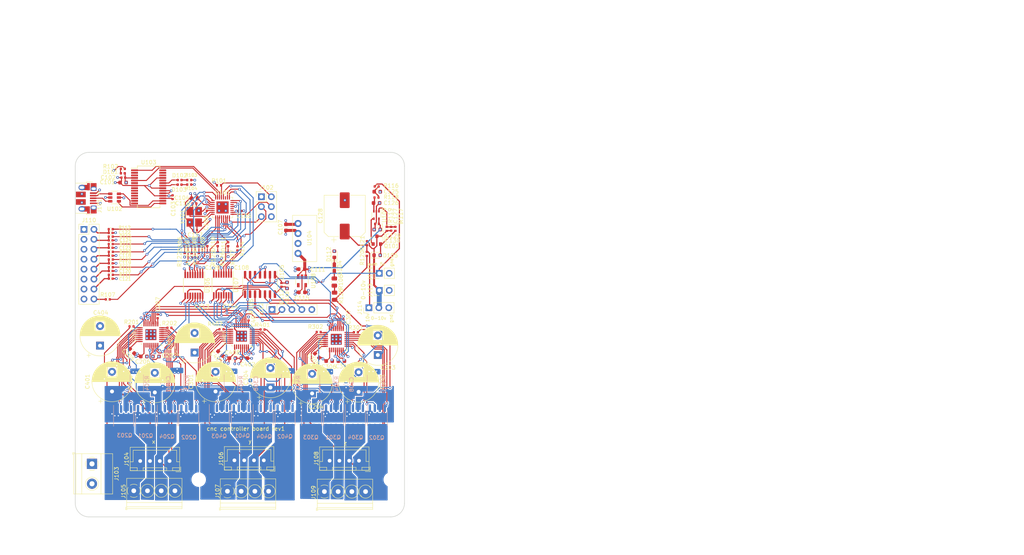
<source format=kicad_pcb>
(kicad_pcb (version 20171130) (host pcbnew 5.1.8)

  (general
    (thickness 1.6)
    (drawings 23)
    (tracks 2217)
    (zones 0)
    (modules 152)
    (nets 167)
  )

  (page USLetter)
  (title_block
    (title "Project Title")
  )

  (layers
    (0 F.Cu signal)
    (1 In1.Cu signal)
    (2 In2.Cu signal)
    (31 B.Cu signal)
    (34 B.Paste user)
    (35 F.Paste user)
    (36 B.SilkS user)
    (37 F.SilkS user)
    (38 B.Mask user)
    (39 F.Mask user)
    (40 Dwgs.User user)
    (44 Edge.Cuts user)
    (45 Margin user)
    (46 B.CrtYd user)
    (47 F.CrtYd user)
    (48 B.Fab user)
    (49 F.Fab user)
  )

  (setup
    (last_trace_width 0.1524)
    (user_trace_width 0.1524)
    (user_trace_width 0.2)
    (user_trace_width 0.25)
    (user_trace_width 0.3)
    (user_trace_width 0.5)
    (user_trace_width 0.75)
    (user_trace_width 1.25)
    (trace_clearance 0.1524)
    (zone_clearance 0.25)
    (zone_45_only no)
    (trace_min 0.1524)
    (via_size 0.6858)
    (via_drill 0.3302)
    (via_min_size 0.6858)
    (via_min_drill 0.3302)
    (user_via 0.6858 0.3302)
    (user_via 0.762 0.4064)
    (user_via 0.8636 0.508)
    (uvia_size 0.6858)
    (uvia_drill 0.3302)
    (uvias_allowed no)
    (uvia_min_size 0)
    (uvia_min_drill 0)
    (edge_width 0.1524)
    (segment_width 0.1524)
    (pcb_text_width 0.1524)
    (pcb_text_size 1.016 1.016)
    (mod_edge_width 0.1524)
    (mod_text_size 1.016 1.016)
    (mod_text_width 0.1524)
    (pad_size 1.524 1.524)
    (pad_drill 0.762)
    (pad_to_mask_clearance 0.0508)
    (solder_mask_min_width 0.1016)
    (pad_to_paste_clearance -0.0762)
    (aux_axis_origin 0 0)
    (grid_origin 55.5 112.5)
    (visible_elements FFFFDF7D)
    (pcbplotparams
      (layerselection 0x310fc_ffffffff)
      (usegerberextensions true)
      (usegerberattributes false)
      (usegerberadvancedattributes false)
      (creategerberjobfile false)
      (excludeedgelayer true)
      (linewidth 0.100000)
      (plotframeref false)
      (viasonmask false)
      (mode 1)
      (useauxorigin false)
      (hpglpennumber 1)
      (hpglpenspeed 20)
      (hpglpendiameter 15.000000)
      (psnegative false)
      (psa4output false)
      (plotreference true)
      (plotvalue true)
      (plotinvisibletext false)
      (padsonsilk false)
      (subtractmaskfromsilk false)
      (outputformat 1)
      (mirror false)
      (drillshape 0)
      (scaleselection 1)
      (outputdirectory "gerbers"))
  )

  (net 0 "")
  (net 1 GND)
  (net 2 /VUSB)
  (net 3 "Net-(C103-Pad1)")
  (net 4 GND1)
  (net 5 /VCCIO)
  (net 6 /5V_ISO)
  (net 7 /ATMEGA_XTAL1)
  (net 8 /ATMEGA_XTAL2)
  (net 9 /GRST)
  (net 10 /FEED_HOLD)
  (net 11 /CYCLE_START)
  (net 12 /PROBE)
  (net 13 /XLIMIT)
  (net 14 /ZLIMIT)
  (net 15 /YLIMIT)
  (net 16 "Net-(C125-Pad1)")
  (net 17 "Net-(C126-Pad1)")
  (net 18 /SPINDLE_OUT_10V)
  (net 19 "Net-(C127-Pad1)")
  (net 20 "Net-(C128-Pad1)")
  (net 21 /VM)
  (net 22 "Net-(C205-Pad2)")
  (net 23 "Net-(C207-Pad1)")
  (net 24 "Net-(C305-Pad2)")
  (net 25 "Net-(C307-Pad1)")
  (net 26 "Net-(C405-Pad2)")
  (net 27 "Net-(C407-Pad1)")
  (net 28 "Net-(D101-Pad1)")
  (net 29 "Net-(D102-Pad2)")
  (net 30 "Net-(D102-Pad1)")
  (net 31 "Net-(D103-Pad2)")
  (net 32 "Net-(D103-Pad1)")
  (net 33 "Net-(D104-Pad2)")
  (net 34 "Net-(D104-Pad1)")
  (net 35 /ATMEGA_XSTEP)
  (net 36 "Net-(D106-Pad1)")
  (net 37 /ATMEGA_YSTEP)
  (net 38 "Net-(D107-Pad1)")
  (net 39 /ATMEGA_ZSTEP)
  (net 40 "Net-(D108-Pad1)")
  (net 41 /ATMEGA_XDIR)
  (net 42 "Net-(D109-Pad1)")
  (net 43 /ATMEGA_YDIR)
  (net 44 "Net-(D110-Pad1)")
  (net 45 /ATMEGA_ZDIR)
  (net 46 "Net-(D111-Pad1)")
  (net 47 "Net-(J101-Pad4)")
  (net 48 /USBD_P)
  (net 49 /USBD_M)
  (net 50 "Net-(J102-Pad6)")
  (net 51 /ATMEGA_MISO)
  (net 52 /ATMEGA_MOSI)
  (net 53 /ATMEGA_SCK)
  (net 54 /ATMEGA_RSTN)
  (net 55 /X/B-)
  (net 56 /X/B+)
  (net 57 /X/A-)
  (net 58 /X/A+)
  (net 59 /Y/B-)
  (net 60 /Y/B+)
  (net 61 /Y/A-)
  (net 62 /Y/A+)
  (net 63 /Z/B-)
  (net 64 /Z/B+)
  (net 65 /Z/A-)
  (net 66 /Z/A+)
  (net 67 /COOLANT_EN)
  (net 68 /SPINDLE_PWM_ISO)
  (net 69 /ATTINY_RXD)
  (net 70 /ATTINY_TXD)
  (net 71 /ATTINY_UPDI)
  (net 72 "Net-(Q101-Pad1)")
  (net 73 /X/LB1)
  (net 74 "Net-(Q201-Pad3)")
  (net 75 /X/HB1)
  (net 76 /X/LA1)
  (net 77 "Net-(Q202-Pad3)")
  (net 78 /X/HA1)
  (net 79 /X/LB2)
  (net 80 /X/HB2)
  (net 81 /X/LA2)
  (net 82 /X/HA2)
  (net 83 /Z/LB1)
  (net 84 "Net-(Q301-Pad3)")
  (net 85 /Z/HB1)
  (net 86 /Z/LA1)
  (net 87 "Net-(Q302-Pad3)")
  (net 88 /Z/HA1)
  (net 89 /Z/LB2)
  (net 90 /Z/HB2)
  (net 91 /Z/LA2)
  (net 92 /Z/HA2)
  (net 93 /Y/LB1)
  (net 94 "Net-(Q401-Pad3)")
  (net 95 /Y/HB1)
  (net 96 /Y/LA1)
  (net 97 "Net-(Q402-Pad3)")
  (net 98 /Y/HA1)
  (net 99 /Y/LB2)
  (net 100 /Y/HB2)
  (net 101 /Y/LA2)
  (net 102 /Y/HA2)
  (net 103 "Net-(R105-Pad1)")
  (net 104 "Net-(R106-Pad2)")
  (net 105 /ATMEGA_COOLANT_EN)
  (net 106 /ATMEGA_GRBL_RST)
  (net 107 /ATMEGA_FEED_HOLD)
  (net 108 /ATMEGA_CYCLE_START)
  (net 109 /ATMEGA_PROBE)
  (net 110 /ATMEGA_XLIMIT)
  (net 111 /SPINDLE_PWM)
  (net 112 /ATMEGA_YLIMIT)
  (net 113 /X/SRB)
  (net 114 /X/SRA)
  (net 115 /Z/SRA)
  (net 116 /Z/SRB)
  (net 117 /Y/SRA)
  (net 118 /Y/SRB)
  (net 119 /ATMEGA_TXD)
  (net 120 /ATMEGA_RXD)
  (net 121 "Net-(U101-Pad27)")
  (net 122 "Net-(U101-Pad22)")
  (net 123 "Net-(U101-Pad20)")
  (net 124 "Net-(U101-Pad19)")
  (net 125 /ATMEGA_STEP_nEN)
  (net 126 /USBD_M_F)
  (net 127 /USBD_P_F)
  (net 128 "Net-(U103-Pad28)")
  (net 129 "Net-(U103-Pad27)")
  (net 130 "Net-(U103-Pad26)")
  (net 131 "Net-(U103-Pad14)")
  (net 132 "Net-(U103-Pad13)")
  (net 133 "Net-(U103-Pad12)")
  (net 134 "Net-(U103-Pad11)")
  (net 135 "Net-(U103-Pad10)")
  (net 136 "Net-(U103-Pad9)")
  (net 137 "Net-(U103-Pad6)")
  (net 138 "Net-(U103-Pad3)")
  (net 139 "Net-(U103-Pad2)")
  (net 140 /TMC_SCK)
  (net 141 /TMC_SDO)
  (net 142 /TMC_SDI)
  (net 143 "Net-(U105-Pad9)")
  (net 144 "Net-(U105-Pad8)")
  (net 145 "Net-(U105-Pad5)")
  (net 146 /Z_CSN)
  (net 147 /Y_CSN)
  (net 148 /X_CSN)
  (net 149 /STEPPERS_nEN)
  (net 150 /X_STEP)
  (net 151 /X_DIR)
  (net 152 "Net-(U106-Pad7)")
  (net 153 /Y_STEP)
  (net 154 /Y_DIR)
  (net 155 /Z_STEP)
  (net 156 /Z_DIR)
  (net 157 "Net-(U107-Pad7)")
  (net 158 "Net-(U108-Pad4)")
  (net 159 /Y/SDI)
  (net 160 "Net-(U201-Pad26)")
  (net 161 "Net-(U201-Pad27)")
  (net 162 /Z/SDI)
  (net 163 "Net-(U301-Pad26)")
  (net 164 "Net-(U301-Pad27)")
  (net 165 "Net-(U401-Pad26)")
  (net 166 "Net-(U401-Pad27)")

  (net_class Default "This is the default net class."
    (clearance 0.1524)
    (trace_width 0.1524)
    (via_dia 0.6858)
    (via_drill 0.3302)
    (uvia_dia 0.6858)
    (uvia_drill 0.3302)
    (add_net /5V_ISO)
    (add_net /ATMEGA_COOLANT_EN)
    (add_net /ATMEGA_CYCLE_START)
    (add_net /ATMEGA_FEED_HOLD)
    (add_net /ATMEGA_GRBL_RST)
    (add_net /ATMEGA_MISO)
    (add_net /ATMEGA_MOSI)
    (add_net /ATMEGA_PROBE)
    (add_net /ATMEGA_RSTN)
    (add_net /ATMEGA_RXD)
    (add_net /ATMEGA_SCK)
    (add_net /ATMEGA_STEP_nEN)
    (add_net /ATMEGA_TXD)
    (add_net /ATMEGA_XDIR)
    (add_net /ATMEGA_XLIMIT)
    (add_net /ATMEGA_XSTEP)
    (add_net /ATMEGA_XTAL1)
    (add_net /ATMEGA_XTAL2)
    (add_net /ATMEGA_YDIR)
    (add_net /ATMEGA_YLIMIT)
    (add_net /ATMEGA_YSTEP)
    (add_net /ATMEGA_ZDIR)
    (add_net /ATMEGA_ZSTEP)
    (add_net /ATTINY_RXD)
    (add_net /ATTINY_TXD)
    (add_net /ATTINY_UPDI)
    (add_net /COOLANT_EN)
    (add_net /CYCLE_START)
    (add_net /FEED_HOLD)
    (add_net /GRST)
    (add_net /PROBE)
    (add_net /SPINDLE_OUT_10V)
    (add_net /SPINDLE_PWM)
    (add_net /SPINDLE_PWM_ISO)
    (add_net /STEPPERS_nEN)
    (add_net /TMC_SCK)
    (add_net /TMC_SDI)
    (add_net /TMC_SDO)
    (add_net /USBD_M)
    (add_net /USBD_M_F)
    (add_net /USBD_P)
    (add_net /USBD_P_F)
    (add_net /VCCIO)
    (add_net /VM)
    (add_net /VUSB)
    (add_net /X/A+)
    (add_net /X/A-)
    (add_net /X/B+)
    (add_net /X/B-)
    (add_net /X/HA1)
    (add_net /X/HA2)
    (add_net /X/HB1)
    (add_net /X/HB2)
    (add_net /X/LA1)
    (add_net /X/LA2)
    (add_net /X/LB1)
    (add_net /X/LB2)
    (add_net /X/SRA)
    (add_net /X/SRB)
    (add_net /XLIMIT)
    (add_net /X_CSN)
    (add_net /X_DIR)
    (add_net /X_STEP)
    (add_net /Y/A+)
    (add_net /Y/A-)
    (add_net /Y/B+)
    (add_net /Y/B-)
    (add_net /Y/HA1)
    (add_net /Y/HA2)
    (add_net /Y/HB1)
    (add_net /Y/HB2)
    (add_net /Y/LA1)
    (add_net /Y/LA2)
    (add_net /Y/LB1)
    (add_net /Y/LB2)
    (add_net /Y/SDI)
    (add_net /Y/SRA)
    (add_net /Y/SRB)
    (add_net /YLIMIT)
    (add_net /Y_CSN)
    (add_net /Y_DIR)
    (add_net /Y_STEP)
    (add_net /Z/A+)
    (add_net /Z/A-)
    (add_net /Z/B+)
    (add_net /Z/B-)
    (add_net /Z/HA1)
    (add_net /Z/HA2)
    (add_net /Z/HB1)
    (add_net /Z/HB2)
    (add_net /Z/LA1)
    (add_net /Z/LA2)
    (add_net /Z/LB1)
    (add_net /Z/LB2)
    (add_net /Z/SDI)
    (add_net /Z/SRA)
    (add_net /Z/SRB)
    (add_net /ZLIMIT)
    (add_net /Z_CSN)
    (add_net /Z_DIR)
    (add_net /Z_STEP)
    (add_net GND)
    (add_net GND1)
    (add_net "Net-(C103-Pad1)")
    (add_net "Net-(C125-Pad1)")
    (add_net "Net-(C126-Pad1)")
    (add_net "Net-(C127-Pad1)")
    (add_net "Net-(C128-Pad1)")
    (add_net "Net-(C205-Pad2)")
    (add_net "Net-(C207-Pad1)")
    (add_net "Net-(C305-Pad2)")
    (add_net "Net-(C307-Pad1)")
    (add_net "Net-(C405-Pad2)")
    (add_net "Net-(C407-Pad1)")
    (add_net "Net-(D101-Pad1)")
    (add_net "Net-(D102-Pad1)")
    (add_net "Net-(D102-Pad2)")
    (add_net "Net-(D103-Pad1)")
    (add_net "Net-(D103-Pad2)")
    (add_net "Net-(D104-Pad1)")
    (add_net "Net-(D104-Pad2)")
    (add_net "Net-(D106-Pad1)")
    (add_net "Net-(D107-Pad1)")
    (add_net "Net-(D108-Pad1)")
    (add_net "Net-(D109-Pad1)")
    (add_net "Net-(D110-Pad1)")
    (add_net "Net-(D111-Pad1)")
    (add_net "Net-(J101-Pad4)")
    (add_net "Net-(J102-Pad6)")
    (add_net "Net-(Q101-Pad1)")
    (add_net "Net-(Q201-Pad3)")
    (add_net "Net-(Q202-Pad3)")
    (add_net "Net-(Q301-Pad3)")
    (add_net "Net-(Q302-Pad3)")
    (add_net "Net-(Q401-Pad3)")
    (add_net "Net-(Q402-Pad3)")
    (add_net "Net-(R105-Pad1)")
    (add_net "Net-(R106-Pad2)")
    (add_net "Net-(U101-Pad19)")
    (add_net "Net-(U101-Pad20)")
    (add_net "Net-(U101-Pad22)")
    (add_net "Net-(U101-Pad27)")
    (add_net "Net-(U103-Pad10)")
    (add_net "Net-(U103-Pad11)")
    (add_net "Net-(U103-Pad12)")
    (add_net "Net-(U103-Pad13)")
    (add_net "Net-(U103-Pad14)")
    (add_net "Net-(U103-Pad2)")
    (add_net "Net-(U103-Pad26)")
    (add_net "Net-(U103-Pad27)")
    (add_net "Net-(U103-Pad28)")
    (add_net "Net-(U103-Pad3)")
    (add_net "Net-(U103-Pad6)")
    (add_net "Net-(U103-Pad9)")
    (add_net "Net-(U105-Pad5)")
    (add_net "Net-(U105-Pad8)")
    (add_net "Net-(U105-Pad9)")
    (add_net "Net-(U106-Pad7)")
    (add_net "Net-(U107-Pad7)")
    (add_net "Net-(U108-Pad4)")
    (add_net "Net-(U201-Pad26)")
    (add_net "Net-(U201-Pad27)")
    (add_net "Net-(U301-Pad26)")
    (add_net "Net-(U301-Pad27)")
    (add_net "Net-(U401-Pad26)")
    (add_net "Net-(U401-Pad27)")
  )

  (module Diode_SMD:D_0402_1005Metric (layer F.Cu) (tedit 5F68FEF0) (tstamp 5FFB3A61)
    (at 53.49 120.92 90)
    (descr "Diode SMD 0402 (1005 Metric), square (rectangular) end terminal, IPC_7351 nominal, (Body size source: http://www.tortai-tech.com/upload/download/2011102023233369053.pdf), generated with kicad-footprint-generator")
    (tags diode)
    (path /62BBD7C8)
    (attr smd)
    (fp_text reference D111 (at 0 -1.17 90) (layer F.SilkS)
      (effects (font (size 1 1) (thickness 0.15)))
    )
    (fp_text value LED_Small (at 0 1.17 90) (layer F.Fab)
      (effects (font (size 1 1) (thickness 0.15)))
    )
    (fp_line (start 0.93 0.47) (end -0.93 0.47) (layer F.CrtYd) (width 0.05))
    (fp_line (start 0.93 -0.47) (end 0.93 0.47) (layer F.CrtYd) (width 0.05))
    (fp_line (start -0.93 -0.47) (end 0.93 -0.47) (layer F.CrtYd) (width 0.05))
    (fp_line (start -0.93 0.47) (end -0.93 -0.47) (layer F.CrtYd) (width 0.05))
    (fp_line (start -0.3 0.25) (end -0.3 -0.25) (layer F.Fab) (width 0.1))
    (fp_line (start -0.4 0.25) (end -0.4 -0.25) (layer F.Fab) (width 0.1))
    (fp_line (start 0.5 0.25) (end -0.5 0.25) (layer F.Fab) (width 0.1))
    (fp_line (start 0.5 -0.25) (end 0.5 0.25) (layer F.Fab) (width 0.1))
    (fp_line (start -0.5 -0.25) (end 0.5 -0.25) (layer F.Fab) (width 0.1))
    (fp_line (start -0.5 0.25) (end -0.5 -0.25) (layer F.Fab) (width 0.1))
    (fp_circle (center -1.09 0) (end -1.04 0) (layer F.SilkS) (width 0.1))
    (fp_text user %R (at 0 0 90) (layer F.Fab)
      (effects (font (size 0.25 0.25) (thickness 0.04)))
    )
    (pad 2 smd roundrect (at 0.485 0 90) (size 0.59 0.64) (layers F.Cu F.Paste F.Mask) (roundrect_rratio 0.25)
      (net 45 /ATMEGA_ZDIR))
    (pad 1 smd roundrect (at -0.485 0 90) (size 0.59 0.64) (layers F.Cu F.Paste F.Mask) (roundrect_rratio 0.25)
      (net 46 "Net-(D111-Pad1)"))
    (model ${KISYS3DMOD}/Diode_SMD.3dshapes/D_0402_1005Metric.wrl
      (at (xyz 0 0 0))
      (scale (xyz 1 1 1))
      (rotate (xyz 0 0 0))
    )
  )

  (module Diode_SMD:D_0402_1005Metric (layer F.Cu) (tedit 5F68FEF0) (tstamp 5FFB3A4F)
    (at 50.84 120.92 90)
    (descr "Diode SMD 0402 (1005 Metric), square (rectangular) end terminal, IPC_7351 nominal, (Body size source: http://www.tortai-tech.com/upload/download/2011102023233369053.pdf), generated with kicad-footprint-generator")
    (tags diode)
    (path /62B8F8D3)
    (attr smd)
    (fp_text reference D110 (at 0 -1.17 90) (layer F.SilkS)
      (effects (font (size 1 1) (thickness 0.15)))
    )
    (fp_text value LED_Small (at 0 1.17 90) (layer F.Fab)
      (effects (font (size 1 1) (thickness 0.15)))
    )
    (fp_line (start 0.93 0.47) (end -0.93 0.47) (layer F.CrtYd) (width 0.05))
    (fp_line (start 0.93 -0.47) (end 0.93 0.47) (layer F.CrtYd) (width 0.05))
    (fp_line (start -0.93 -0.47) (end 0.93 -0.47) (layer F.CrtYd) (width 0.05))
    (fp_line (start -0.93 0.47) (end -0.93 -0.47) (layer F.CrtYd) (width 0.05))
    (fp_line (start -0.3 0.25) (end -0.3 -0.25) (layer F.Fab) (width 0.1))
    (fp_line (start -0.4 0.25) (end -0.4 -0.25) (layer F.Fab) (width 0.1))
    (fp_line (start 0.5 0.25) (end -0.5 0.25) (layer F.Fab) (width 0.1))
    (fp_line (start 0.5 -0.25) (end 0.5 0.25) (layer F.Fab) (width 0.1))
    (fp_line (start -0.5 -0.25) (end 0.5 -0.25) (layer F.Fab) (width 0.1))
    (fp_line (start -0.5 0.25) (end -0.5 -0.25) (layer F.Fab) (width 0.1))
    (fp_circle (center -1.09 0) (end -1.04 0) (layer F.SilkS) (width 0.1))
    (fp_text user %R (at 0 0 90) (layer F.Fab)
      (effects (font (size 0.25 0.25) (thickness 0.04)))
    )
    (pad 2 smd roundrect (at 0.485 0 90) (size 0.59 0.64) (layers F.Cu F.Paste F.Mask) (roundrect_rratio 0.25)
      (net 43 /ATMEGA_YDIR))
    (pad 1 smd roundrect (at -0.485 0 90) (size 0.59 0.64) (layers F.Cu F.Paste F.Mask) (roundrect_rratio 0.25)
      (net 44 "Net-(D110-Pad1)"))
    (model ${KISYS3DMOD}/Diode_SMD.3dshapes/D_0402_1005Metric.wrl
      (at (xyz 0 0 0))
      (scale (xyz 1 1 1))
      (rotate (xyz 0 0 0))
    )
  )

  (module Diode_SMD:D_0402_1005Metric (layer F.Cu) (tedit 5F68FEF0) (tstamp 5FFB3A3D)
    (at 48.19 120.92 90)
    (descr "Diode SMD 0402 (1005 Metric), square (rectangular) end terminal, IPC_7351 nominal, (Body size source: http://www.tortai-tech.com/upload/download/2011102023233369053.pdf), generated with kicad-footprint-generator")
    (tags diode)
    (path /62B621EA)
    (attr smd)
    (fp_text reference D109 (at 0 -1.17 90) (layer F.SilkS)
      (effects (font (size 1 1) (thickness 0.15)))
    )
    (fp_text value LED_Small (at 0 1.17 90) (layer F.Fab)
      (effects (font (size 1 1) (thickness 0.15)))
    )
    (fp_line (start 0.93 0.47) (end -0.93 0.47) (layer F.CrtYd) (width 0.05))
    (fp_line (start 0.93 -0.47) (end 0.93 0.47) (layer F.CrtYd) (width 0.05))
    (fp_line (start -0.93 -0.47) (end 0.93 -0.47) (layer F.CrtYd) (width 0.05))
    (fp_line (start -0.93 0.47) (end -0.93 -0.47) (layer F.CrtYd) (width 0.05))
    (fp_line (start -0.3 0.25) (end -0.3 -0.25) (layer F.Fab) (width 0.1))
    (fp_line (start -0.4 0.25) (end -0.4 -0.25) (layer F.Fab) (width 0.1))
    (fp_line (start 0.5 0.25) (end -0.5 0.25) (layer F.Fab) (width 0.1))
    (fp_line (start 0.5 -0.25) (end 0.5 0.25) (layer F.Fab) (width 0.1))
    (fp_line (start -0.5 -0.25) (end 0.5 -0.25) (layer F.Fab) (width 0.1))
    (fp_line (start -0.5 0.25) (end -0.5 -0.25) (layer F.Fab) (width 0.1))
    (fp_circle (center -1.09 0) (end -1.04 0) (layer F.SilkS) (width 0.1))
    (fp_text user %R (at 0 0 90) (layer F.Fab)
      (effects (font (size 0.25 0.25) (thickness 0.04)))
    )
    (pad 2 smd roundrect (at 0.485 0 90) (size 0.59 0.64) (layers F.Cu F.Paste F.Mask) (roundrect_rratio 0.25)
      (net 41 /ATMEGA_XDIR))
    (pad 1 smd roundrect (at -0.485 0 90) (size 0.59 0.64) (layers F.Cu F.Paste F.Mask) (roundrect_rratio 0.25)
      (net 42 "Net-(D109-Pad1)"))
    (model ${KISYS3DMOD}/Diode_SMD.3dshapes/D_0402_1005Metric.wrl
      (at (xyz 0 0 0))
      (scale (xyz 1 1 1))
      (rotate (xyz 0 0 0))
    )
  )

  (module Diode_SMD:D_0402_1005Metric (layer F.Cu) (tedit 5F68FEF0) (tstamp 5FFB3A2B)
    (at 46.05 120.92 90)
    (descr "Diode SMD 0402 (1005 Metric), square (rectangular) end terminal, IPC_7351 nominal, (Body size source: http://www.tortai-tech.com/upload/download/2011102023233369053.pdf), generated with kicad-footprint-generator")
    (tags diode)
    (path /62B34755)
    (attr smd)
    (fp_text reference D108 (at 0 -1.17 90) (layer F.SilkS)
      (effects (font (size 1 1) (thickness 0.15)))
    )
    (fp_text value LED_Small (at 0 1.17 90) (layer F.Fab)
      (effects (font (size 1 1) (thickness 0.15)))
    )
    (fp_line (start 0.93 0.47) (end -0.93 0.47) (layer F.CrtYd) (width 0.05))
    (fp_line (start 0.93 -0.47) (end 0.93 0.47) (layer F.CrtYd) (width 0.05))
    (fp_line (start -0.93 -0.47) (end 0.93 -0.47) (layer F.CrtYd) (width 0.05))
    (fp_line (start -0.93 0.47) (end -0.93 -0.47) (layer F.CrtYd) (width 0.05))
    (fp_line (start -0.3 0.25) (end -0.3 -0.25) (layer F.Fab) (width 0.1))
    (fp_line (start -0.4 0.25) (end -0.4 -0.25) (layer F.Fab) (width 0.1))
    (fp_line (start 0.5 0.25) (end -0.5 0.25) (layer F.Fab) (width 0.1))
    (fp_line (start 0.5 -0.25) (end 0.5 0.25) (layer F.Fab) (width 0.1))
    (fp_line (start -0.5 -0.25) (end 0.5 -0.25) (layer F.Fab) (width 0.1))
    (fp_line (start -0.5 0.25) (end -0.5 -0.25) (layer F.Fab) (width 0.1))
    (fp_circle (center -1.09 0) (end -1.04 0) (layer F.SilkS) (width 0.1))
    (fp_text user %R (at 0 0 90) (layer F.Fab)
      (effects (font (size 0.25 0.25) (thickness 0.04)))
    )
    (pad 2 smd roundrect (at 0.485 0 90) (size 0.59 0.64) (layers F.Cu F.Paste F.Mask) (roundrect_rratio 0.25)
      (net 39 /ATMEGA_ZSTEP))
    (pad 1 smd roundrect (at -0.485 0 90) (size 0.59 0.64) (layers F.Cu F.Paste F.Mask) (roundrect_rratio 0.25)
      (net 40 "Net-(D108-Pad1)"))
    (model ${KISYS3DMOD}/Diode_SMD.3dshapes/D_0402_1005Metric.wrl
      (at (xyz 0 0 0))
      (scale (xyz 1 1 1))
      (rotate (xyz 0 0 0))
    )
  )

  (module Diode_SMD:D_0402_1005Metric (layer F.Cu) (tedit 5F68FEF0) (tstamp 5FFB3A19)
    (at 44.2 120.92 90)
    (descr "Diode SMD 0402 (1005 Metric), square (rectangular) end terminal, IPC_7351 nominal, (Body size source: http://www.tortai-tech.com/upload/download/2011102023233369053.pdf), generated with kicad-footprint-generator")
    (tags diode)
    (path /62BEC6A6)
    (attr smd)
    (fp_text reference D107 (at 0 -1.17 90) (layer F.SilkS)
      (effects (font (size 1 1) (thickness 0.15)))
    )
    (fp_text value LED_Small (at 0 1.17 90) (layer F.Fab)
      (effects (font (size 1 1) (thickness 0.15)))
    )
    (fp_line (start 0.93 0.47) (end -0.93 0.47) (layer F.CrtYd) (width 0.05))
    (fp_line (start 0.93 -0.47) (end 0.93 0.47) (layer F.CrtYd) (width 0.05))
    (fp_line (start -0.93 -0.47) (end 0.93 -0.47) (layer F.CrtYd) (width 0.05))
    (fp_line (start -0.93 0.47) (end -0.93 -0.47) (layer F.CrtYd) (width 0.05))
    (fp_line (start -0.3 0.25) (end -0.3 -0.25) (layer F.Fab) (width 0.1))
    (fp_line (start -0.4 0.25) (end -0.4 -0.25) (layer F.Fab) (width 0.1))
    (fp_line (start 0.5 0.25) (end -0.5 0.25) (layer F.Fab) (width 0.1))
    (fp_line (start 0.5 -0.25) (end 0.5 0.25) (layer F.Fab) (width 0.1))
    (fp_line (start -0.5 -0.25) (end 0.5 -0.25) (layer F.Fab) (width 0.1))
    (fp_line (start -0.5 0.25) (end -0.5 -0.25) (layer F.Fab) (width 0.1))
    (fp_circle (center -1.09 0) (end -1.04 0) (layer F.SilkS) (width 0.1))
    (fp_text user %R (at 0 0 90) (layer F.Fab)
      (effects (font (size 0.25 0.25) (thickness 0.04)))
    )
    (pad 2 smd roundrect (at 0.485 0 90) (size 0.59 0.64) (layers F.Cu F.Paste F.Mask) (roundrect_rratio 0.25)
      (net 37 /ATMEGA_YSTEP))
    (pad 1 smd roundrect (at -0.485 0 90) (size 0.59 0.64) (layers F.Cu F.Paste F.Mask) (roundrect_rratio 0.25)
      (net 38 "Net-(D107-Pad1)"))
    (model ${KISYS3DMOD}/Diode_SMD.3dshapes/D_0402_1005Metric.wrl
      (at (xyz 0 0 0))
      (scale (xyz 1 1 1))
      (rotate (xyz 0 0 0))
    )
  )

  (module Diode_SMD:D_0402_1005Metric (layer F.Cu) (tedit 5F68FEF0) (tstamp 5FFB3A07)
    (at 42.41 120.92 90)
    (descr "Diode SMD 0402 (1005 Metric), square (rectangular) end terminal, IPC_7351 nominal, (Body size source: http://www.tortai-tech.com/upload/download/2011102023233369053.pdf), generated with kicad-footprint-generator")
    (tags diode)
    (path /62C1B277)
    (attr smd)
    (fp_text reference D106 (at 0 -1.17 90) (layer F.SilkS)
      (effects (font (size 1 1) (thickness 0.15)))
    )
    (fp_text value LED_Small (at 0 1.17 90) (layer F.Fab)
      (effects (font (size 1 1) (thickness 0.15)))
    )
    (fp_line (start 0.93 0.47) (end -0.93 0.47) (layer F.CrtYd) (width 0.05))
    (fp_line (start 0.93 -0.47) (end 0.93 0.47) (layer F.CrtYd) (width 0.05))
    (fp_line (start -0.93 -0.47) (end 0.93 -0.47) (layer F.CrtYd) (width 0.05))
    (fp_line (start -0.93 0.47) (end -0.93 -0.47) (layer F.CrtYd) (width 0.05))
    (fp_line (start -0.3 0.25) (end -0.3 -0.25) (layer F.Fab) (width 0.1))
    (fp_line (start -0.4 0.25) (end -0.4 -0.25) (layer F.Fab) (width 0.1))
    (fp_line (start 0.5 0.25) (end -0.5 0.25) (layer F.Fab) (width 0.1))
    (fp_line (start 0.5 -0.25) (end 0.5 0.25) (layer F.Fab) (width 0.1))
    (fp_line (start -0.5 -0.25) (end 0.5 -0.25) (layer F.Fab) (width 0.1))
    (fp_line (start -0.5 0.25) (end -0.5 -0.25) (layer F.Fab) (width 0.1))
    (fp_circle (center -1.09 0) (end -1.04 0) (layer F.SilkS) (width 0.1))
    (fp_text user %R (at 0 0 90) (layer F.Fab)
      (effects (font (size 0.25 0.25) (thickness 0.04)))
    )
    (pad 2 smd roundrect (at 0.485 0 90) (size 0.59 0.64) (layers F.Cu F.Paste F.Mask) (roundrect_rratio 0.25)
      (net 35 /ATMEGA_XSTEP))
    (pad 1 smd roundrect (at -0.485 0 90) (size 0.59 0.64) (layers F.Cu F.Paste F.Mask) (roundrect_rratio 0.25)
      (net 36 "Net-(D106-Pad1)"))
    (model ${KISYS3DMOD}/Diode_SMD.3dshapes/D_0402_1005Metric.wrl
      (at (xyz 0 0 0))
      (scale (xyz 1 1 1))
      (rotate (xyz 0 0 0))
    )
  )

  (module Diode_SMD:D_0402_1005Metric (layer F.Cu) (tedit 5F68FEF0) (tstamp 5FFB39CF)
    (at 41.12 105.74)
    (descr "Diode SMD 0402 (1005 Metric), square (rectangular) end terminal, IPC_7351 nominal, (Body size source: http://www.tortai-tech.com/upload/download/2011102023233369053.pdf), generated with kicad-footprint-generator")
    (tags diode)
    (path /60919040)
    (attr smd)
    (fp_text reference D103 (at -0.12 1.26) (layer F.SilkS)
      (effects (font (size 1 1) (thickness 0.15)))
    )
    (fp_text value LED_Small (at 0 1.17) (layer F.Fab)
      (effects (font (size 1 1) (thickness 0.15)))
    )
    (fp_line (start 0.93 0.47) (end -0.93 0.47) (layer F.CrtYd) (width 0.05))
    (fp_line (start 0.93 -0.47) (end 0.93 0.47) (layer F.CrtYd) (width 0.05))
    (fp_line (start -0.93 -0.47) (end 0.93 -0.47) (layer F.CrtYd) (width 0.05))
    (fp_line (start -0.93 0.47) (end -0.93 -0.47) (layer F.CrtYd) (width 0.05))
    (fp_line (start -0.3 0.25) (end -0.3 -0.25) (layer F.Fab) (width 0.1))
    (fp_line (start -0.4 0.25) (end -0.4 -0.25) (layer F.Fab) (width 0.1))
    (fp_line (start 0.5 0.25) (end -0.5 0.25) (layer F.Fab) (width 0.1))
    (fp_line (start 0.5 -0.25) (end 0.5 0.25) (layer F.Fab) (width 0.1))
    (fp_line (start -0.5 -0.25) (end 0.5 -0.25) (layer F.Fab) (width 0.1))
    (fp_line (start -0.5 0.25) (end -0.5 -0.25) (layer F.Fab) (width 0.1))
    (fp_circle (center -1.09 0) (end -1.04 0) (layer F.SilkS) (width 0.1))
    (fp_text user %R (at 0 0) (layer F.Fab)
      (effects (font (size 0.25 0.25) (thickness 0.04)))
    )
    (pad 2 smd roundrect (at 0.485 0) (size 0.59 0.64) (layers F.Cu F.Paste F.Mask) (roundrect_rratio 0.25)
      (net 31 "Net-(D103-Pad2)"))
    (pad 1 smd roundrect (at -0.485 0) (size 0.59 0.64) (layers F.Cu F.Paste F.Mask) (roundrect_rratio 0.25)
      (net 32 "Net-(D103-Pad1)"))
    (model ${KISYS3DMOD}/Diode_SMD.3dshapes/D_0402_1005Metric.wrl
      (at (xyz 0 0 0))
      (scale (xyz 1 1 1))
      (rotate (xyz 0 0 0))
    )
  )

  (module Diode_SMD:D_0402_1005Metric (layer F.Cu) (tedit 5F68FEF0) (tstamp 5FFB39BD)
    (at 41.13 104.55)
    (descr "Diode SMD 0402 (1005 Metric), square (rectangular) end terminal, IPC_7351 nominal, (Body size source: http://www.tortai-tech.com/upload/download/2011102023233369053.pdf), generated with kicad-footprint-generator")
    (tags diode)
    (path /6091899B)
    (attr smd)
    (fp_text reference D102 (at 0 -1.17) (layer F.SilkS)
      (effects (font (size 1 1) (thickness 0.15)))
    )
    (fp_text value LED_Small (at 0 1.17) (layer F.Fab)
      (effects (font (size 1 1) (thickness 0.15)))
    )
    (fp_line (start 0.93 0.47) (end -0.93 0.47) (layer F.CrtYd) (width 0.05))
    (fp_line (start 0.93 -0.47) (end 0.93 0.47) (layer F.CrtYd) (width 0.05))
    (fp_line (start -0.93 -0.47) (end 0.93 -0.47) (layer F.CrtYd) (width 0.05))
    (fp_line (start -0.93 0.47) (end -0.93 -0.47) (layer F.CrtYd) (width 0.05))
    (fp_line (start -0.3 0.25) (end -0.3 -0.25) (layer F.Fab) (width 0.1))
    (fp_line (start -0.4 0.25) (end -0.4 -0.25) (layer F.Fab) (width 0.1))
    (fp_line (start 0.5 0.25) (end -0.5 0.25) (layer F.Fab) (width 0.1))
    (fp_line (start 0.5 -0.25) (end 0.5 0.25) (layer F.Fab) (width 0.1))
    (fp_line (start -0.5 -0.25) (end 0.5 -0.25) (layer F.Fab) (width 0.1))
    (fp_line (start -0.5 0.25) (end -0.5 -0.25) (layer F.Fab) (width 0.1))
    (fp_circle (center -1.09 0) (end -1.04 0) (layer F.SilkS) (width 0.1))
    (fp_text user %R (at 0 0) (layer F.Fab)
      (effects (font (size 0.25 0.25) (thickness 0.04)))
    )
    (pad 2 smd roundrect (at 0.485 0) (size 0.59 0.64) (layers F.Cu F.Paste F.Mask) (roundrect_rratio 0.25)
      (net 29 "Net-(D102-Pad2)"))
    (pad 1 smd roundrect (at -0.485 0) (size 0.59 0.64) (layers F.Cu F.Paste F.Mask) (roundrect_rratio 0.25)
      (net 30 "Net-(D102-Pad1)"))
    (model ${KISYS3DMOD}/Diode_SMD.3dshapes/D_0402_1005Metric.wrl
      (at (xyz 0 0 0))
      (scale (xyz 1 1 1))
      (rotate (xyz 0 0 0))
    )
  )

  (module Diode_SMD:D_0402_1005Metric (layer F.Cu) (tedit 5F68FEF0) (tstamp 5FFB39AB)
    (at 26.64 102.83)
    (descr "Diode SMD 0402 (1005 Metric), square (rectangular) end terminal, IPC_7351 nominal, (Body size source: http://www.tortai-tech.com/upload/download/2011102023233369053.pdf), generated with kicad-footprint-generator")
    (tags diode)
    (path /6098EE84)
    (attr smd)
    (fp_text reference D101 (at -3.14 -0.33) (layer F.SilkS)
      (effects (font (size 1 1) (thickness 0.15)))
    )
    (fp_text value LED_Small (at 0 1.17) (layer F.Fab)
      (effects (font (size 1 1) (thickness 0.15)))
    )
    (fp_line (start 0.93 0.47) (end -0.93 0.47) (layer F.CrtYd) (width 0.05))
    (fp_line (start 0.93 -0.47) (end 0.93 0.47) (layer F.CrtYd) (width 0.05))
    (fp_line (start -0.93 -0.47) (end 0.93 -0.47) (layer F.CrtYd) (width 0.05))
    (fp_line (start -0.93 0.47) (end -0.93 -0.47) (layer F.CrtYd) (width 0.05))
    (fp_line (start -0.3 0.25) (end -0.3 -0.25) (layer F.Fab) (width 0.1))
    (fp_line (start -0.4 0.25) (end -0.4 -0.25) (layer F.Fab) (width 0.1))
    (fp_line (start 0.5 0.25) (end -0.5 0.25) (layer F.Fab) (width 0.1))
    (fp_line (start 0.5 -0.25) (end 0.5 0.25) (layer F.Fab) (width 0.1))
    (fp_line (start -0.5 -0.25) (end 0.5 -0.25) (layer F.Fab) (width 0.1))
    (fp_line (start -0.5 0.25) (end -0.5 -0.25) (layer F.Fab) (width 0.1))
    (fp_circle (center -1.09 0) (end -1.04 0) (layer F.SilkS) (width 0.1))
    (fp_text user %R (at 0 0) (layer F.Fab)
      (effects (font (size 0.25 0.25) (thickness 0.04)))
    )
    (pad 2 smd roundrect (at 0.485 0) (size 0.59 0.64) (layers F.Cu F.Paste F.Mask) (roundrect_rratio 0.25)
      (net 2 /VUSB))
    (pad 1 smd roundrect (at -0.485 0) (size 0.59 0.64) (layers F.Cu F.Paste F.Mask) (roundrect_rratio 0.25)
      (net 28 "Net-(D101-Pad1)"))
    (model ${KISYS3DMOD}/Diode_SMD.3dshapes/D_0402_1005Metric.wrl
      (at (xyz 0 0 0))
      (scale (xyz 1 1 1))
      (rotate (xyz 0 0 0))
    )
  )

  (module Capacitor_SMD:C_0402_1005Metric (layer F.Cu) (tedit 5F68FEEE) (tstamp 5FFB2FE1)
    (at 54.08 126.89 180)
    (descr "Capacitor SMD 0402 (1005 Metric), square (rectangular) end terminal, IPC_7351 nominal, (Body size source: IPC-SM-782 page 76, https://www.pcb-3d.com/wordpress/wp-content/uploads/ipc-sm-782a_amendment_1_and_2.pdf), generated with kicad-footprint-generator")
    (tags capacitor)
    (path /6013464F)
    (attr smd)
    (fp_text reference C108 (at -2.82 -0.01) (layer F.SilkS)
      (effects (font (size 1 1) (thickness 0.15)))
    )
    (fp_text value "0.1 uF" (at 0 1.16) (layer F.Fab)
      (effects (font (size 1 1) (thickness 0.15)))
    )
    (fp_line (start 0.91 0.46) (end -0.91 0.46) (layer F.CrtYd) (width 0.05))
    (fp_line (start 0.91 -0.46) (end 0.91 0.46) (layer F.CrtYd) (width 0.05))
    (fp_line (start -0.91 -0.46) (end 0.91 -0.46) (layer F.CrtYd) (width 0.05))
    (fp_line (start -0.91 0.46) (end -0.91 -0.46) (layer F.CrtYd) (width 0.05))
    (fp_line (start -0.107836 0.36) (end 0.107836 0.36) (layer F.SilkS) (width 0.12))
    (fp_line (start -0.107836 -0.36) (end 0.107836 -0.36) (layer F.SilkS) (width 0.12))
    (fp_line (start 0.5 0.25) (end -0.5 0.25) (layer F.Fab) (width 0.1))
    (fp_line (start 0.5 -0.25) (end 0.5 0.25) (layer F.Fab) (width 0.1))
    (fp_line (start -0.5 -0.25) (end 0.5 -0.25) (layer F.Fab) (width 0.1))
    (fp_line (start -0.5 0.25) (end -0.5 -0.25) (layer F.Fab) (width 0.1))
    (fp_text user %R (at 0 0) (layer F.Fab)
      (effects (font (size 0.25 0.25) (thickness 0.04)))
    )
    (pad 2 smd roundrect (at 0.48 0 180) (size 0.56 0.62) (layers F.Cu F.Paste F.Mask) (roundrect_rratio 0.25)
      (net 1 GND))
    (pad 1 smd roundrect (at -0.48 0 180) (size 0.56 0.62) (layers F.Cu F.Paste F.Mask) (roundrect_rratio 0.25)
      (net 2 /VUSB))
    (model ${KISYS3DMOD}/Capacitor_SMD.3dshapes/C_0402_1005Metric.wrl
      (at (xyz 0 0 0))
      (scale (xyz 1 1 1))
      (rotate (xyz 0 0 0))
    )
  )

  (module TerminalBlock_Phoenix:TerminalBlock_Phoenix_PT-1,5-4-3.5-H_1x04_P3.50mm_Horizontal (layer F.Cu) (tedit 5B294F40) (tstamp 5FFB3C1B)
    (at 78.07 184.04)
    (descr "Terminal Block Phoenix PT-1,5-4-3.5-H, 4 pins, pitch 3.5mm, size 14x7.6mm^2, drill diamater 1.2mm, pad diameter 2.4mm, see , script-generated using https://github.com/pointhi/kicad-footprint-generator/scripts/TerminalBlock_Phoenix")
    (tags "THT Terminal Block Phoenix PT-1,5-4-3.5-H pitch 3.5mm size 14x7.6mm^2 drill 1.2mm pad 2.4mm")
    (path /6000FCDA)
    (fp_text reference J109 (at -2.77 0.26 90) (layer F.SilkS)
      (effects (font (size 1 1) (thickness 0.15)))
    )
    (fp_text value "Screw Terminals" (at 5.25 5.56) (layer F.Fab)
      (effects (font (size 1 1) (thickness 0.15)))
    )
    (fp_line (start 12.75 -3.6) (end -2.25 -3.6) (layer F.CrtYd) (width 0.05))
    (fp_line (start 12.75 5) (end 12.75 -3.6) (layer F.CrtYd) (width 0.05))
    (fp_line (start -2.25 5) (end 12.75 5) (layer F.CrtYd) (width 0.05))
    (fp_line (start -2.25 -3.6) (end -2.25 5) (layer F.CrtYd) (width 0.05))
    (fp_line (start -2.05 4.8) (end -1.65 4.8) (layer F.SilkS) (width 0.12))
    (fp_line (start -2.05 4.16) (end -2.05 4.8) (layer F.SilkS) (width 0.12))
    (fp_line (start 9.355 0.941) (end 9.226 1.069) (layer F.SilkS) (width 0.12))
    (fp_line (start 11.57 -1.275) (end 11.476 -1.181) (layer F.SilkS) (width 0.12))
    (fp_line (start 9.525 1.181) (end 9.431 1.274) (layer F.SilkS) (width 0.12))
    (fp_line (start 11.775 -1.069) (end 11.646 -0.941) (layer F.SilkS) (width 0.12))
    (fp_line (start 11.455 -1.138) (end 9.363 0.955) (layer F.Fab) (width 0.1))
    (fp_line (start 11.638 -0.955) (end 9.546 1.138) (layer F.Fab) (width 0.1))
    (fp_line (start 5.855 0.941) (end 5.726 1.069) (layer F.SilkS) (width 0.12))
    (fp_line (start 8.07 -1.275) (end 7.976 -1.181) (layer F.SilkS) (width 0.12))
    (fp_line (start 6.025 1.181) (end 5.931 1.274) (layer F.SilkS) (width 0.12))
    (fp_line (start 8.275 -1.069) (end 8.146 -0.941) (layer F.SilkS) (width 0.12))
    (fp_line (start 7.955 -1.138) (end 5.863 0.955) (layer F.Fab) (width 0.1))
    (fp_line (start 8.138 -0.955) (end 6.046 1.138) (layer F.Fab) (width 0.1))
    (fp_line (start 2.355 0.941) (end 2.226 1.069) (layer F.SilkS) (width 0.12))
    (fp_line (start 4.57 -1.275) (end 4.476 -1.181) (layer F.SilkS) (width 0.12))
    (fp_line (start 2.525 1.181) (end 2.431 1.274) (layer F.SilkS) (width 0.12))
    (fp_line (start 4.775 -1.069) (end 4.646 -0.941) (layer F.SilkS) (width 0.12))
    (fp_line (start 4.455 -1.138) (end 2.363 0.955) (layer F.Fab) (width 0.1))
    (fp_line (start 4.638 -0.955) (end 2.546 1.138) (layer F.Fab) (width 0.1))
    (fp_line (start 0.955 -1.138) (end -1.138 0.955) (layer F.Fab) (width 0.1))
    (fp_line (start 1.138 -0.955) (end -0.955 1.138) (layer F.Fab) (width 0.1))
    (fp_line (start 12.31 -3.16) (end 12.31 4.56) (layer F.SilkS) (width 0.12))
    (fp_line (start -1.81 -3.16) (end -1.81 4.56) (layer F.SilkS) (width 0.12))
    (fp_line (start -1.81 4.56) (end 12.31 4.56) (layer F.SilkS) (width 0.12))
    (fp_line (start -1.81 -3.16) (end 12.31 -3.16) (layer F.SilkS) (width 0.12))
    (fp_line (start -1.81 3) (end 12.31 3) (layer F.SilkS) (width 0.12))
    (fp_line (start -1.75 3) (end 12.25 3) (layer F.Fab) (width 0.1))
    (fp_line (start -1.81 4.1) (end 12.31 4.1) (layer F.SilkS) (width 0.12))
    (fp_line (start -1.75 4.1) (end 12.25 4.1) (layer F.Fab) (width 0.1))
    (fp_line (start -1.75 4.1) (end -1.75 -3.1) (layer F.Fab) (width 0.1))
    (fp_line (start -1.35 4.5) (end -1.75 4.1) (layer F.Fab) (width 0.1))
    (fp_line (start 12.25 4.5) (end -1.35 4.5) (layer F.Fab) (width 0.1))
    (fp_line (start 12.25 -3.1) (end 12.25 4.5) (layer F.Fab) (width 0.1))
    (fp_line (start -1.75 -3.1) (end 12.25 -3.1) (layer F.Fab) (width 0.1))
    (fp_circle (center 10.5 0) (end 12.18 0) (layer F.SilkS) (width 0.12))
    (fp_circle (center 10.5 0) (end 12 0) (layer F.Fab) (width 0.1))
    (fp_circle (center 7 0) (end 8.68 0) (layer F.SilkS) (width 0.12))
    (fp_circle (center 7 0) (end 8.5 0) (layer F.Fab) (width 0.1))
    (fp_circle (center 3.5 0) (end 5.18 0) (layer F.SilkS) (width 0.12))
    (fp_circle (center 3.5 0) (end 5 0) (layer F.Fab) (width 0.1))
    (fp_circle (center 0 0) (end 1.5 0) (layer F.Fab) (width 0.1))
    (fp_text user %R (at 5.25 2.4) (layer F.Fab)
      (effects (font (size 1 1) (thickness 0.15)))
    )
    (fp_arc (start 0 0) (end -0.866 1.44) (angle -32) (layer F.SilkS) (width 0.12))
    (fp_arc (start 0 0) (end -1.44 -0.866) (angle -63) (layer F.SilkS) (width 0.12))
    (fp_arc (start 0 0) (end 0.866 -1.44) (angle -63) (layer F.SilkS) (width 0.12))
    (fp_arc (start 0 0) (end 1.425 0.891) (angle -64) (layer F.SilkS) (width 0.12))
    (fp_arc (start 0 0) (end 0 1.68) (angle -32) (layer F.SilkS) (width 0.12))
    (pad 4 thru_hole circle (at 10.5 0) (size 2.4 2.4) (drill 1.2) (layers *.Cu *.Mask)
      (net 66 /Z/A+))
    (pad 3 thru_hole circle (at 7 0) (size 2.4 2.4) (drill 1.2) (layers *.Cu *.Mask)
      (net 65 /Z/A-))
    (pad 2 thru_hole circle (at 3.5 0) (size 2.4 2.4) (drill 1.2) (layers *.Cu *.Mask)
      (net 64 /Z/B+))
    (pad 1 thru_hole rect (at 0 0) (size 2.4 2.4) (drill 1.2) (layers *.Cu *.Mask)
      (net 63 /Z/B-))
    (model ${KISYS3DMOD}/TerminalBlock_Phoenix.3dshapes/TerminalBlock_Phoenix_PT-1,5-4-3.5-H_1x04_P3.50mm_Horizontal.wrl
      (at (xyz 0 0 0))
      (scale (xyz 1 1 1))
      (rotate (xyz 0 0 0))
    )
  )

  (module Connector_JST:JST_XH_B4B-XH-A_1x04_P2.50mm_Vertical (layer F.Cu) (tedit 5C28146C) (tstamp 5FFB3BDF)
    (at 86.892 176.168 180)
    (descr "JST XH series connector, B4B-XH-A (http://www.jst-mfg.com/product/pdf/eng/eXH.pdf), generated with kicad-footprint-generator")
    (tags "connector JST XH vertical")
    (path /6000FCD4)
    (fp_text reference J108 (at 10.892 0.568 90) (layer F.SilkS)
      (effects (font (size 1 1) (thickness 0.15)))
    )
    (fp_text value "JST SH" (at 3.75 4.6) (layer F.Fab)
      (effects (font (size 1 1) (thickness 0.15)))
    )
    (fp_line (start -2.85 -2.75) (end -2.85 -1.5) (layer F.SilkS) (width 0.12))
    (fp_line (start -1.6 -2.75) (end -2.85 -2.75) (layer F.SilkS) (width 0.12))
    (fp_line (start 9.3 2.75) (end 3.75 2.75) (layer F.SilkS) (width 0.12))
    (fp_line (start 9.3 -0.2) (end 9.3 2.75) (layer F.SilkS) (width 0.12))
    (fp_line (start 10.05 -0.2) (end 9.3 -0.2) (layer F.SilkS) (width 0.12))
    (fp_line (start -1.8 2.75) (end 3.75 2.75) (layer F.SilkS) (width 0.12))
    (fp_line (start -1.8 -0.2) (end -1.8 2.75) (layer F.SilkS) (width 0.12))
    (fp_line (start -2.55 -0.2) (end -1.8 -0.2) (layer F.SilkS) (width 0.12))
    (fp_line (start 10.05 -2.45) (end 8.25 -2.45) (layer F.SilkS) (width 0.12))
    (fp_line (start 10.05 -1.7) (end 10.05 -2.45) (layer F.SilkS) (width 0.12))
    (fp_line (start 8.25 -1.7) (end 10.05 -1.7) (layer F.SilkS) (width 0.12))
    (fp_line (start 8.25 -2.45) (end 8.25 -1.7) (layer F.SilkS) (width 0.12))
    (fp_line (start -0.75 -2.45) (end -2.55 -2.45) (layer F.SilkS) (width 0.12))
    (fp_line (start -0.75 -1.7) (end -0.75 -2.45) (layer F.SilkS) (width 0.12))
    (fp_line (start -2.55 -1.7) (end -0.75 -1.7) (layer F.SilkS) (width 0.12))
    (fp_line (start -2.55 -2.45) (end -2.55 -1.7) (layer F.SilkS) (width 0.12))
    (fp_line (start 6.75 -2.45) (end 0.75 -2.45) (layer F.SilkS) (width 0.12))
    (fp_line (start 6.75 -1.7) (end 6.75 -2.45) (layer F.SilkS) (width 0.12))
    (fp_line (start 0.75 -1.7) (end 6.75 -1.7) (layer F.SilkS) (width 0.12))
    (fp_line (start 0.75 -2.45) (end 0.75 -1.7) (layer F.SilkS) (width 0.12))
    (fp_line (start 0 -1.35) (end 0.625 -2.35) (layer F.Fab) (width 0.1))
    (fp_line (start -0.625 -2.35) (end 0 -1.35) (layer F.Fab) (width 0.1))
    (fp_line (start 10.45 -2.85) (end -2.95 -2.85) (layer F.CrtYd) (width 0.05))
    (fp_line (start 10.45 3.9) (end 10.45 -2.85) (layer F.CrtYd) (width 0.05))
    (fp_line (start -2.95 3.9) (end 10.45 3.9) (layer F.CrtYd) (width 0.05))
    (fp_line (start -2.95 -2.85) (end -2.95 3.9) (layer F.CrtYd) (width 0.05))
    (fp_line (start 10.06 -2.46) (end -2.56 -2.46) (layer F.SilkS) (width 0.12))
    (fp_line (start 10.06 3.51) (end 10.06 -2.46) (layer F.SilkS) (width 0.12))
    (fp_line (start -2.56 3.51) (end 10.06 3.51) (layer F.SilkS) (width 0.12))
    (fp_line (start -2.56 -2.46) (end -2.56 3.51) (layer F.SilkS) (width 0.12))
    (fp_line (start 9.95 -2.35) (end -2.45 -2.35) (layer F.Fab) (width 0.1))
    (fp_line (start 9.95 3.4) (end 9.95 -2.35) (layer F.Fab) (width 0.1))
    (fp_line (start -2.45 3.4) (end 9.95 3.4) (layer F.Fab) (width 0.1))
    (fp_line (start -2.45 -2.35) (end -2.45 3.4) (layer F.Fab) (width 0.1))
    (fp_text user %R (at 3.75 2.7) (layer F.Fab)
      (effects (font (size 1 1) (thickness 0.15)))
    )
    (pad 4 thru_hole oval (at 7.5 0 180) (size 1.7 1.95) (drill 0.95) (layers *.Cu *.Mask)
      (net 63 /Z/B-))
    (pad 3 thru_hole oval (at 5 0 180) (size 1.7 1.95) (drill 0.95) (layers *.Cu *.Mask)
      (net 64 /Z/B+))
    (pad 2 thru_hole oval (at 2.5 0 180) (size 1.7 1.95) (drill 0.95) (layers *.Cu *.Mask)
      (net 65 /Z/A-))
    (pad 1 thru_hole roundrect (at 0 0 180) (size 1.7 1.95) (drill 0.95) (layers *.Cu *.Mask) (roundrect_rratio 0.1470588235294118)
      (net 66 /Z/A+))
    (model ${KISYS3DMOD}/Connector_JST.3dshapes/JST_XH_B4B-XH-A_1x04_P2.50mm_Vertical.wrl
      (at (xyz 0 0 0))
      (scale (xyz 1 1 1))
      (rotate (xyz 0 0 0))
    )
  )

  (module MountingHole:MountingHole_3.2mm_M3 (layer F.Cu) (tedit 56D1B4CB) (tstamp 5FFBE31E)
    (at 95 181)
    (descr "Mounting Hole 3.2mm, no annular, M3")
    (tags "mounting hole 3.2mm no annular m3")
    (path /6341A9AA)
    (attr virtual)
    (fp_text reference H106 (at 0 -4.2) (layer F.SilkS) hide
      (effects (font (size 1 1) (thickness 0.15)))
    )
    (fp_text value MountingHole (at 0 4.2) (layer F.Fab)
      (effects (font (size 1 1) (thickness 0.15)))
    )
    (fp_circle (center 0 0) (end 3.45 0) (layer F.CrtYd) (width 0.05))
    (fp_circle (center 0 0) (end 3.2 0) (layer Cmts.User) (width 0.15))
    (fp_text user %R (at 0.3 0) (layer F.Fab)
      (effects (font (size 1 1) (thickness 0.15)))
    )
    (pad 1 np_thru_hole circle (at 0 0) (size 3.2 3.2) (drill 3.2) (layers *.Cu *.Mask))
  )

  (module MountingHole:MountingHole_3.2mm_M3 (layer F.Cu) (tedit 56D1B4CB) (tstamp 5FFBE316)
    (at 46 181)
    (descr "Mounting Hole 3.2mm, no annular, M3")
    (tags "mounting hole 3.2mm no annular m3")
    (path /6341A77F)
    (attr virtual)
    (fp_text reference H105 (at 0 -4.2) (layer F.SilkS) hide
      (effects (font (size 1 1) (thickness 0.15)))
    )
    (fp_text value MountingHole (at 0 4.2) (layer F.Fab)
      (effects (font (size 1 1) (thickness 0.15)))
    )
    (fp_circle (center 0 0) (end 3.45 0) (layer F.CrtYd) (width 0.05))
    (fp_circle (center 0 0) (end 3.2 0) (layer Cmts.User) (width 0.15))
    (fp_text user %R (at 0.3 0) (layer F.Fab)
      (effects (font (size 1 1) (thickness 0.15)))
    )
    (pad 1 np_thru_hole circle (at 0 0) (size 3.2 3.2) (drill 3.2) (layers *.Cu *.Mask))
  )

  (module MountingHole:MountingHole_3.2mm_M3 (layer F.Cu) (tedit 56D1B4CB) (tstamp 5FFBE30E)
    (at 95 101)
    (descr "Mounting Hole 3.2mm, no annular, M3")
    (tags "mounting hole 3.2mm no annular m3")
    (path /6341A458)
    (attr virtual)
    (fp_text reference H104 (at 0 -4.2) (layer F.SilkS) hide
      (effects (font (size 1 1) (thickness 0.15)))
    )
    (fp_text value MountingHole (at 0 4.2) (layer F.Fab)
      (effects (font (size 1 1) (thickness 0.15)))
    )
    (fp_circle (center 0 0) (end 3.45 0) (layer F.CrtYd) (width 0.05))
    (fp_circle (center 0 0) (end 3.2 0) (layer Cmts.User) (width 0.15))
    (fp_text user %R (at 0.3 0) (layer F.Fab)
      (effects (font (size 1 1) (thickness 0.15)))
    )
    (pad 1 np_thru_hole circle (at 0 0) (size 3.2 3.2) (drill 3.2) (layers *.Cu *.Mask))
  )

  (module MountingHole:MountingHole_3.2mm_M3 (layer F.Cu) (tedit 56D1B4CB) (tstamp 5FFBE306)
    (at 34 133)
    (descr "Mounting Hole 3.2mm, no annular, M3")
    (tags "mounting hole 3.2mm no annular m3")
    (path /6341A2FF)
    (attr virtual)
    (fp_text reference H103 (at 0 -4.2) (layer F.SilkS) hide
      (effects (font (size 1 1) (thickness 0.15)))
    )
    (fp_text value MountingHole (at 0 4.2) (layer F.Fab)
      (effects (font (size 1 1) (thickness 0.15)))
    )
    (fp_circle (center 0 0) (end 3.45 0) (layer F.CrtYd) (width 0.05))
    (fp_circle (center 0 0) (end 3.2 0) (layer Cmts.User) (width 0.15))
    (fp_text user %R (at 0.3 0) (layer F.Fab)
      (effects (font (size 1 1) (thickness 0.15)))
    )
    (pad 1 np_thru_hole circle (at 0 0) (size 3.2 3.2) (drill 3.2) (layers *.Cu *.Mask))
  )

  (module MountingHole:MountingHole_3.2mm_M3 (layer F.Cu) (tedit 56D1B4CB) (tstamp 5FFBE2FE)
    (at 18 165)
    (descr "Mounting Hole 3.2mm, no annular, M3")
    (tags "mounting hole 3.2mm no annular m3")
    (path /63419FA8)
    (attr virtual)
    (fp_text reference H102 (at 0 -4.2) (layer F.SilkS) hide
      (effects (font (size 1 1) (thickness 0.15)))
    )
    (fp_text value MountingHole (at 0 4.2) (layer F.Fab)
      (effects (font (size 1 1) (thickness 0.15)))
    )
    (fp_circle (center 0 0) (end 3.45 0) (layer F.CrtYd) (width 0.05))
    (fp_circle (center 0 0) (end 3.2 0) (layer Cmts.User) (width 0.15))
    (fp_text user %R (at 0.3 0) (layer F.Fab)
      (effects (font (size 1 1) (thickness 0.15)))
    )
    (pad 1 np_thru_hole circle (at 0 0) (size 3.2 3.2) (drill 3.2) (layers *.Cu *.Mask))
  )

  (module MountingHole:MountingHole_3.2mm_M3 (layer F.Cu) (tedit 56D1B4CB) (tstamp 5FFBE2F6)
    (at 18 101)
    (descr "Mounting Hole 3.2mm, no annular, M3")
    (tags "mounting hole 3.2mm no annular m3")
    (path /633B6844)
    (attr virtual)
    (fp_text reference H101 (at 0 -4.2) (layer F.SilkS) hide
      (effects (font (size 1 1) (thickness 0.15)))
    )
    (fp_text value MountingHole (at 0 4.2) (layer F.Fab)
      (effects (font (size 1 1) (thickness 0.15)))
    )
    (fp_circle (center 0 0) (end 3.45 0) (layer F.CrtYd) (width 0.05))
    (fp_circle (center 0 0) (end 3.2 0) (layer Cmts.User) (width 0.15))
    (fp_text user %R (at 0.3 0) (layer F.Fab)
      (effects (font (size 1 1) (thickness 0.15)))
    )
    (pad 1 np_thru_hole circle (at 0 0) (size 3.2 3.2) (drill 3.2) (layers *.Cu *.Mask))
  )

  (module Crystal:Crystal_SMD_SeikoEpson_TSX3225-4Pin_3.2x2.5mm_HandSoldering (layer F.Cu) (tedit 5A0FD1B2) (tstamp 5FFB429D)
    (at 44.87 113.95 270)
    (descr "crystal Epson Toyocom TSX-3225 series https://support.epson.biz/td/api/doc_check.php?dl=brief_fa-238v_en.pdf, hand-soldering, 3.2x2.5mm^2 package")
    (tags "SMD SMT crystal hand-soldering")
    (path /612B6BCB)
    (attr smd)
    (fp_text reference Y101 (at 0 2.97 90) (layer F.SilkS)
      (effects (font (size 1 1) (thickness 0.15)))
    )
    (fp_text value "TSX-3225 16.0000MF18X-AC6" (at 0 2.95 90) (layer F.Fab)
      (effects (font (size 1 1) (thickness 0.15)))
    )
    (fp_line (start 2.8 -2.2) (end -2.8 -2.2) (layer F.CrtYd) (width 0.05))
    (fp_line (start 2.8 2.2) (end 2.8 -2.2) (layer F.CrtYd) (width 0.05))
    (fp_line (start -2.8 2.2) (end 2.8 2.2) (layer F.CrtYd) (width 0.05))
    (fp_line (start -2.8 -2.2) (end -2.8 2.2) (layer F.CrtYd) (width 0.05))
    (fp_line (start -2.7 2.15) (end 2.7 2.15) (layer F.SilkS) (width 0.12))
    (fp_line (start -2.7 -2.15) (end -2.7 2.15) (layer F.SilkS) (width 0.12))
    (fp_line (start -1.6 0.25) (end -0.6 1.25) (layer F.Fab) (width 0.1))
    (fp_line (start -1.6 -1.15) (end -1.5 -1.25) (layer F.Fab) (width 0.1))
    (fp_line (start -1.6 1.15) (end -1.6 -1.15) (layer F.Fab) (width 0.1))
    (fp_line (start -1.5 1.25) (end -1.6 1.15) (layer F.Fab) (width 0.1))
    (fp_line (start 1.5 1.25) (end -1.5 1.25) (layer F.Fab) (width 0.1))
    (fp_line (start 1.6 1.15) (end 1.5 1.25) (layer F.Fab) (width 0.1))
    (fp_line (start 1.6 -1.15) (end 1.6 1.15) (layer F.Fab) (width 0.1))
    (fp_line (start 1.5 -1.25) (end 1.6 -1.15) (layer F.Fab) (width 0.1))
    (fp_line (start -1.5 -1.25) (end 1.5 -1.25) (layer F.Fab) (width 0.1))
    (fp_text user %R (at 0 0 90) (layer F.Fab)
      (effects (font (size 0.7 0.7) (thickness 0.105)))
    )
    (pad 4 smd rect (at -1.45 -1.0875 270) (size 2.1 1.725) (layers F.Cu F.Paste F.Mask)
      (net 1 GND))
    (pad 3 smd rect (at 1.45 -1.0875 270) (size 2.1 1.725) (layers F.Cu F.Paste F.Mask)
      (net 8 /ATMEGA_XTAL2))
    (pad 2 smd rect (at 1.45 1.0875 270) (size 2.1 1.725) (layers F.Cu F.Paste F.Mask)
      (net 1 GND))
    (pad 1 smd rect (at -1.45 1.0875 270) (size 2.1 1.725) (layers F.Cu F.Paste F.Mask)
      (net 7 /ATMEGA_XTAL1))
    (model ${KISYS3DMOD}/Crystal.3dshapes/Crystal_SMD_SeikoEpson_TSX3225-4Pin_3.2x2.5mm_HandSoldering.wrl
      (at (xyz 0 0 0))
      (scale (xyz 1 1 1))
      (rotate (xyz 0 0 0))
    )
  )

  (module cnc-controller:TQFP32-5x5mm (layer F.Cu) (tedit 5FF6852B) (tstamp 5FFB4285)
    (at 56.9 144.4 180)
    (path /5FFE73A4/60498915)
    (fp_text reference U401 (at 4.3 -0.5 90) (layer F.SilkS)
      (effects (font (size 1 1) (thickness 0.1)))
    )
    (fp_text value TMC2590-TA (at 0.1 4.3) (layer F.Fab)
      (effects (font (size 1 1) (thickness 0.1)))
    )
    (fp_line (start -2.5 -2.5) (end -2.1 -2.5) (layer F.SilkS) (width 0.1))
    (fp_line (start 2.5 -2.1) (end 2.5 -2.5) (layer F.SilkS) (width 0.1))
    (fp_line (start 2.5 2.5) (end 2.5 2.1) (layer F.SilkS) (width 0.1))
    (fp_line (start -2.5 2.5) (end -2.5 2.1) (layer F.SilkS) (width 0.1))
    (fp_line (start -2.7 3.5) (end -3.5 2.7) (layer F.CrtYd) (width 0.1))
    (fp_line (start -3.5 -2.7) (end -2.7 -3.5) (layer F.CrtYd) (width 0.1))
    (fp_line (start 3.5 -2.7) (end 2.7 -3.5) (layer F.CrtYd) (width 0.1))
    (fp_line (start 2.7 3.5) (end 3.5 2.7) (layer F.CrtYd) (width 0.1))
    (fp_line (start -2.5 -2.5) (end -2.5 2.5) (layer F.Fab) (width 0.1))
    (fp_line (start -2.5 2.5) (end 2.5 2.5) (layer F.Fab) (width 0.1))
    (fp_line (start 2.5 2.5) (end 2.5 -2.5) (layer F.Fab) (width 0.1))
    (fp_line (start 2.5 -2.5) (end -2.5 -2.5) (layer F.Fab) (width 0.1))
    (fp_line (start 3.5 -2.7) (end 3.5 2.7) (layer F.CrtYd) (width 0.1))
    (fp_line (start 2.7 3.5) (end -2.7 3.5) (layer F.CrtYd) (width 0.1))
    (fp_line (start -3.5 2.7) (end -3.5 -2.7) (layer F.CrtYd) (width 0.1))
    (fp_line (start -2.7 -3.5) (end 2.7 -3.5) (layer F.CrtYd) (width 0.1))
    (fp_circle (center -2.7 -2.7) (end -2.7 -2.8) (layer F.Fab) (width 0.2))
    (fp_circle (center -2.7 -2.7) (end -2.7 -2.8) (layer F.SilkS) (width 0.2))
    (fp_line (start -2.5 -2.5) (end -2.5 -2.1) (layer F.SilkS) (width 0.1))
    (fp_line (start 2.1 -2.5) (end 2.5 -2.5) (layer F.SilkS) (width 0.1))
    (fp_line (start 2.5 2.5) (end 2.1 2.5) (layer F.SilkS) (width 0.1))
    (fp_line (start -2.1 2.5) (end -2.5 2.5) (layer F.SilkS) (width 0.1))
    (fp_poly (pts (xy -1.3 -1.3) (xy -0.7 -1.3) (xy -0.7 -0.7) (xy -1.3 -0.7)) (layer F.Paste) (width 0.15))
    (fp_poly (pts (xy -1.3 0.7) (xy -0.7 0.7) (xy -0.7 1.3) (xy -1.3 1.3)) (layer F.Paste) (width 0.15))
    (fp_poly (pts (xy 0.7 0.7) (xy 1.3 0.7) (xy 1.3 1.3) (xy 0.7 1.3)) (layer F.Paste) (width 0.15))
    (fp_poly (pts (xy 0.7 -1.3) (xy 1.3 -1.3) (xy 1.3 -0.7) (xy 0.7 -0.7)) (layer F.Paste) (width 0.15))
    (fp_poly (pts (xy -0.3 -1.3) (xy 0.3 -1.3) (xy 0.3 -0.7) (xy -0.3 -0.7)) (layer F.Paste) (width 0.15))
    (fp_poly (pts (xy 0.7 -0.3) (xy 1.3 -0.3) (xy 1.3 0.3) (xy 0.7 0.3)) (layer F.Paste) (width 0.15))
    (fp_poly (pts (xy -1.3 -0.3) (xy -0.7 -0.3) (xy -0.7 0.3) (xy -1.3 0.3)) (layer F.Paste) (width 0.15))
    (fp_poly (pts (xy -0.3 -0.3) (xy 0.3 -0.3) (xy 0.3 0.3) (xy -0.3 0.3)) (layer F.Paste) (width 0.15))
    (fp_poly (pts (xy -0.3 0.7) (xy 0.3 0.7) (xy 0.3 1.3) (xy -0.3 1.3)) (layer F.Paste) (width 0.15))
    (fp_text user %R (at 0 0) (layer F.Fab)
      (effects (font (size 1 1) (thickness 0.1)))
    )
    (pad 33 smd roundrect (at 0 0 270) (size 2.8 2.8) (layers F.Cu F.Mask) (roundrect_rratio 0.02)
      (net 4 GND1))
    (pad 1 smd roundrect (at -2.7 -1.75 180) (size 1.2 0.28) (layers F.Cu F.Paste F.Mask) (roundrect_rratio 0.25)
      (net 4 GND1))
    (pad 2 smd roundrect (at -2.7 -1.25 180) (size 1.2 0.28) (layers F.Cu F.Paste F.Mask) (roundrect_rratio 0.25)
      (net 98 /Y/HA1))
    (pad 3 smd roundrect (at -2.7 -0.75 180) (size 1.2 0.28) (layers F.Cu F.Paste F.Mask) (roundrect_rratio 0.25)
      (net 102 /Y/HA2))
    (pad 4 smd roundrect (at -2.7 -0.25 180) (size 1.2 0.28) (layers F.Cu F.Paste F.Mask) (roundrect_rratio 0.25)
      (net 62 /Y/A+))
    (pad 5 smd roundrect (at -2.7 0.25 180) (size 1.2 0.28) (layers F.Cu F.Paste F.Mask) (roundrect_rratio 0.25)
      (net 61 /Y/A-))
    (pad 6 smd roundrect (at -2.7 0.75 180) (size 1.2 0.28) (layers F.Cu F.Paste F.Mask) (roundrect_rratio 0.25)
      (net 96 /Y/LA1))
    (pad 7 smd roundrect (at -2.7 1.25 180) (size 1.2 0.28) (layers F.Cu F.Paste F.Mask) (roundrect_rratio 0.25)
      (net 101 /Y/LA2))
    (pad 8 smd roundrect (at -2.7 1.75 180) (size 1.2 0.28) (layers F.Cu F.Paste F.Mask) (roundrect_rratio 0.25)
      (net 117 /Y/SRA))
    (pad 9 smd roundrect (at -1.75 2.7 270) (size 1.2 0.28) (layers F.Cu F.Paste F.Mask) (roundrect_rratio 0.25)
      (net 27 "Net-(C407-Pad1)"))
    (pad 10 smd roundrect (at -1.25 2.7 270) (size 1.2 0.28) (layers F.Cu F.Paste F.Mask) (roundrect_rratio 0.25)
      (net 162 /Z/SDI))
    (pad 11 smd roundrect (at -0.75 2.7 270) (size 1.2 0.28) (layers F.Cu F.Paste F.Mask) (roundrect_rratio 0.25)
      (net 159 /Y/SDI))
    (pad 12 smd roundrect (at -0.25 2.7 270) (size 1.2 0.28) (layers F.Cu F.Paste F.Mask) (roundrect_rratio 0.25)
      (net 140 /TMC_SCK))
    (pad 13 smd roundrect (at 0.25 2.7 270) (size 1.2 0.28) (layers F.Cu F.Paste F.Mask) (roundrect_rratio 0.25)
      (net 4 GND1))
    (pad 14 smd roundrect (at 0.75 2.7 270) (size 1.2 0.28) (layers F.Cu F.Paste F.Mask) (roundrect_rratio 0.25)
      (net 147 /Y_CSN))
    (pad 15 smd roundrect (at 1.25 2.7 270) (size 1.2 0.28) (layers F.Cu F.Paste F.Mask) (roundrect_rratio 0.25)
      (net 149 /STEPPERS_nEN))
    (pad 16 smd roundrect (at 1.75 2.7 270) (size 1.2 0.28) (layers F.Cu F.Paste F.Mask) (roundrect_rratio 0.25)
      (net 4 GND1))
    (pad 17 smd roundrect (at 2.7 1.75) (size 1.2 0.28) (layers F.Cu F.Paste F.Mask) (roundrect_rratio 0.25)
      (net 118 /Y/SRB))
    (pad 18 smd roundrect (at 2.7 1.25) (size 1.2 0.28) (layers F.Cu F.Paste F.Mask) (roundrect_rratio 0.25)
      (net 99 /Y/LB2))
    (pad 19 smd roundrect (at 2.7 0.75) (size 1.2 0.28) (layers F.Cu F.Paste F.Mask) (roundrect_rratio 0.25)
      (net 93 /Y/LB1))
    (pad 20 smd roundrect (at 2.7 0.25) (size 1.2 0.28) (layers F.Cu F.Paste F.Mask) (roundrect_rratio 0.25)
      (net 59 /Y/B-))
    (pad 21 smd roundrect (at 2.7 -0.25) (size 1.2 0.28) (layers F.Cu F.Paste F.Mask) (roundrect_rratio 0.25)
      (net 60 /Y/B+))
    (pad 22 smd roundrect (at 2.7 -0.75) (size 1.2 0.28) (layers F.Cu F.Paste F.Mask) (roundrect_rratio 0.25)
      (net 100 /Y/HB2))
    (pad 23 smd roundrect (at 2.7 -1.25) (size 1.2 0.28) (layers F.Cu F.Paste F.Mask) (roundrect_rratio 0.25)
      (net 95 /Y/HB1))
    (pad 24 smd roundrect (at 2.7 -1.75) (size 1.2 0.28) (layers F.Cu F.Paste F.Mask) (roundrect_rratio 0.25)
      (net 26 "Net-(C405-Pad2)"))
    (pad 25 smd roundrect (at 1.75 -2.7 270) (size 1.2 0.28) (layers F.Cu F.Paste F.Mask) (roundrect_rratio 0.25)
      (net 21 /VM))
    (pad 26 smd roundrect (at 1.25 -2.7 270) (size 1.2 0.28) (layers F.Cu F.Paste F.Mask) (roundrect_rratio 0.25)
      (net 165 "Net-(U401-Pad26)"))
    (pad 27 smd roundrect (at 0.75 -2.7 270) (size 1.2 0.28) (layers F.Cu F.Paste F.Mask) (roundrect_rratio 0.25)
      (net 166 "Net-(U401-Pad27)"))
    (pad 28 smd roundrect (at 0.25 -2.7 270) (size 1.2 0.28) (layers F.Cu F.Paste F.Mask) (roundrect_rratio 0.25)
      (net 4 GND1))
    (pad 29 smd roundrect (at -0.25 -2.7 270) (size 1.2 0.28) (layers F.Cu F.Paste F.Mask) (roundrect_rratio 0.25)
      (net 5 /VCCIO))
    (pad 30 smd roundrect (at -0.75 -2.7 270) (size 1.2 0.28) (layers F.Cu F.Paste F.Mask) (roundrect_rratio 0.25)
      (net 154 /Y_DIR))
    (pad 31 smd roundrect (at -1.25 -2.7 270) (size 1.2 0.28) (layers F.Cu F.Paste F.Mask) (roundrect_rratio 0.25)
      (net 153 /Y_STEP))
    (pad 32 smd roundrect (at -1.75 -2.7 270) (size 1.2 0.28) (layers F.Cu F.Paste F.Mask) (roundrect_rratio 0.25)
      (net 4 GND1))
  )

  (module cnc-controller:TQFP32-5x5mm (layer F.Cu) (tedit 5FF6852B) (tstamp 5FFB4240)
    (at 81.1 145.2 180)
    (path /5FFE8631/60498915)
    (fp_text reference U301 (at 4.2 -0.8 90) (layer F.SilkS)
      (effects (font (size 1 1) (thickness 0.1)))
    )
    (fp_text value TMC2590-TA (at 0.1 4.3) (layer F.Fab)
      (effects (font (size 1 1) (thickness 0.1)))
    )
    (fp_line (start -2.5 -2.5) (end -2.1 -2.5) (layer F.SilkS) (width 0.1))
    (fp_line (start 2.5 -2.1) (end 2.5 -2.5) (layer F.SilkS) (width 0.1))
    (fp_line (start 2.5 2.5) (end 2.5 2.1) (layer F.SilkS) (width 0.1))
    (fp_line (start -2.5 2.5) (end -2.5 2.1) (layer F.SilkS) (width 0.1))
    (fp_line (start -2.7 3.5) (end -3.5 2.7) (layer F.CrtYd) (width 0.1))
    (fp_line (start -3.5 -2.7) (end -2.7 -3.5) (layer F.CrtYd) (width 0.1))
    (fp_line (start 3.5 -2.7) (end 2.7 -3.5) (layer F.CrtYd) (width 0.1))
    (fp_line (start 2.7 3.5) (end 3.5 2.7) (layer F.CrtYd) (width 0.1))
    (fp_line (start -2.5 -2.5) (end -2.5 2.5) (layer F.Fab) (width 0.1))
    (fp_line (start -2.5 2.5) (end 2.5 2.5) (layer F.Fab) (width 0.1))
    (fp_line (start 2.5 2.5) (end 2.5 -2.5) (layer F.Fab) (width 0.1))
    (fp_line (start 2.5 -2.5) (end -2.5 -2.5) (layer F.Fab) (width 0.1))
    (fp_line (start 3.5 -2.7) (end 3.5 2.7) (layer F.CrtYd) (width 0.1))
    (fp_line (start 2.7 3.5) (end -2.7 3.5) (layer F.CrtYd) (width 0.1))
    (fp_line (start -3.5 2.7) (end -3.5 -2.7) (layer F.CrtYd) (width 0.1))
    (fp_line (start -2.7 -3.5) (end 2.7 -3.5) (layer F.CrtYd) (width 0.1))
    (fp_circle (center -2.7 -2.7) (end -2.7 -2.8) (layer F.Fab) (width 0.2))
    (fp_circle (center -2.7 -2.7) (end -2.7 -2.8) (layer F.SilkS) (width 0.2))
    (fp_line (start -2.5 -2.5) (end -2.5 -2.1) (layer F.SilkS) (width 0.1))
    (fp_line (start 2.1 -2.5) (end 2.5 -2.5) (layer F.SilkS) (width 0.1))
    (fp_line (start 2.5 2.5) (end 2.1 2.5) (layer F.SilkS) (width 0.1))
    (fp_line (start -2.1 2.5) (end -2.5 2.5) (layer F.SilkS) (width 0.1))
    (fp_poly (pts (xy -1.3 -1.3) (xy -0.7 -1.3) (xy -0.7 -0.7) (xy -1.3 -0.7)) (layer F.Paste) (width 0.15))
    (fp_poly (pts (xy -1.3 0.7) (xy -0.7 0.7) (xy -0.7 1.3) (xy -1.3 1.3)) (layer F.Paste) (width 0.15))
    (fp_poly (pts (xy 0.7 0.7) (xy 1.3 0.7) (xy 1.3 1.3) (xy 0.7 1.3)) (layer F.Paste) (width 0.15))
    (fp_poly (pts (xy 0.7 -1.3) (xy 1.3 -1.3) (xy 1.3 -0.7) (xy 0.7 -0.7)) (layer F.Paste) (width 0.15))
    (fp_poly (pts (xy -0.3 -1.3) (xy 0.3 -1.3) (xy 0.3 -0.7) (xy -0.3 -0.7)) (layer F.Paste) (width 0.15))
    (fp_poly (pts (xy 0.7 -0.3) (xy 1.3 -0.3) (xy 1.3 0.3) (xy 0.7 0.3)) (layer F.Paste) (width 0.15))
    (fp_poly (pts (xy -1.3 -0.3) (xy -0.7 -0.3) (xy -0.7 0.3) (xy -1.3 0.3)) (layer F.Paste) (width 0.15))
    (fp_poly (pts (xy -0.3 -0.3) (xy 0.3 -0.3) (xy 0.3 0.3) (xy -0.3 0.3)) (layer F.Paste) (width 0.15))
    (fp_poly (pts (xy -0.3 0.7) (xy 0.3 0.7) (xy 0.3 1.3) (xy -0.3 1.3)) (layer F.Paste) (width 0.15))
    (fp_text user %R (at 0 0) (layer F.Fab)
      (effects (font (size 1 1) (thickness 0.1)))
    )
    (pad 33 smd roundrect (at 0 0 270) (size 2.8 2.8) (layers F.Cu F.Mask) (roundrect_rratio 0.02)
      (net 4 GND1))
    (pad 1 smd roundrect (at -2.7 -1.75 180) (size 1.2 0.28) (layers F.Cu F.Paste F.Mask) (roundrect_rratio 0.25)
      (net 4 GND1))
    (pad 2 smd roundrect (at -2.7 -1.25 180) (size 1.2 0.28) (layers F.Cu F.Paste F.Mask) (roundrect_rratio 0.25)
      (net 88 /Z/HA1))
    (pad 3 smd roundrect (at -2.7 -0.75 180) (size 1.2 0.28) (layers F.Cu F.Paste F.Mask) (roundrect_rratio 0.25)
      (net 92 /Z/HA2))
    (pad 4 smd roundrect (at -2.7 -0.25 180) (size 1.2 0.28) (layers F.Cu F.Paste F.Mask) (roundrect_rratio 0.25)
      (net 66 /Z/A+))
    (pad 5 smd roundrect (at -2.7 0.25 180) (size 1.2 0.28) (layers F.Cu F.Paste F.Mask) (roundrect_rratio 0.25)
      (net 65 /Z/A-))
    (pad 6 smd roundrect (at -2.7 0.75 180) (size 1.2 0.28) (layers F.Cu F.Paste F.Mask) (roundrect_rratio 0.25)
      (net 86 /Z/LA1))
    (pad 7 smd roundrect (at -2.7 1.25 180) (size 1.2 0.28) (layers F.Cu F.Paste F.Mask) (roundrect_rratio 0.25)
      (net 91 /Z/LA2))
    (pad 8 smd roundrect (at -2.7 1.75 180) (size 1.2 0.28) (layers F.Cu F.Paste F.Mask) (roundrect_rratio 0.25)
      (net 115 /Z/SRA))
    (pad 9 smd roundrect (at -1.75 2.7 270) (size 1.2 0.28) (layers F.Cu F.Paste F.Mask) (roundrect_rratio 0.25)
      (net 25 "Net-(C307-Pad1)"))
    (pad 10 smd roundrect (at -1.25 2.7 270) (size 1.2 0.28) (layers F.Cu F.Paste F.Mask) (roundrect_rratio 0.25)
      (net 141 /TMC_SDO))
    (pad 11 smd roundrect (at -0.75 2.7 270) (size 1.2 0.28) (layers F.Cu F.Paste F.Mask) (roundrect_rratio 0.25)
      (net 162 /Z/SDI))
    (pad 12 smd roundrect (at -0.25 2.7 270) (size 1.2 0.28) (layers F.Cu F.Paste F.Mask) (roundrect_rratio 0.25)
      (net 140 /TMC_SCK))
    (pad 13 smd roundrect (at 0.25 2.7 270) (size 1.2 0.28) (layers F.Cu F.Paste F.Mask) (roundrect_rratio 0.25)
      (net 4 GND1))
    (pad 14 smd roundrect (at 0.75 2.7 270) (size 1.2 0.28) (layers F.Cu F.Paste F.Mask) (roundrect_rratio 0.25)
      (net 146 /Z_CSN))
    (pad 15 smd roundrect (at 1.25 2.7 270) (size 1.2 0.28) (layers F.Cu F.Paste F.Mask) (roundrect_rratio 0.25)
      (net 149 /STEPPERS_nEN))
    (pad 16 smd roundrect (at 1.75 2.7 270) (size 1.2 0.28) (layers F.Cu F.Paste F.Mask) (roundrect_rratio 0.25)
      (net 4 GND1))
    (pad 17 smd roundrect (at 2.7 1.75) (size 1.2 0.28) (layers F.Cu F.Paste F.Mask) (roundrect_rratio 0.25)
      (net 116 /Z/SRB))
    (pad 18 smd roundrect (at 2.7 1.25) (size 1.2 0.28) (layers F.Cu F.Paste F.Mask) (roundrect_rratio 0.25)
      (net 89 /Z/LB2))
    (pad 19 smd roundrect (at 2.7 0.75) (size 1.2 0.28) (layers F.Cu F.Paste F.Mask) (roundrect_rratio 0.25)
      (net 83 /Z/LB1))
    (pad 20 smd roundrect (at 2.7 0.25) (size 1.2 0.28) (layers F.Cu F.Paste F.Mask) (roundrect_rratio 0.25)
      (net 63 /Z/B-))
    (pad 21 smd roundrect (at 2.7 -0.25) (size 1.2 0.28) (layers F.Cu F.Paste F.Mask) (roundrect_rratio 0.25)
      (net 64 /Z/B+))
    (pad 22 smd roundrect (at 2.7 -0.75) (size 1.2 0.28) (layers F.Cu F.Paste F.Mask) (roundrect_rratio 0.25)
      (net 90 /Z/HB2))
    (pad 23 smd roundrect (at 2.7 -1.25) (size 1.2 0.28) (layers F.Cu F.Paste F.Mask) (roundrect_rratio 0.25)
      (net 85 /Z/HB1))
    (pad 24 smd roundrect (at 2.7 -1.75) (size 1.2 0.28) (layers F.Cu F.Paste F.Mask) (roundrect_rratio 0.25)
      (net 24 "Net-(C305-Pad2)"))
    (pad 25 smd roundrect (at 1.75 -2.7 270) (size 1.2 0.28) (layers F.Cu F.Paste F.Mask) (roundrect_rratio 0.25)
      (net 21 /VM))
    (pad 26 smd roundrect (at 1.25 -2.7 270) (size 1.2 0.28) (layers F.Cu F.Paste F.Mask) (roundrect_rratio 0.25)
      (net 163 "Net-(U301-Pad26)"))
    (pad 27 smd roundrect (at 0.75 -2.7 270) (size 1.2 0.28) (layers F.Cu F.Paste F.Mask) (roundrect_rratio 0.25)
      (net 164 "Net-(U301-Pad27)"))
    (pad 28 smd roundrect (at 0.25 -2.7 270) (size 1.2 0.28) (layers F.Cu F.Paste F.Mask) (roundrect_rratio 0.25)
      (net 4 GND1))
    (pad 29 smd roundrect (at -0.25 -2.7 270) (size 1.2 0.28) (layers F.Cu F.Paste F.Mask) (roundrect_rratio 0.25)
      (net 5 /VCCIO))
    (pad 30 smd roundrect (at -0.75 -2.7 270) (size 1.2 0.28) (layers F.Cu F.Paste F.Mask) (roundrect_rratio 0.25)
      (net 156 /Z_DIR))
    (pad 31 smd roundrect (at -1.25 -2.7 270) (size 1.2 0.28) (layers F.Cu F.Paste F.Mask) (roundrect_rratio 0.25)
      (net 155 /Z_STEP))
    (pad 32 smd roundrect (at -1.75 -2.7 270) (size 1.2 0.28) (layers F.Cu F.Paste F.Mask) (roundrect_rratio 0.25)
      (net 4 GND1))
  )

  (module cnc-controller:TQFP32-5x5mm (layer F.Cu) (tedit 5FF6852B) (tstamp 5FFB41FB)
    (at 33.8 144 180)
    (path /60495576/60498915)
    (fp_text reference U201 (at 4.3 -0.1 90) (layer F.SilkS)
      (effects (font (size 1 1) (thickness 0.1)))
    )
    (fp_text value TMC2590-TA (at 0.1 4.3) (layer F.Fab)
      (effects (font (size 1 1) (thickness 0.1)))
    )
    (fp_line (start -2.5 -2.5) (end -2.1 -2.5) (layer F.SilkS) (width 0.1))
    (fp_line (start 2.5 -2.1) (end 2.5 -2.5) (layer F.SilkS) (width 0.1))
    (fp_line (start 2.5 2.5) (end 2.5 2.1) (layer F.SilkS) (width 0.1))
    (fp_line (start -2.5 2.5) (end -2.5 2.1) (layer F.SilkS) (width 0.1))
    (fp_line (start -2.7 3.5) (end -3.5 2.7) (layer F.CrtYd) (width 0.1))
    (fp_line (start -3.5 -2.7) (end -2.7 -3.5) (layer F.CrtYd) (width 0.1))
    (fp_line (start 3.5 -2.7) (end 2.7 -3.5) (layer F.CrtYd) (width 0.1))
    (fp_line (start 2.7 3.5) (end 3.5 2.7) (layer F.CrtYd) (width 0.1))
    (fp_line (start -2.5 -2.5) (end -2.5 2.5) (layer F.Fab) (width 0.1))
    (fp_line (start -2.5 2.5) (end 2.5 2.5) (layer F.Fab) (width 0.1))
    (fp_line (start 2.5 2.5) (end 2.5 -2.5) (layer F.Fab) (width 0.1))
    (fp_line (start 2.5 -2.5) (end -2.5 -2.5) (layer F.Fab) (width 0.1))
    (fp_line (start 3.5 -2.7) (end 3.5 2.7) (layer F.CrtYd) (width 0.1))
    (fp_line (start 2.7 3.5) (end -2.7 3.5) (layer F.CrtYd) (width 0.1))
    (fp_line (start -3.5 2.7) (end -3.5 -2.7) (layer F.CrtYd) (width 0.1))
    (fp_line (start -2.7 -3.5) (end 2.7 -3.5) (layer F.CrtYd) (width 0.1))
    (fp_circle (center -2.7 -2.7) (end -2.7 -2.8) (layer F.Fab) (width 0.2))
    (fp_circle (center -2.7 -2.7) (end -2.7 -2.8) (layer F.SilkS) (width 0.2))
    (fp_line (start -2.5 -2.5) (end -2.5 -2.1) (layer F.SilkS) (width 0.1))
    (fp_line (start 2.1 -2.5) (end 2.5 -2.5) (layer F.SilkS) (width 0.1))
    (fp_line (start 2.5 2.5) (end 2.1 2.5) (layer F.SilkS) (width 0.1))
    (fp_line (start -2.1 2.5) (end -2.5 2.5) (layer F.SilkS) (width 0.1))
    (fp_poly (pts (xy -1.3 -1.3) (xy -0.7 -1.3) (xy -0.7 -0.7) (xy -1.3 -0.7)) (layer F.Paste) (width 0.15))
    (fp_poly (pts (xy -1.3 0.7) (xy -0.7 0.7) (xy -0.7 1.3) (xy -1.3 1.3)) (layer F.Paste) (width 0.15))
    (fp_poly (pts (xy 0.7 0.7) (xy 1.3 0.7) (xy 1.3 1.3) (xy 0.7 1.3)) (layer F.Paste) (width 0.15))
    (fp_poly (pts (xy 0.7 -1.3) (xy 1.3 -1.3) (xy 1.3 -0.7) (xy 0.7 -0.7)) (layer F.Paste) (width 0.15))
    (fp_poly (pts (xy -0.3 -1.3) (xy 0.3 -1.3) (xy 0.3 -0.7) (xy -0.3 -0.7)) (layer F.Paste) (width 0.15))
    (fp_poly (pts (xy 0.7 -0.3) (xy 1.3 -0.3) (xy 1.3 0.3) (xy 0.7 0.3)) (layer F.Paste) (width 0.15))
    (fp_poly (pts (xy -1.3 -0.3) (xy -0.7 -0.3) (xy -0.7 0.3) (xy -1.3 0.3)) (layer F.Paste) (width 0.15))
    (fp_poly (pts (xy -0.3 -0.3) (xy 0.3 -0.3) (xy 0.3 0.3) (xy -0.3 0.3)) (layer F.Paste) (width 0.15))
    (fp_poly (pts (xy -0.3 0.7) (xy 0.3 0.7) (xy 0.3 1.3) (xy -0.3 1.3)) (layer F.Paste) (width 0.15))
    (fp_text user %R (at 0 0) (layer F.Fab)
      (effects (font (size 1 1) (thickness 0.1)))
    )
    (pad 33 smd roundrect (at 0 0 270) (size 2.8 2.8) (layers F.Cu F.Mask) (roundrect_rratio 0.02)
      (net 4 GND1))
    (pad 1 smd roundrect (at -2.7 -1.75 180) (size 1.2 0.28) (layers F.Cu F.Paste F.Mask) (roundrect_rratio 0.25)
      (net 4 GND1))
    (pad 2 smd roundrect (at -2.7 -1.25 180) (size 1.2 0.28) (layers F.Cu F.Paste F.Mask) (roundrect_rratio 0.25)
      (net 78 /X/HA1))
    (pad 3 smd roundrect (at -2.7 -0.75 180) (size 1.2 0.28) (layers F.Cu F.Paste F.Mask) (roundrect_rratio 0.25)
      (net 82 /X/HA2))
    (pad 4 smd roundrect (at -2.7 -0.25 180) (size 1.2 0.28) (layers F.Cu F.Paste F.Mask) (roundrect_rratio 0.25)
      (net 58 /X/A+))
    (pad 5 smd roundrect (at -2.7 0.25 180) (size 1.2 0.28) (layers F.Cu F.Paste F.Mask) (roundrect_rratio 0.25)
      (net 57 /X/A-))
    (pad 6 smd roundrect (at -2.7 0.75 180) (size 1.2 0.28) (layers F.Cu F.Paste F.Mask) (roundrect_rratio 0.25)
      (net 76 /X/LA1))
    (pad 7 smd roundrect (at -2.7 1.25 180) (size 1.2 0.28) (layers F.Cu F.Paste F.Mask) (roundrect_rratio 0.25)
      (net 81 /X/LA2))
    (pad 8 smd roundrect (at -2.7 1.75 180) (size 1.2 0.28) (layers F.Cu F.Paste F.Mask) (roundrect_rratio 0.25)
      (net 114 /X/SRA))
    (pad 9 smd roundrect (at -1.75 2.7 270) (size 1.2 0.28) (layers F.Cu F.Paste F.Mask) (roundrect_rratio 0.25)
      (net 23 "Net-(C207-Pad1)"))
    (pad 10 smd roundrect (at -1.25 2.7 270) (size 1.2 0.28) (layers F.Cu F.Paste F.Mask) (roundrect_rratio 0.25)
      (net 159 /Y/SDI))
    (pad 11 smd roundrect (at -0.75 2.7 270) (size 1.2 0.28) (layers F.Cu F.Paste F.Mask) (roundrect_rratio 0.25)
      (net 142 /TMC_SDI))
    (pad 12 smd roundrect (at -0.25 2.7 270) (size 1.2 0.28) (layers F.Cu F.Paste F.Mask) (roundrect_rratio 0.25)
      (net 140 /TMC_SCK))
    (pad 13 smd roundrect (at 0.25 2.7 270) (size 1.2 0.28) (layers F.Cu F.Paste F.Mask) (roundrect_rratio 0.25)
      (net 4 GND1))
    (pad 14 smd roundrect (at 0.75 2.7 270) (size 1.2 0.28) (layers F.Cu F.Paste F.Mask) (roundrect_rratio 0.25)
      (net 148 /X_CSN))
    (pad 15 smd roundrect (at 1.25 2.7 270) (size 1.2 0.28) (layers F.Cu F.Paste F.Mask) (roundrect_rratio 0.25)
      (net 149 /STEPPERS_nEN))
    (pad 16 smd roundrect (at 1.75 2.7 270) (size 1.2 0.28) (layers F.Cu F.Paste F.Mask) (roundrect_rratio 0.25)
      (net 4 GND1))
    (pad 17 smd roundrect (at 2.7 1.75) (size 1.2 0.28) (layers F.Cu F.Paste F.Mask) (roundrect_rratio 0.25)
      (net 113 /X/SRB))
    (pad 18 smd roundrect (at 2.7 1.25) (size 1.2 0.28) (layers F.Cu F.Paste F.Mask) (roundrect_rratio 0.25)
      (net 79 /X/LB2))
    (pad 19 smd roundrect (at 2.7 0.75) (size 1.2 0.28) (layers F.Cu F.Paste F.Mask) (roundrect_rratio 0.25)
      (net 73 /X/LB1))
    (pad 20 smd roundrect (at 2.7 0.25) (size 1.2 0.28) (layers F.Cu F.Paste F.Mask) (roundrect_rratio 0.25)
      (net 55 /X/B-))
    (pad 21 smd roundrect (at 2.7 -0.25) (size 1.2 0.28) (layers F.Cu F.Paste F.Mask) (roundrect_rratio 0.25)
      (net 56 /X/B+))
    (pad 22 smd roundrect (at 2.7 -0.75) (size 1.2 0.28) (layers F.Cu F.Paste F.Mask) (roundrect_rratio 0.25)
      (net 80 /X/HB2))
    (pad 23 smd roundrect (at 2.7 -1.25) (size 1.2 0.28) (layers F.Cu F.Paste F.Mask) (roundrect_rratio 0.25)
      (net 75 /X/HB1))
    (pad 24 smd roundrect (at 2.7 -1.75) (size 1.2 0.28) (layers F.Cu F.Paste F.Mask) (roundrect_rratio 0.25)
      (net 22 "Net-(C205-Pad2)"))
    (pad 25 smd roundrect (at 1.75 -2.7 270) (size 1.2 0.28) (layers F.Cu F.Paste F.Mask) (roundrect_rratio 0.25)
      (net 21 /VM))
    (pad 26 smd roundrect (at 1.25 -2.7 270) (size 1.2 0.28) (layers F.Cu F.Paste F.Mask) (roundrect_rratio 0.25)
      (net 160 "Net-(U201-Pad26)"))
    (pad 27 smd roundrect (at 0.75 -2.7 270) (size 1.2 0.28) (layers F.Cu F.Paste F.Mask) (roundrect_rratio 0.25)
      (net 161 "Net-(U201-Pad27)"))
    (pad 28 smd roundrect (at 0.25 -2.7 270) (size 1.2 0.28) (layers F.Cu F.Paste F.Mask) (roundrect_rratio 0.25)
      (net 4 GND1))
    (pad 29 smd roundrect (at -0.25 -2.7 270) (size 1.2 0.28) (layers F.Cu F.Paste F.Mask) (roundrect_rratio 0.25)
      (net 5 /VCCIO))
    (pad 30 smd roundrect (at -0.75 -2.7 270) (size 1.2 0.28) (layers F.Cu F.Paste F.Mask) (roundrect_rratio 0.25)
      (net 151 /X_DIR))
    (pad 31 smd roundrect (at -1.25 -2.7 270) (size 1.2 0.28) (layers F.Cu F.Paste F.Mask) (roundrect_rratio 0.25)
      (net 150 /X_STEP))
    (pad 32 smd roundrect (at -1.75 -2.7 270) (size 1.2 0.28) (layers F.Cu F.Paste F.Mask) (roundrect_rratio 0.25)
      (net 4 GND1))
  )

  (module Package_TO_SOT_SMD:SOT-353_SC-70-5 (layer F.Cu) (tedit 5A02FF57) (tstamp 5FFB41B6)
    (at 91.338 113.476 270)
    (descr "SOT-353, SC-70-5")
    (tags "SOT-353 SC-70-5")
    (path /629EE2A3)
    (attr smd)
    (fp_text reference U109 (at 0 -2 90) (layer F.SilkS)
      (effects (font (size 1 1) (thickness 0.15)))
    )
    (fp_text value TLV9001IDCK (at 0 2 270) (layer F.Fab)
      (effects (font (size 1 1) (thickness 0.15)))
    )
    (fp_line (start -0.175 -1.1) (end -0.675 -0.6) (layer F.Fab) (width 0.1))
    (fp_line (start 0.675 1.1) (end -0.675 1.1) (layer F.Fab) (width 0.1))
    (fp_line (start 0.675 -1.1) (end 0.675 1.1) (layer F.Fab) (width 0.1))
    (fp_line (start -1.6 1.4) (end 1.6 1.4) (layer F.CrtYd) (width 0.05))
    (fp_line (start -0.675 -0.6) (end -0.675 1.1) (layer F.Fab) (width 0.1))
    (fp_line (start 0.675 -1.1) (end -0.175 -1.1) (layer F.Fab) (width 0.1))
    (fp_line (start -1.6 -1.4) (end 1.6 -1.4) (layer F.CrtYd) (width 0.05))
    (fp_line (start -1.6 -1.4) (end -1.6 1.4) (layer F.CrtYd) (width 0.05))
    (fp_line (start 1.6 1.4) (end 1.6 -1.4) (layer F.CrtYd) (width 0.05))
    (fp_line (start -0.7 1.16) (end 0.7 1.16) (layer F.SilkS) (width 0.12))
    (fp_line (start 0.7 -1.16) (end -1.2 -1.16) (layer F.SilkS) (width 0.12))
    (fp_text user %R (at 0 0) (layer F.Fab)
      (effects (font (size 0.5 0.5) (thickness 0.075)))
    )
    (pad 5 smd rect (at 0.95 -0.65 270) (size 0.65 0.4) (layers F.Cu F.Paste F.Mask)
      (net 6 /5V_ISO))
    (pad 4 smd rect (at 0.95 0.65 270) (size 0.65 0.4) (layers F.Cu F.Paste F.Mask)
      (net 72 "Net-(Q101-Pad1)"))
    (pad 2 smd rect (at -0.95 0 270) (size 0.65 0.4) (layers F.Cu F.Paste F.Mask)
      (net 4 GND1))
    (pad 3 smd rect (at -0.95 0.65 270) (size 0.65 0.4) (layers F.Cu F.Paste F.Mask)
      (net 17 "Net-(C126-Pad1)"))
    (pad 1 smd rect (at -0.95 -0.65 270) (size 0.65 0.4) (layers F.Cu F.Paste F.Mask)
      (net 19 "Net-(C127-Pad1)"))
    (model ${KISYS3DMOD}/Package_TO_SOT_SMD.3dshapes/SOT-353_SC-70-5.wrl
      (at (xyz 0 0 0))
      (scale (xyz 1 1 1))
      (rotate (xyz 0 0 0))
    )
  )

  (module Package_TO_SOT_SMD:SOT-23-5 (layer F.Cu) (tedit 5A02FF57) (tstamp 5FFB6C75)
    (at 72.35 130.28 270)
    (descr "5-pin SOT23 package")
    (tags SOT-23-5)
    (path /601C73C7)
    (attr smd)
    (fp_text reference U108 (at 0 -2.9 90) (layer F.SilkS)
      (effects (font (size 1 1) (thickness 0.15)))
    )
    (fp_text value TLV73333PDBV (at 0 2.9 90) (layer F.Fab)
      (effects (font (size 1 1) (thickness 0.15)))
    )
    (fp_line (start 0.9 -1.55) (end 0.9 1.55) (layer F.Fab) (width 0.1))
    (fp_line (start 0.9 1.55) (end -0.9 1.55) (layer F.Fab) (width 0.1))
    (fp_line (start -0.9 -0.9) (end -0.9 1.55) (layer F.Fab) (width 0.1))
    (fp_line (start 0.9 -1.55) (end -0.25 -1.55) (layer F.Fab) (width 0.1))
    (fp_line (start -0.9 -0.9) (end -0.25 -1.55) (layer F.Fab) (width 0.1))
    (fp_line (start -1.9 1.8) (end -1.9 -1.8) (layer F.CrtYd) (width 0.05))
    (fp_line (start 1.9 1.8) (end -1.9 1.8) (layer F.CrtYd) (width 0.05))
    (fp_line (start 1.9 -1.8) (end 1.9 1.8) (layer F.CrtYd) (width 0.05))
    (fp_line (start -1.9 -1.8) (end 1.9 -1.8) (layer F.CrtYd) (width 0.05))
    (fp_line (start 0.9 -1.61) (end -1.55 -1.61) (layer F.SilkS) (width 0.12))
    (fp_line (start -0.9 1.61) (end 0.9 1.61) (layer F.SilkS) (width 0.12))
    (fp_text user %R (at 0 0) (layer F.Fab)
      (effects (font (size 0.5 0.5) (thickness 0.075)))
    )
    (pad 5 smd rect (at 1.1 -0.95 270) (size 1.06 0.65) (layers F.Cu F.Paste F.Mask)
      (net 5 /VCCIO))
    (pad 4 smd rect (at 1.1 0.95 270) (size 1.06 0.65) (layers F.Cu F.Paste F.Mask)
      (net 158 "Net-(U108-Pad4)"))
    (pad 3 smd rect (at -1.1 0.95 270) (size 1.06 0.65) (layers F.Cu F.Paste F.Mask)
      (net 6 /5V_ISO))
    (pad 2 smd rect (at -1.1 0 270) (size 1.06 0.65) (layers F.Cu F.Paste F.Mask)
      (net 4 GND1))
    (pad 1 smd rect (at -1.1 -0.95 270) (size 1.06 0.65) (layers F.Cu F.Paste F.Mask)
      (net 6 /5V_ISO))
    (model ${KISYS3DMOD}/Package_TO_SOT_SMD.3dshapes/SOT-23-5.wrl
      (at (xyz 0 0 0))
      (scale (xyz 1 1 1))
      (rotate (xyz 0 0 0))
    )
  )

  (module Package_SO:QSOP-16_3.9x4.9mm_P0.635mm (layer F.Cu) (tedit 5A02F25C) (tstamp 5FFB418C)
    (at 52.06 131.32 270)
    (descr "16-Lead Plastic Shrink Small Outline Narrow Body (QR)-.150\" Body [QSOP] (see Microchip Packaging Specification 00000049BS.pdf)")
    (tags "SSOP 0.635")
    (path /6007AAAB)
    (attr smd)
    (fp_text reference U107 (at 0 -3.5 90) (layer F.SilkS)
      (effects (font (size 1 1) (thickness 0.15)))
    )
    (fp_text value Si8640BA-B-IU (at 0 3.5 90) (layer F.Fab)
      (effects (font (size 1 1) (thickness 0.15)))
    )
    (fp_line (start -3.525 -2.725) (end 1.8586 -2.725) (layer F.SilkS) (width 0.15))
    (fp_line (start -1.8543 2.675) (end 1.8543 2.675) (layer F.SilkS) (width 0.15))
    (fp_line (start -3.7 2.8) (end 3.7 2.8) (layer F.CrtYd) (width 0.05))
    (fp_line (start -3.7 -2.85) (end 3.7 -2.85) (layer F.CrtYd) (width 0.05))
    (fp_line (start 3.7 -2.85) (end 3.7 2.8) (layer F.CrtYd) (width 0.05))
    (fp_line (start -3.7 -2.85) (end -3.7 2.8) (layer F.CrtYd) (width 0.05))
    (fp_line (start -1.95 -1.45) (end -0.95 -2.45) (layer F.Fab) (width 0.15))
    (fp_line (start -1.95 2.45) (end -1.95 -1.45) (layer F.Fab) (width 0.15))
    (fp_line (start 1.95 2.45) (end -1.95 2.45) (layer F.Fab) (width 0.15))
    (fp_line (start 1.95 -2.45) (end 1.95 2.45) (layer F.Fab) (width 0.15))
    (fp_line (start -0.95 -2.45) (end 1.95 -2.45) (layer F.Fab) (width 0.15))
    (fp_text user %R (at 0 0 90) (layer F.Fab)
      (effects (font (size 0.7 0.7) (thickness 0.15)))
    )
    (pad 16 smd rect (at 2.6543 -2.2225 270) (size 1.6 0.41) (layers F.Cu F.Paste F.Mask)
      (net 5 /VCCIO))
    (pad 15 smd rect (at 2.6543 -1.5875 270) (size 1.6 0.41) (layers F.Cu F.Paste F.Mask)
      (net 4 GND1))
    (pad 14 smd rect (at 2.6543 -0.9525 270) (size 1.6 0.41) (layers F.Cu F.Paste F.Mask)
      (net 149 /STEPPERS_nEN))
    (pad 13 smd rect (at 2.6543 -0.3175 270) (size 1.6 0.41) (layers F.Cu F.Paste F.Mask)
      (net 68 /SPINDLE_PWM_ISO))
    (pad 12 smd rect (at 2.6543 0.3175 270) (size 1.6 0.41) (layers F.Cu F.Paste F.Mask)
      (net 155 /Z_STEP))
    (pad 11 smd rect (at 2.6543 0.9525 270) (size 1.6 0.41) (layers F.Cu F.Paste F.Mask)
      (net 156 /Z_DIR))
    (pad 10 smd rect (at 2.6543 1.5875 270) (size 1.6 0.41) (layers F.Cu F.Paste F.Mask)
      (net 5 /VCCIO))
    (pad 9 smd rect (at 2.6543 2.2225 270) (size 1.6 0.41) (layers F.Cu F.Paste F.Mask)
      (net 4 GND1))
    (pad 8 smd rect (at -2.6543 2.2225 270) (size 1.6 0.41) (layers F.Cu F.Paste F.Mask)
      (net 1 GND))
    (pad 7 smd rect (at -2.6543 1.5875 270) (size 1.6 0.41) (layers F.Cu F.Paste F.Mask)
      (net 157 "Net-(U107-Pad7)"))
    (pad 6 smd rect (at -2.6543 0.9525 270) (size 1.6 0.41) (layers F.Cu F.Paste F.Mask)
      (net 45 /ATMEGA_ZDIR))
    (pad 5 smd rect (at -2.6543 0.3175 270) (size 1.6 0.41) (layers F.Cu F.Paste F.Mask)
      (net 39 /ATMEGA_ZSTEP))
    (pad 4 smd rect (at -2.6543 -0.3175 270) (size 1.6 0.41) (layers F.Cu F.Paste F.Mask)
      (net 111 /SPINDLE_PWM))
    (pad 3 smd rect (at -2.6543 -0.9525 270) (size 1.6 0.41) (layers F.Cu F.Paste F.Mask)
      (net 125 /ATMEGA_STEP_nEN))
    (pad 2 smd rect (at -2.6543 -1.5875 270) (size 1.6 0.41) (layers F.Cu F.Paste F.Mask)
      (net 1 GND))
    (pad 1 smd rect (at -2.6543 -2.2225 270) (size 1.6 0.41) (layers F.Cu F.Paste F.Mask)
      (net 2 /VUSB))
    (model ${KISYS3DMOD}/Package_SO.3dshapes/QSOP-16_3.9x4.9mm_P0.635mm.wrl
      (at (xyz 0 0 0))
      (scale (xyz 1 1 1))
      (rotate (xyz 0 0 0))
    )
  )

  (module Package_SO:QSOP-16_3.9x4.9mm_P0.635mm (layer F.Cu) (tedit 5A02F25C) (tstamp 5FFB6CBC)
    (at 44.77 131.43 270)
    (descr "16-Lead Plastic Shrink Small Outline Narrow Body (QR)-.150\" Body [QSOP] (see Microchip Packaging Specification 00000049BS.pdf)")
    (tags "SSOP 0.635")
    (path /6007CBA4)
    (attr smd)
    (fp_text reference U106 (at 0 -3.5 90) (layer F.SilkS)
      (effects (font (size 1 1) (thickness 0.15)))
    )
    (fp_text value Si8640BA-B-IU (at 0 3.5 90) (layer F.Fab)
      (effects (font (size 1 1) (thickness 0.15)))
    )
    (fp_line (start -3.525 -2.725) (end 1.8586 -2.725) (layer F.SilkS) (width 0.15))
    (fp_line (start -1.8543 2.675) (end 1.8543 2.675) (layer F.SilkS) (width 0.15))
    (fp_line (start -3.7 2.8) (end 3.7 2.8) (layer F.CrtYd) (width 0.05))
    (fp_line (start -3.7 -2.85) (end 3.7 -2.85) (layer F.CrtYd) (width 0.05))
    (fp_line (start 3.7 -2.85) (end 3.7 2.8) (layer F.CrtYd) (width 0.05))
    (fp_line (start -3.7 -2.85) (end -3.7 2.8) (layer F.CrtYd) (width 0.05))
    (fp_line (start -1.95 -1.45) (end -0.95 -2.45) (layer F.Fab) (width 0.15))
    (fp_line (start -1.95 2.45) (end -1.95 -1.45) (layer F.Fab) (width 0.15))
    (fp_line (start 1.95 2.45) (end -1.95 2.45) (layer F.Fab) (width 0.15))
    (fp_line (start 1.95 -2.45) (end 1.95 2.45) (layer F.Fab) (width 0.15))
    (fp_line (start -0.95 -2.45) (end 1.95 -2.45) (layer F.Fab) (width 0.15))
    (fp_text user %R (at 0 0 90) (layer F.Fab)
      (effects (font (size 0.7 0.7) (thickness 0.15)))
    )
    (pad 16 smd rect (at 2.6543 -2.2225 270) (size 1.6 0.41) (layers F.Cu F.Paste F.Mask)
      (net 5 /VCCIO))
    (pad 15 smd rect (at 2.6543 -1.5875 270) (size 1.6 0.41) (layers F.Cu F.Paste F.Mask)
      (net 4 GND1))
    (pad 14 smd rect (at 2.6543 -0.9525 270) (size 1.6 0.41) (layers F.Cu F.Paste F.Mask)
      (net 153 /Y_STEP))
    (pad 13 smd rect (at 2.6543 -0.3175 270) (size 1.6 0.41) (layers F.Cu F.Paste F.Mask)
      (net 154 /Y_DIR))
    (pad 12 smd rect (at 2.6543 0.3175 270) (size 1.6 0.41) (layers F.Cu F.Paste F.Mask)
      (net 150 /X_STEP))
    (pad 11 smd rect (at 2.6543 0.9525 270) (size 1.6 0.41) (layers F.Cu F.Paste F.Mask)
      (net 151 /X_DIR))
    (pad 10 smd rect (at 2.6543 1.5875 270) (size 1.6 0.41) (layers F.Cu F.Paste F.Mask)
      (net 5 /VCCIO))
    (pad 9 smd rect (at 2.6543 2.2225 270) (size 1.6 0.41) (layers F.Cu F.Paste F.Mask)
      (net 4 GND1))
    (pad 8 smd rect (at -2.6543 2.2225 270) (size 1.6 0.41) (layers F.Cu F.Paste F.Mask)
      (net 1 GND))
    (pad 7 smd rect (at -2.6543 1.5875 270) (size 1.6 0.41) (layers F.Cu F.Paste F.Mask)
      (net 152 "Net-(U106-Pad7)"))
    (pad 6 smd rect (at -2.6543 0.9525 270) (size 1.6 0.41) (layers F.Cu F.Paste F.Mask)
      (net 41 /ATMEGA_XDIR))
    (pad 5 smd rect (at -2.6543 0.3175 270) (size 1.6 0.41) (layers F.Cu F.Paste F.Mask)
      (net 35 /ATMEGA_XSTEP))
    (pad 4 smd rect (at -2.6543 -0.3175 270) (size 1.6 0.41) (layers F.Cu F.Paste F.Mask)
      (net 43 /ATMEGA_YDIR))
    (pad 3 smd rect (at -2.6543 -0.9525 270) (size 1.6 0.41) (layers F.Cu F.Paste F.Mask)
      (net 37 /ATMEGA_YSTEP))
    (pad 2 smd rect (at -2.6543 -1.5875 270) (size 1.6 0.41) (layers F.Cu F.Paste F.Mask)
      (net 1 GND))
    (pad 1 smd rect (at -2.6543 -2.2225 270) (size 1.6 0.41) (layers F.Cu F.Paste F.Mask)
      (net 2 /VUSB))
    (model ${KISYS3DMOD}/Package_SO.3dshapes/QSOP-16_3.9x4.9mm_P0.635mm.wrl
      (at (xyz 0 0 0))
      (scale (xyz 1 1 1))
      (rotate (xyz 0 0 0))
    )
  )

  (module Package_SO:SOIC-14_3.9x8.7mm_P1.27mm (layer F.Cu) (tedit 5D9F72B1) (tstamp 5FFB6DE8)
    (at 61.64 131.2 270)
    (descr "SOIC, 14 Pin (JEDEC MS-012AB, https://www.analog.com/media/en/package-pcb-resources/package/pkg_pdf/soic_narrow-r/r_14.pdf), generated with kicad-footprint-generator ipc_gullwing_generator.py")
    (tags "SOIC SO")
    (path /602AA356)
    (attr smd)
    (fp_text reference U105 (at -3.1 -5.56 90) (layer F.SilkS)
      (effects (font (size 1 1) (thickness 0.15)))
    )
    (fp_text value ATtiny404-SS (at 0 5.28 90) (layer F.Fab)
      (effects (font (size 1 1) (thickness 0.15)))
    )
    (fp_line (start 3.7 -4.58) (end -3.7 -4.58) (layer F.CrtYd) (width 0.05))
    (fp_line (start 3.7 4.58) (end 3.7 -4.58) (layer F.CrtYd) (width 0.05))
    (fp_line (start -3.7 4.58) (end 3.7 4.58) (layer F.CrtYd) (width 0.05))
    (fp_line (start -3.7 -4.58) (end -3.7 4.58) (layer F.CrtYd) (width 0.05))
    (fp_line (start -1.95 -3.35) (end -0.975 -4.325) (layer F.Fab) (width 0.1))
    (fp_line (start -1.95 4.325) (end -1.95 -3.35) (layer F.Fab) (width 0.1))
    (fp_line (start 1.95 4.325) (end -1.95 4.325) (layer F.Fab) (width 0.1))
    (fp_line (start 1.95 -4.325) (end 1.95 4.325) (layer F.Fab) (width 0.1))
    (fp_line (start -0.975 -4.325) (end 1.95 -4.325) (layer F.Fab) (width 0.1))
    (fp_line (start 0 -4.435) (end -3.45 -4.435) (layer F.SilkS) (width 0.12))
    (fp_line (start 0 -4.435) (end 1.95 -4.435) (layer F.SilkS) (width 0.12))
    (fp_line (start 0 4.435) (end -1.95 4.435) (layer F.SilkS) (width 0.12))
    (fp_line (start 0 4.435) (end 1.95 4.435) (layer F.SilkS) (width 0.12))
    (fp_text user %R (at 0 0 90) (layer F.Fab)
      (effects (font (size 0.98 0.98) (thickness 0.15)))
    )
    (pad 14 smd roundrect (at 2.475 -3.81 270) (size 1.95 0.6) (layers F.Cu F.Paste F.Mask) (roundrect_rratio 0.25)
      (net 4 GND1))
    (pad 13 smd roundrect (at 2.475 -2.54 270) (size 1.95 0.6) (layers F.Cu F.Paste F.Mask) (roundrect_rratio 0.25)
      (net 140 /TMC_SCK))
    (pad 12 smd roundrect (at 2.475 -1.27 270) (size 1.95 0.6) (layers F.Cu F.Paste F.Mask) (roundrect_rratio 0.25)
      (net 141 /TMC_SDO))
    (pad 11 smd roundrect (at 2.475 0 270) (size 1.95 0.6) (layers F.Cu F.Paste F.Mask) (roundrect_rratio 0.25)
      (net 142 /TMC_SDI))
    (pad 10 smd roundrect (at 2.475 1.27 270) (size 1.95 0.6) (layers F.Cu F.Paste F.Mask) (roundrect_rratio 0.25)
      (net 103 "Net-(R105-Pad1)"))
    (pad 9 smd roundrect (at 2.475 2.54 270) (size 1.95 0.6) (layers F.Cu F.Paste F.Mask) (roundrect_rratio 0.25)
      (net 143 "Net-(U105-Pad9)"))
    (pad 8 smd roundrect (at 2.475 3.81 270) (size 1.95 0.6) (layers F.Cu F.Paste F.Mask) (roundrect_rratio 0.25)
      (net 144 "Net-(U105-Pad8)"))
    (pad 7 smd roundrect (at -2.475 3.81 270) (size 1.95 0.6) (layers F.Cu F.Paste F.Mask) (roundrect_rratio 0.25)
      (net 70 /ATTINY_TXD))
    (pad 6 smd roundrect (at -2.475 2.54 270) (size 1.95 0.6) (layers F.Cu F.Paste F.Mask) (roundrect_rratio 0.25)
      (net 69 /ATTINY_RXD))
    (pad 5 smd roundrect (at -2.475 1.27 270) (size 1.95 0.6) (layers F.Cu F.Paste F.Mask) (roundrect_rratio 0.25)
      (net 145 "Net-(U105-Pad5)"))
    (pad 4 smd roundrect (at -2.475 0 270) (size 1.95 0.6) (layers F.Cu F.Paste F.Mask) (roundrect_rratio 0.25)
      (net 146 /Z_CSN))
    (pad 3 smd roundrect (at -2.475 -1.27 270) (size 1.95 0.6) (layers F.Cu F.Paste F.Mask) (roundrect_rratio 0.25)
      (net 147 /Y_CSN))
    (pad 2 smd roundrect (at -2.475 -2.54 270) (size 1.95 0.6) (layers F.Cu F.Paste F.Mask) (roundrect_rratio 0.25)
      (net 148 /X_CSN))
    (pad 1 smd roundrect (at -2.475 -3.81 270) (size 1.95 0.6) (layers F.Cu F.Paste F.Mask) (roundrect_rratio 0.25)
      (net 5 /VCCIO))
    (model ${KISYS3DMOD}/Package_SO.3dshapes/SOIC-14_3.9x8.7mm_P1.27mm.wrl
      (at (xyz 0 0 0))
      (scale (xyz 1 1 1))
      (rotate (xyz 0 0 0))
    )
  )

  (module cnc-controller:RFM-0505S (layer F.Cu) (tedit 5FF85F19) (tstamp 5FFB6E39)
    (at 71.34 119.46 270)
    (path /601B4C88)
    (fp_text reference U104 (at -0.1 -2.9 90) (layer F.SilkS)
      (effects (font (size 1 1) (thickness 0.15)))
    )
    (fp_text value RFM-0505S (at 0 -0.5 90) (layer F.Fab)
      (effects (font (size 1 1) (thickness 0.15)))
    )
    (fp_line (start 5.7 -4.6) (end -5.7 -4.6) (layer F.Fab) (width 0.12))
    (fp_line (start 5.7 1.2) (end 5.7 -4.6) (layer F.Fab) (width 0.12))
    (fp_line (start -5.7 1.2) (end 5.7 1.2) (layer F.Fab) (width 0.12))
    (fp_line (start -5.7 -4.6) (end -5.7 1.2) (layer F.Fab) (width 0.12))
    (fp_line (start 6.1 -5) (end -6.1 -5) (layer F.CrtYd) (width 0.12))
    (fp_line (start 6.1 1.6) (end 6.1 -5) (layer F.CrtYd) (width 0.12))
    (fp_line (start -6.1 1.6) (end 6.1 1.6) (layer F.CrtYd) (width 0.12))
    (fp_line (start -6.1 -5) (end -6.1 1.6) (layer F.CrtYd) (width 0.12))
    (fp_line (start -5.9 -4.8) (end -5.9 1.4) (layer F.SilkS) (width 0.12))
    (fp_line (start 5.9 -4.8) (end -5.9 -4.8) (layer F.SilkS) (width 0.12))
    (fp_line (start 5.9 1.4) (end 5.9 -4.8) (layer F.SilkS) (width 0.12))
    (fp_line (start -5.9 1.4) (end 5.9 1.4) (layer F.SilkS) (width 0.12))
    (pad 4 thru_hole circle (at 3.81 0 270) (size 1.8 1.8) (drill 1) (layers *.Cu *.Mask)
      (net 6 /5V_ISO))
    (pad 3 thru_hole circle (at 1.27 0 270) (size 1.8 1.8) (drill 1) (layers *.Cu *.Mask)
      (net 4 GND1))
    (pad 2 thru_hole circle (at -1.27 0 270) (size 1.8 1.8) (drill 1) (layers *.Cu *.Mask)
      (net 2 /VUSB))
    (pad 1 thru_hole circle (at -3.81 0 270) (size 1.8 1.8) (drill 1) (layers *.Cu *.Mask)
      (net 1 GND))
  )

  (module Package_SO:SSOP-28_5.3x10.2mm_P0.65mm (layer F.Cu) (tedit 5A02F25C) (tstamp 5FFB6D69)
    (at 33.23 106.3)
    (descr "28-Lead Plastic Shrink Small Outline (SS)-5.30 mm Body [SSOP] (see Microchip Packaging Specification 00000049BS.pdf)")
    (tags "SSOP 0.65")
    (path /6006A1AB)
    (attr smd)
    (fp_text reference U103 (at 0 -6.25) (layer F.SilkS)
      (effects (font (size 1 1) (thickness 0.15)))
    )
    (fp_text value FT232RL (at 0 6.25) (layer F.Fab)
      (effects (font (size 1 1) (thickness 0.15)))
    )
    (fp_line (start -2.875 -4.75) (end -4.475 -4.75) (layer F.SilkS) (width 0.15))
    (fp_line (start -2.875 5.325) (end 2.875 5.325) (layer F.SilkS) (width 0.15))
    (fp_line (start -2.875 -5.325) (end 2.875 -5.325) (layer F.SilkS) (width 0.15))
    (fp_line (start -2.875 5.325) (end -2.875 4.675) (layer F.SilkS) (width 0.15))
    (fp_line (start 2.875 5.325) (end 2.875 4.675) (layer F.SilkS) (width 0.15))
    (fp_line (start 2.875 -5.325) (end 2.875 -4.675) (layer F.SilkS) (width 0.15))
    (fp_line (start -2.875 -5.325) (end -2.875 -4.75) (layer F.SilkS) (width 0.15))
    (fp_line (start -4.75 5.5) (end 4.75 5.5) (layer F.CrtYd) (width 0.05))
    (fp_line (start -4.75 -5.5) (end 4.75 -5.5) (layer F.CrtYd) (width 0.05))
    (fp_line (start 4.75 -5.5) (end 4.75 5.5) (layer F.CrtYd) (width 0.05))
    (fp_line (start -4.75 -5.5) (end -4.75 5.5) (layer F.CrtYd) (width 0.05))
    (fp_line (start -2.65 -4.1) (end -1.65 -5.1) (layer F.Fab) (width 0.15))
    (fp_line (start -2.65 5.1) (end -2.65 -4.1) (layer F.Fab) (width 0.15))
    (fp_line (start 2.65 5.1) (end -2.65 5.1) (layer F.Fab) (width 0.15))
    (fp_line (start 2.65 -5.1) (end 2.65 5.1) (layer F.Fab) (width 0.15))
    (fp_line (start -1.65 -5.1) (end 2.65 -5.1) (layer F.Fab) (width 0.15))
    (fp_text user %R (at 0 0) (layer F.Fab)
      (effects (font (size 0.8 0.8) (thickness 0.15)))
    )
    (pad 28 smd rect (at 3.6 -4.225) (size 1.75 0.45) (layers F.Cu F.Paste F.Mask)
      (net 128 "Net-(U103-Pad28)"))
    (pad 27 smd rect (at 3.6 -3.575) (size 1.75 0.45) (layers F.Cu F.Paste F.Mask)
      (net 129 "Net-(U103-Pad27)"))
    (pad 26 smd rect (at 3.6 -2.925) (size 1.75 0.45) (layers F.Cu F.Paste F.Mask)
      (net 130 "Net-(U103-Pad26)"))
    (pad 25 smd rect (at 3.6 -2.275) (size 1.75 0.45) (layers F.Cu F.Paste F.Mask)
      (net 1 GND))
    (pad 24 smd rect (at 3.6 -1.625) (size 1.75 0.45) (layers F.Cu F.Paste F.Mask))
    (pad 23 smd rect (at 3.6 -0.975) (size 1.75 0.45) (layers F.Cu F.Paste F.Mask)
      (net 30 "Net-(D102-Pad1)"))
    (pad 22 smd rect (at 3.6 -0.325) (size 1.75 0.45) (layers F.Cu F.Paste F.Mask)
      (net 32 "Net-(D103-Pad1)"))
    (pad 21 smd rect (at 3.6 0.325) (size 1.75 0.45) (layers F.Cu F.Paste F.Mask)
      (net 1 GND))
    (pad 20 smd rect (at 3.6 0.975) (size 1.75 0.45) (layers F.Cu F.Paste F.Mask)
      (net 2 /VUSB))
    (pad 19 smd rect (at 3.6 1.625) (size 1.75 0.45) (layers F.Cu F.Paste F.Mask)
      (net 2 /VUSB))
    (pad 18 smd rect (at 3.6 2.275) (size 1.75 0.45) (layers F.Cu F.Paste F.Mask)
      (net 1 GND))
    (pad 17 smd rect (at 3.6 2.925) (size 1.75 0.45) (layers F.Cu F.Paste F.Mask)
      (net 3 "Net-(C103-Pad1)"))
    (pad 16 smd rect (at 3.6 3.575) (size 1.75 0.45) (layers F.Cu F.Paste F.Mask)
      (net 126 /USBD_M_F))
    (pad 15 smd rect (at 3.6 4.225) (size 1.75 0.45) (layers F.Cu F.Paste F.Mask)
      (net 127 /USBD_P_F))
    (pad 14 smd rect (at -3.6 4.225) (size 1.75 0.45) (layers F.Cu F.Paste F.Mask)
      (net 131 "Net-(U103-Pad14)"))
    (pad 13 smd rect (at -3.6 3.575) (size 1.75 0.45) (layers F.Cu F.Paste F.Mask)
      (net 132 "Net-(U103-Pad13)"))
    (pad 12 smd rect (at -3.6 2.925) (size 1.75 0.45) (layers F.Cu F.Paste F.Mask)
      (net 133 "Net-(U103-Pad12)"))
    (pad 11 smd rect (at -3.6 2.275) (size 1.75 0.45) (layers F.Cu F.Paste F.Mask)
      (net 134 "Net-(U103-Pad11)"))
    (pad 10 smd rect (at -3.6 1.625) (size 1.75 0.45) (layers F.Cu F.Paste F.Mask)
      (net 135 "Net-(U103-Pad10)"))
    (pad 9 smd rect (at -3.6 0.975) (size 1.75 0.45) (layers F.Cu F.Paste F.Mask)
      (net 136 "Net-(U103-Pad9)"))
    (pad 8 smd rect (at -3.6 0.325) (size 1.75 0.45) (layers F.Cu F.Paste F.Mask))
    (pad 7 smd rect (at -3.6 -0.325) (size 1.75 0.45) (layers F.Cu F.Paste F.Mask)
      (net 1 GND))
    (pad 6 smd rect (at -3.6 -0.975) (size 1.75 0.45) (layers F.Cu F.Paste F.Mask)
      (net 137 "Net-(U103-Pad6)"))
    (pad 5 smd rect (at -3.6 -1.625) (size 1.75 0.45) (layers F.Cu F.Paste F.Mask)
      (net 119 /ATMEGA_TXD))
    (pad 4 smd rect (at -3.6 -2.275) (size 1.75 0.45) (layers F.Cu F.Paste F.Mask)
      (net 2 /VUSB))
    (pad 3 smd rect (at -3.6 -2.925) (size 1.75 0.45) (layers F.Cu F.Paste F.Mask)
      (net 138 "Net-(U103-Pad3)"))
    (pad 2 smd rect (at -3.6 -3.575) (size 1.75 0.45) (layers F.Cu F.Paste F.Mask)
      (net 139 "Net-(U103-Pad2)"))
    (pad 1 smd rect (at -3.6 -4.225) (size 1.75 0.45) (layers F.Cu F.Paste F.Mask)
      (net 120 /ATMEGA_RXD))
    (model ${KISYS3DMOD}/Package_SO.3dshapes/SSOP-28_5.3x10.2mm_P0.65mm.wrl
      (at (xyz 0 0 0))
      (scale (xyz 1 1 1))
      (rotate (xyz 0 0 0))
    )
  )

  (module Package_TO_SOT_SMD:SOT-23-6 (layer F.Cu) (tedit 5A02FF57) (tstamp 5FFB6D0F)
    (at 24.54 109.02 180)
    (descr "6-pin SOT-23 package")
    (tags SOT-23-6)
    (path /60B628E2)
    (attr smd)
    (fp_text reference U102 (at 0 -2.9) (layer F.SilkS)
      (effects (font (size 1 1) (thickness 0.15)))
    )
    (fp_text value USBLC6-2SC6 (at 0 2.9) (layer F.Fab)
      (effects (font (size 1 1) (thickness 0.15)))
    )
    (fp_line (start 0.9 -1.55) (end 0.9 1.55) (layer F.Fab) (width 0.1))
    (fp_line (start 0.9 1.55) (end -0.9 1.55) (layer F.Fab) (width 0.1))
    (fp_line (start -0.9 -0.9) (end -0.9 1.55) (layer F.Fab) (width 0.1))
    (fp_line (start 0.9 -1.55) (end -0.25 -1.55) (layer F.Fab) (width 0.1))
    (fp_line (start -0.9 -0.9) (end -0.25 -1.55) (layer F.Fab) (width 0.1))
    (fp_line (start -1.9 -1.8) (end -1.9 1.8) (layer F.CrtYd) (width 0.05))
    (fp_line (start -1.9 1.8) (end 1.9 1.8) (layer F.CrtYd) (width 0.05))
    (fp_line (start 1.9 1.8) (end 1.9 -1.8) (layer F.CrtYd) (width 0.05))
    (fp_line (start 1.9 -1.8) (end -1.9 -1.8) (layer F.CrtYd) (width 0.05))
    (fp_line (start 0.9 -1.61) (end -1.55 -1.61) (layer F.SilkS) (width 0.12))
    (fp_line (start -0.9 1.61) (end 0.9 1.61) (layer F.SilkS) (width 0.12))
    (fp_text user %R (at 0 0 90) (layer F.Fab)
      (effects (font (size 0.5 0.5) (thickness 0.075)))
    )
    (pad 5 smd rect (at 1.1 0 180) (size 1.06 0.65) (layers F.Cu F.Paste F.Mask)
      (net 2 /VUSB))
    (pad 6 smd rect (at 1.1 -0.95 180) (size 1.06 0.65) (layers F.Cu F.Paste F.Mask)
      (net 48 /USBD_P))
    (pad 4 smd rect (at 1.1 0.95 180) (size 1.06 0.65) (layers F.Cu F.Paste F.Mask)
      (net 49 /USBD_M))
    (pad 3 smd rect (at -1.1 0.95 180) (size 1.06 0.65) (layers F.Cu F.Paste F.Mask)
      (net 126 /USBD_M_F))
    (pad 2 smd rect (at -1.1 0 180) (size 1.06 0.65) (layers F.Cu F.Paste F.Mask)
      (net 1 GND))
    (pad 1 smd rect (at -1.1 -0.95 180) (size 1.06 0.65) (layers F.Cu F.Paste F.Mask)
      (net 127 /USBD_P_F))
    (model ${KISYS3DMOD}/Package_TO_SOT_SMD.3dshapes/SOT-23-6.wrl
      (at (xyz 0 0 0))
      (scale (xyz 1 1 1))
      (rotate (xyz 0 0 0))
    )
  )

  (module Package_DFN_QFN:QFN-32-1EP_5x5mm_P0.5mm_EP3.1x3.1mm (layer F.Cu) (tedit 5DC5F6A4) (tstamp 5FFB6E9D)
    (at 52.08 111.55)
    (descr "QFN, 32 Pin (http://ww1.microchip.com/downloads/en/DeviceDoc/8008S.pdf#page=20), generated with kicad-footprint-generator ipc_noLead_generator.py")
    (tags "QFN NoLead")
    (path /6002B4E3)
    (attr smd)
    (fp_text reference U101 (at 0 -3.82) (layer F.SilkS)
      (effects (font (size 1 1) (thickness 0.15)))
    )
    (fp_text value ATmega328P-MU (at 0 3.82) (layer F.Fab)
      (effects (font (size 1 1) (thickness 0.15)))
    )
    (fp_line (start 3.12 -3.12) (end -3.12 -3.12) (layer F.CrtYd) (width 0.05))
    (fp_line (start 3.12 3.12) (end 3.12 -3.12) (layer F.CrtYd) (width 0.05))
    (fp_line (start -3.12 3.12) (end 3.12 3.12) (layer F.CrtYd) (width 0.05))
    (fp_line (start -3.12 -3.12) (end -3.12 3.12) (layer F.CrtYd) (width 0.05))
    (fp_line (start -2.5 -1.5) (end -1.5 -2.5) (layer F.Fab) (width 0.1))
    (fp_line (start -2.5 2.5) (end -2.5 -1.5) (layer F.Fab) (width 0.1))
    (fp_line (start 2.5 2.5) (end -2.5 2.5) (layer F.Fab) (width 0.1))
    (fp_line (start 2.5 -2.5) (end 2.5 2.5) (layer F.Fab) (width 0.1))
    (fp_line (start -1.5 -2.5) (end 2.5 -2.5) (layer F.Fab) (width 0.1))
    (fp_line (start -2.135 -2.61) (end -2.61 -2.61) (layer F.SilkS) (width 0.12))
    (fp_line (start 2.61 2.61) (end 2.61 2.135) (layer F.SilkS) (width 0.12))
    (fp_line (start 2.135 2.61) (end 2.61 2.61) (layer F.SilkS) (width 0.12))
    (fp_line (start -2.61 2.61) (end -2.61 2.135) (layer F.SilkS) (width 0.12))
    (fp_line (start -2.135 2.61) (end -2.61 2.61) (layer F.SilkS) (width 0.12))
    (fp_line (start 2.61 -2.61) (end 2.61 -2.135) (layer F.SilkS) (width 0.12))
    (fp_line (start 2.135 -2.61) (end 2.61 -2.61) (layer F.SilkS) (width 0.12))
    (fp_text user %R (at 0 0) (layer F.Fab)
      (effects (font (size 1 1) (thickness 0.15)))
    )
    (pad "" smd roundrect (at 1.03 1.03) (size 0.83 0.83) (layers F.Paste) (roundrect_rratio 0.25))
    (pad "" smd roundrect (at 1.03 0) (size 0.83 0.83) (layers F.Paste) (roundrect_rratio 0.25))
    (pad "" smd roundrect (at 1.03 -1.03) (size 0.83 0.83) (layers F.Paste) (roundrect_rratio 0.25))
    (pad "" smd roundrect (at 0 1.03) (size 0.83 0.83) (layers F.Paste) (roundrect_rratio 0.25))
    (pad "" smd roundrect (at 0 0) (size 0.83 0.83) (layers F.Paste) (roundrect_rratio 0.25))
    (pad "" smd roundrect (at 0 -1.03) (size 0.83 0.83) (layers F.Paste) (roundrect_rratio 0.25))
    (pad "" smd roundrect (at -1.03 1.03) (size 0.83 0.83) (layers F.Paste) (roundrect_rratio 0.25))
    (pad "" smd roundrect (at -1.03 0) (size 0.83 0.83) (layers F.Paste) (roundrect_rratio 0.25))
    (pad "" smd roundrect (at -1.03 -1.03) (size 0.83 0.83) (layers F.Paste) (roundrect_rratio 0.25))
    (pad 33 smd rect (at 0 0) (size 3.1 3.1) (layers F.Cu F.Mask)
      (net 1 GND))
    (pad 32 smd roundrect (at -1.75 -2.4375) (size 0.25 0.875) (layers F.Cu F.Paste F.Mask) (roundrect_rratio 0.25)
      (net 35 /ATMEGA_XSTEP))
    (pad 31 smd roundrect (at -1.25 -2.4375) (size 0.25 0.875) (layers F.Cu F.Paste F.Mask) (roundrect_rratio 0.25)
      (net 119 /ATMEGA_TXD))
    (pad 30 smd roundrect (at -0.75 -2.4375) (size 0.25 0.875) (layers F.Cu F.Paste F.Mask) (roundrect_rratio 0.25)
      (net 120 /ATMEGA_RXD))
    (pad 29 smd roundrect (at -0.25 -2.4375) (size 0.25 0.875) (layers F.Cu F.Paste F.Mask) (roundrect_rratio 0.25)
      (net 54 /ATMEGA_RSTN))
    (pad 28 smd roundrect (at 0.25 -2.4375) (size 0.25 0.875) (layers F.Cu F.Paste F.Mask) (roundrect_rratio 0.25)
      (net 109 /ATMEGA_PROBE))
    (pad 27 smd roundrect (at 0.75 -2.4375) (size 0.25 0.875) (layers F.Cu F.Paste F.Mask) (roundrect_rratio 0.25)
      (net 121 "Net-(U101-Pad27)"))
    (pad 26 smd roundrect (at 1.25 -2.4375) (size 0.25 0.875) (layers F.Cu F.Paste F.Mask) (roundrect_rratio 0.25)
      (net 105 /ATMEGA_COOLANT_EN))
    (pad 25 smd roundrect (at 1.75 -2.4375) (size 0.25 0.875) (layers F.Cu F.Paste F.Mask) (roundrect_rratio 0.25)
      (net 108 /ATMEGA_CYCLE_START))
    (pad 24 smd roundrect (at 2.4375 -1.75) (size 0.875 0.25) (layers F.Cu F.Paste F.Mask) (roundrect_rratio 0.25)
      (net 107 /ATMEGA_FEED_HOLD))
    (pad 23 smd roundrect (at 2.4375 -1.25) (size 0.875 0.25) (layers F.Cu F.Paste F.Mask) (roundrect_rratio 0.25)
      (net 106 /ATMEGA_GRBL_RST))
    (pad 22 smd roundrect (at 2.4375 -0.75) (size 0.875 0.25) (layers F.Cu F.Paste F.Mask) (roundrect_rratio 0.25)
      (net 122 "Net-(U101-Pad22)"))
    (pad 21 smd roundrect (at 2.4375 -0.25) (size 0.875 0.25) (layers F.Cu F.Paste F.Mask) (roundrect_rratio 0.25)
      (net 1 GND))
    (pad 20 smd roundrect (at 2.4375 0.25) (size 0.875 0.25) (layers F.Cu F.Paste F.Mask) (roundrect_rratio 0.25)
      (net 123 "Net-(U101-Pad20)"))
    (pad 19 smd roundrect (at 2.4375 0.75) (size 0.875 0.25) (layers F.Cu F.Paste F.Mask) (roundrect_rratio 0.25)
      (net 124 "Net-(U101-Pad19)"))
    (pad 18 smd roundrect (at 2.4375 1.25) (size 0.875 0.25) (layers F.Cu F.Paste F.Mask) (roundrect_rratio 0.25)
      (net 2 /VUSB))
    (pad 17 smd roundrect (at 2.4375 1.75) (size 0.875 0.25) (layers F.Cu F.Paste F.Mask) (roundrect_rratio 0.25)
      (net 52 /ATMEGA_MOSI))
    (pad 16 smd roundrect (at 1.75 2.4375) (size 0.25 0.875) (layers F.Cu F.Paste F.Mask) (roundrect_rratio 0.25)
      (net 51 /ATMEGA_MISO))
    (pad 15 smd roundrect (at 1.25 2.4375) (size 0.25 0.875) (layers F.Cu F.Paste F.Mask) (roundrect_rratio 0.25)
      (net 53 /ATMEGA_SCK))
    (pad 14 smd roundrect (at 0.75 2.4375) (size 0.25 0.875) (layers F.Cu F.Paste F.Mask) (roundrect_rratio 0.25)
      (net 112 /ATMEGA_YLIMIT))
    (pad 13 smd roundrect (at 0.25 2.4375) (size 0.25 0.875) (layers F.Cu F.Paste F.Mask) (roundrect_rratio 0.25)
      (net 110 /ATMEGA_XLIMIT))
    (pad 12 smd roundrect (at -0.25 2.4375) (size 0.25 0.875) (layers F.Cu F.Paste F.Mask) (roundrect_rratio 0.25)
      (net 125 /ATMEGA_STEP_nEN))
    (pad 11 smd roundrect (at -0.75 2.4375) (size 0.25 0.875) (layers F.Cu F.Paste F.Mask) (roundrect_rratio 0.25)
      (net 45 /ATMEGA_ZDIR))
    (pad 10 smd roundrect (at -1.25 2.4375) (size 0.25 0.875) (layers F.Cu F.Paste F.Mask) (roundrect_rratio 0.25)
      (net 43 /ATMEGA_YDIR))
    (pad 9 smd roundrect (at -1.75 2.4375) (size 0.25 0.875) (layers F.Cu F.Paste F.Mask) (roundrect_rratio 0.25)
      (net 41 /ATMEGA_XDIR))
    (pad 8 smd roundrect (at -2.4375 1.75) (size 0.875 0.25) (layers F.Cu F.Paste F.Mask) (roundrect_rratio 0.25)
      (net 8 /ATMEGA_XTAL2))
    (pad 7 smd roundrect (at -2.4375 1.25) (size 0.875 0.25) (layers F.Cu F.Paste F.Mask) (roundrect_rratio 0.25)
      (net 7 /ATMEGA_XTAL1))
    (pad 6 smd roundrect (at -2.4375 0.75) (size 0.875 0.25) (layers F.Cu F.Paste F.Mask) (roundrect_rratio 0.25)
      (net 2 /VUSB))
    (pad 5 smd roundrect (at -2.4375 0.25) (size 0.875 0.25) (layers F.Cu F.Paste F.Mask) (roundrect_rratio 0.25)
      (net 1 GND))
    (pad 4 smd roundrect (at -2.4375 -0.25) (size 0.875 0.25) (layers F.Cu F.Paste F.Mask) (roundrect_rratio 0.25)
      (net 2 /VUSB))
    (pad 3 smd roundrect (at -2.4375 -0.75) (size 0.875 0.25) (layers F.Cu F.Paste F.Mask) (roundrect_rratio 0.25)
      (net 1 GND))
    (pad 2 smd roundrect (at -2.4375 -1.25) (size 0.875 0.25) (layers F.Cu F.Paste F.Mask) (roundrect_rratio 0.25)
      (net 39 /ATMEGA_ZSTEP))
    (pad 1 smd roundrect (at -2.4375 -1.75) (size 0.875 0.25) (layers F.Cu F.Paste F.Mask) (roundrect_rratio 0.25)
      (net 37 /ATMEGA_YSTEP))
    (model ${KISYS3DMOD}/Package_DFN_QFN.3dshapes/QFN-32-1EP_5x5mm_P0.5mm_EP3.1x3.1mm.wrl
      (at (xyz 0 0 0))
      (scale (xyz 1 1 1))
      (rotate (xyz 0 0 0))
    )
  )

  (module Resistor_SMD:R_2512_6332Metric_Pad1.40x3.35mm_HandSolder (layer B.Cu) (tedit 5F68FEEE) (tstamp 5FFB4092)
    (at 54.2 156.4 90)
    (descr "Resistor SMD 2512 (6332 Metric), square (rectangular) end terminal, IPC_7351 nominal with elongated pad for handsoldering. (Body size source: IPC-SM-782 page 72, https://www.pcb-3d.com/wordpress/wp-content/uploads/ipc-sm-782a_amendment_1_and_2.pdf), generated with kicad-footprint-generator")
    (tags "resistor handsolder")
    (path /5FFE73A4/63258477)
    (attr smd)
    (fp_text reference R404 (at 0 2.62 90) (layer B.SilkS)
      (effects (font (size 1 1) (thickness 0.15)) (justify mirror))
    )
    (fp_text value "75 mR 1W" (at 0 -2.62 90) (layer B.Fab)
      (effects (font (size 1 1) (thickness 0.15)) (justify mirror))
    )
    (fp_line (start 4 -1.92) (end -4 -1.92) (layer B.CrtYd) (width 0.05))
    (fp_line (start 4 1.92) (end 4 -1.92) (layer B.CrtYd) (width 0.05))
    (fp_line (start -4 1.92) (end 4 1.92) (layer B.CrtYd) (width 0.05))
    (fp_line (start -4 -1.92) (end -4 1.92) (layer B.CrtYd) (width 0.05))
    (fp_line (start -2.177064 -1.71) (end 2.177064 -1.71) (layer B.SilkS) (width 0.12))
    (fp_line (start -2.177064 1.71) (end 2.177064 1.71) (layer B.SilkS) (width 0.12))
    (fp_line (start 3.15 -1.6) (end -3.15 -1.6) (layer B.Fab) (width 0.1))
    (fp_line (start 3.15 1.6) (end 3.15 -1.6) (layer B.Fab) (width 0.1))
    (fp_line (start -3.15 1.6) (end 3.15 1.6) (layer B.Fab) (width 0.1))
    (fp_line (start -3.15 -1.6) (end -3.15 1.6) (layer B.Fab) (width 0.1))
    (fp_text user %R (at 0 0 90) (layer B.Fab)
      (effects (font (size 1 1) (thickness 0.15)) (justify mirror))
    )
    (pad 2 smd roundrect (at 3.05 0 90) (size 1.4 3.35) (layers B.Cu B.Paste B.Mask) (roundrect_rratio 0.1785707142857143)
      (net 4 GND1))
    (pad 1 smd roundrect (at -3.05 0 90) (size 1.4 3.35) (layers B.Cu B.Paste B.Mask) (roundrect_rratio 0.1785707142857143)
      (net 94 "Net-(Q401-Pad3)"))
    (model ${KISYS3DMOD}/Resistor_SMD.3dshapes/R_2512_6332Metric.wrl
      (at (xyz 0 0 0))
      (scale (xyz 1 1 1))
      (rotate (xyz 0 0 0))
    )
  )

  (module Resistor_SMD:R_2512_6332Metric_Pad1.40x3.35mm_HandSolder (layer B.Cu) (tedit 5F68FEEE) (tstamp 5FFB4081)
    (at 68.8 156.3 90)
    (descr "Resistor SMD 2512 (6332 Metric), square (rectangular) end terminal, IPC_7351 nominal with elongated pad for handsoldering. (Body size source: IPC-SM-782 page 72, https://www.pcb-3d.com/wordpress/wp-content/uploads/ipc-sm-782a_amendment_1_and_2.pdf), generated with kicad-footprint-generator")
    (tags "resistor handsolder")
    (path /5FFE73A4/63212AA7)
    (attr smd)
    (fp_text reference R403 (at 0 2.62 90) (layer B.SilkS)
      (effects (font (size 1 1) (thickness 0.15)) (justify mirror))
    )
    (fp_text value "75 mR 1W" (at 0 -2.62 90) (layer B.Fab)
      (effects (font (size 1 1) (thickness 0.15)) (justify mirror))
    )
    (fp_line (start 4 -1.92) (end -4 -1.92) (layer B.CrtYd) (width 0.05))
    (fp_line (start 4 1.92) (end 4 -1.92) (layer B.CrtYd) (width 0.05))
    (fp_line (start -4 1.92) (end 4 1.92) (layer B.CrtYd) (width 0.05))
    (fp_line (start -4 -1.92) (end -4 1.92) (layer B.CrtYd) (width 0.05))
    (fp_line (start -2.177064 -1.71) (end 2.177064 -1.71) (layer B.SilkS) (width 0.12))
    (fp_line (start -2.177064 1.71) (end 2.177064 1.71) (layer B.SilkS) (width 0.12))
    (fp_line (start 3.15 -1.6) (end -3.15 -1.6) (layer B.Fab) (width 0.1))
    (fp_line (start 3.15 1.6) (end 3.15 -1.6) (layer B.Fab) (width 0.1))
    (fp_line (start -3.15 1.6) (end 3.15 1.6) (layer B.Fab) (width 0.1))
    (fp_line (start -3.15 -1.6) (end -3.15 1.6) (layer B.Fab) (width 0.1))
    (fp_text user %R (at 0 0 90) (layer B.Fab)
      (effects (font (size 1 1) (thickness 0.15)) (justify mirror))
    )
    (pad 2 smd roundrect (at 3.05 0 90) (size 1.4 3.35) (layers B.Cu B.Paste B.Mask) (roundrect_rratio 0.1785707142857143)
      (net 4 GND1))
    (pad 1 smd roundrect (at -3.05 0 90) (size 1.4 3.35) (layers B.Cu B.Paste B.Mask) (roundrect_rratio 0.1785707142857143)
      (net 97 "Net-(Q402-Pad3)"))
    (model ${KISYS3DMOD}/Resistor_SMD.3dshapes/R_2512_6332Metric.wrl
      (at (xyz 0 0 0))
      (scale (xyz 1 1 1))
      (rotate (xyz 0 0 0))
    )
  )

  (module Resistor_SMD:R_0402_1005Metric (layer F.Cu) (tedit 5F68FEEE) (tstamp 5FFB4070)
    (at 51.81 142.64 180)
    (descr "Resistor SMD 0402 (1005 Metric), square (rectangular) end terminal, IPC_7351 nominal, (Body size source: IPC-SM-782 page 72, https://www.pcb-3d.com/wordpress/wp-content/uploads/ipc-sm-782a_amendment_1_and_2.pdf), generated with kicad-footprint-generator")
    (tags resistor)
    (path /5FFE73A4/604D9337)
    (attr smd)
    (fp_text reference R402 (at 1.61 1.34) (layer F.SilkS)
      (effects (font (size 1 1) (thickness 0.15)))
    )
    (fp_text value 10R (at 0 1.17) (layer F.Fab)
      (effects (font (size 1 1) (thickness 0.15)))
    )
    (fp_line (start 0.93 0.47) (end -0.93 0.47) (layer F.CrtYd) (width 0.05))
    (fp_line (start 0.93 -0.47) (end 0.93 0.47) (layer F.CrtYd) (width 0.05))
    (fp_line (start -0.93 -0.47) (end 0.93 -0.47) (layer F.CrtYd) (width 0.05))
    (fp_line (start -0.93 0.47) (end -0.93 -0.47) (layer F.CrtYd) (width 0.05))
    (fp_line (start -0.153641 0.38) (end 0.153641 0.38) (layer F.SilkS) (width 0.12))
    (fp_line (start -0.153641 -0.38) (end 0.153641 -0.38) (layer F.SilkS) (width 0.12))
    (fp_line (start 0.525 0.27) (end -0.525 0.27) (layer F.Fab) (width 0.1))
    (fp_line (start 0.525 -0.27) (end 0.525 0.27) (layer F.Fab) (width 0.1))
    (fp_line (start -0.525 -0.27) (end 0.525 -0.27) (layer F.Fab) (width 0.1))
    (fp_line (start -0.525 0.27) (end -0.525 -0.27) (layer F.Fab) (width 0.1))
    (fp_text user %R (at 0 0) (layer F.Fab)
      (effects (font (size 0.26 0.26) (thickness 0.04)))
    )
    (pad 2 smd roundrect (at 0.51 0 180) (size 0.54 0.64) (layers F.Cu F.Paste F.Mask) (roundrect_rratio 0.25)
      (net 94 "Net-(Q401-Pad3)"))
    (pad 1 smd roundrect (at -0.51 0 180) (size 0.54 0.64) (layers F.Cu F.Paste F.Mask) (roundrect_rratio 0.25)
      (net 118 /Y/SRB))
    (model ${KISYS3DMOD}/Resistor_SMD.3dshapes/R_0402_1005Metric.wrl
      (at (xyz 0 0 0))
      (scale (xyz 1 1 1))
      (rotate (xyz 0 0 0))
    )
  )

  (module Resistor_SMD:R_0402_1005Metric (layer F.Cu) (tedit 5F68FEEE) (tstamp 5FFB405F)
    (at 62.29 142.7)
    (descr "Resistor SMD 0402 (1005 Metric), square (rectangular) end terminal, IPC_7351 nominal, (Body size source: IPC-SM-782 page 72, https://www.pcb-3d.com/wordpress/wp-content/uploads/ipc-sm-782a_amendment_1_and_2.pdf), generated with kicad-footprint-generator")
    (tags resistor)
    (path /5FFE73A4/604D6316)
    (attr smd)
    (fp_text reference R401 (at 0 -1.17) (layer F.SilkS)
      (effects (font (size 1 1) (thickness 0.15)))
    )
    (fp_text value 10R (at 0 1.17) (layer F.Fab)
      (effects (font (size 1 1) (thickness 0.15)))
    )
    (fp_line (start 0.93 0.47) (end -0.93 0.47) (layer F.CrtYd) (width 0.05))
    (fp_line (start 0.93 -0.47) (end 0.93 0.47) (layer F.CrtYd) (width 0.05))
    (fp_line (start -0.93 -0.47) (end 0.93 -0.47) (layer F.CrtYd) (width 0.05))
    (fp_line (start -0.93 0.47) (end -0.93 -0.47) (layer F.CrtYd) (width 0.05))
    (fp_line (start -0.153641 0.38) (end 0.153641 0.38) (layer F.SilkS) (width 0.12))
    (fp_line (start -0.153641 -0.38) (end 0.153641 -0.38) (layer F.SilkS) (width 0.12))
    (fp_line (start 0.525 0.27) (end -0.525 0.27) (layer F.Fab) (width 0.1))
    (fp_line (start 0.525 -0.27) (end 0.525 0.27) (layer F.Fab) (width 0.1))
    (fp_line (start -0.525 -0.27) (end 0.525 -0.27) (layer F.Fab) (width 0.1))
    (fp_line (start -0.525 0.27) (end -0.525 -0.27) (layer F.Fab) (width 0.1))
    (fp_text user %R (at 0 0) (layer F.Fab)
      (effects (font (size 0.26 0.26) (thickness 0.04)))
    )
    (pad 2 smd roundrect (at 0.51 0) (size 0.54 0.64) (layers F.Cu F.Paste F.Mask) (roundrect_rratio 0.25)
      (net 97 "Net-(Q402-Pad3)"))
    (pad 1 smd roundrect (at -0.51 0) (size 0.54 0.64) (layers F.Cu F.Paste F.Mask) (roundrect_rratio 0.25)
      (net 117 /Y/SRA))
    (model ${KISYS3DMOD}/Resistor_SMD.3dshapes/R_0402_1005Metric.wrl
      (at (xyz 0 0 0))
      (scale (xyz 1 1 1))
      (rotate (xyz 0 0 0))
    )
  )

  (module Resistor_SMD:R_2512_6332Metric_Pad1.40x3.35mm_HandSolder (layer B.Cu) (tedit 5F68FEEE) (tstamp 5FFB404E)
    (at 78.6 156.5 90)
    (descr "Resistor SMD 2512 (6332 Metric), square (rectangular) end terminal, IPC_7351 nominal with elongated pad for handsoldering. (Body size source: IPC-SM-782 page 72, https://www.pcb-3d.com/wordpress/wp-content/uploads/ipc-sm-782a_amendment_1_and_2.pdf), generated with kicad-footprint-generator")
    (tags "resistor handsolder")
    (path /5FFE8631/63258477)
    (attr smd)
    (fp_text reference R304 (at 0 2.62 90) (layer B.SilkS)
      (effects (font (size 1 1) (thickness 0.15)) (justify mirror))
    )
    (fp_text value "75 mR 1W" (at 0 -2.62 90) (layer B.Fab)
      (effects (font (size 1 1) (thickness 0.15)) (justify mirror))
    )
    (fp_line (start 4 -1.92) (end -4 -1.92) (layer B.CrtYd) (width 0.05))
    (fp_line (start 4 1.92) (end 4 -1.92) (layer B.CrtYd) (width 0.05))
    (fp_line (start -4 1.92) (end 4 1.92) (layer B.CrtYd) (width 0.05))
    (fp_line (start -4 -1.92) (end -4 1.92) (layer B.CrtYd) (width 0.05))
    (fp_line (start -2.177064 -1.71) (end 2.177064 -1.71) (layer B.SilkS) (width 0.12))
    (fp_line (start -2.177064 1.71) (end 2.177064 1.71) (layer B.SilkS) (width 0.12))
    (fp_line (start 3.15 -1.6) (end -3.15 -1.6) (layer B.Fab) (width 0.1))
    (fp_line (start 3.15 1.6) (end 3.15 -1.6) (layer B.Fab) (width 0.1))
    (fp_line (start -3.15 1.6) (end 3.15 1.6) (layer B.Fab) (width 0.1))
    (fp_line (start -3.15 -1.6) (end -3.15 1.6) (layer B.Fab) (width 0.1))
    (fp_text user %R (at 0 0 90) (layer B.Fab)
      (effects (font (size 1 1) (thickness 0.15)) (justify mirror))
    )
    (pad 2 smd roundrect (at 3.05 0 90) (size 1.4 3.35) (layers B.Cu B.Paste B.Mask) (roundrect_rratio 0.1785707142857143)
      (net 4 GND1))
    (pad 1 smd roundrect (at -3.05 0 90) (size 1.4 3.35) (layers B.Cu B.Paste B.Mask) (roundrect_rratio 0.1785707142857143)
      (net 84 "Net-(Q301-Pad3)"))
    (model ${KISYS3DMOD}/Resistor_SMD.3dshapes/R_2512_6332Metric.wrl
      (at (xyz 0 0 0))
      (scale (xyz 1 1 1))
      (rotate (xyz 0 0 0))
    )
  )

  (module Resistor_SMD:R_2512_6332Metric_Pad1.40x3.35mm_HandSolder (layer B.Cu) (tedit 5F68FEEE) (tstamp 5FFB403D)
    (at 90.7 156.5 90)
    (descr "Resistor SMD 2512 (6332 Metric), square (rectangular) end terminal, IPC_7351 nominal with elongated pad for handsoldering. (Body size source: IPC-SM-782 page 72, https://www.pcb-3d.com/wordpress/wp-content/uploads/ipc-sm-782a_amendment_1_and_2.pdf), generated with kicad-footprint-generator")
    (tags "resistor handsolder")
    (path /5FFE8631/63212AA7)
    (attr smd)
    (fp_text reference R303 (at 0 2.62 270) (layer B.SilkS)
      (effects (font (size 1 1) (thickness 0.15)) (justify mirror))
    )
    (fp_text value "75 mR 1W" (at 0 -2.62 270) (layer B.Fab)
      (effects (font (size 1 1) (thickness 0.15)) (justify mirror))
    )
    (fp_line (start 4 -1.92) (end -4 -1.92) (layer B.CrtYd) (width 0.05))
    (fp_line (start 4 1.92) (end 4 -1.92) (layer B.CrtYd) (width 0.05))
    (fp_line (start -4 1.92) (end 4 1.92) (layer B.CrtYd) (width 0.05))
    (fp_line (start -4 -1.92) (end -4 1.92) (layer B.CrtYd) (width 0.05))
    (fp_line (start -2.177064 -1.71) (end 2.177064 -1.71) (layer B.SilkS) (width 0.12))
    (fp_line (start -2.177064 1.71) (end 2.177064 1.71) (layer B.SilkS) (width 0.12))
    (fp_line (start 3.15 -1.6) (end -3.15 -1.6) (layer B.Fab) (width 0.1))
    (fp_line (start 3.15 1.6) (end 3.15 -1.6) (layer B.Fab) (width 0.1))
    (fp_line (start -3.15 1.6) (end 3.15 1.6) (layer B.Fab) (width 0.1))
    (fp_line (start -3.15 -1.6) (end -3.15 1.6) (layer B.Fab) (width 0.1))
    (fp_text user %R (at 0 0 270) (layer B.Fab)
      (effects (font (size 1 1) (thickness 0.15)) (justify mirror))
    )
    (pad 2 smd roundrect (at 3.05 0 90) (size 1.4 3.35) (layers B.Cu B.Paste B.Mask) (roundrect_rratio 0.1785707142857143)
      (net 4 GND1))
    (pad 1 smd roundrect (at -3.05 0 90) (size 1.4 3.35) (layers B.Cu B.Paste B.Mask) (roundrect_rratio 0.1785707142857143)
      (net 87 "Net-(Q302-Pad3)"))
    (model ${KISYS3DMOD}/Resistor_SMD.3dshapes/R_2512_6332Metric.wrl
      (at (xyz 0 0 0))
      (scale (xyz 1 1 1))
      (rotate (xyz 0 0 0))
    )
  )

  (module Resistor_SMD:R_0402_1005Metric (layer F.Cu) (tedit 5F68FEEE) (tstamp 5FFB402C)
    (at 76.616 143.348 180)
    (descr "Resistor SMD 0402 (1005 Metric), square (rectangular) end terminal, IPC_7351 nominal, (Body size source: IPC-SM-782 page 72, https://www.pcb-3d.com/wordpress/wp-content/uploads/ipc-sm-782a_amendment_1_and_2.pdf), generated with kicad-footprint-generator")
    (tags resistor)
    (path /5FFE8631/604D9337)
    (attr smd)
    (fp_text reference R302 (at 0.816 1.348) (layer F.SilkS)
      (effects (font (size 1 1) (thickness 0.15)))
    )
    (fp_text value 10R (at 0 1.17) (layer F.Fab)
      (effects (font (size 1 1) (thickness 0.15)))
    )
    (fp_line (start 0.93 0.47) (end -0.93 0.47) (layer F.CrtYd) (width 0.05))
    (fp_line (start 0.93 -0.47) (end 0.93 0.47) (layer F.CrtYd) (width 0.05))
    (fp_line (start -0.93 -0.47) (end 0.93 -0.47) (layer F.CrtYd) (width 0.05))
    (fp_line (start -0.93 0.47) (end -0.93 -0.47) (layer F.CrtYd) (width 0.05))
    (fp_line (start -0.153641 0.38) (end 0.153641 0.38) (layer F.SilkS) (width 0.12))
    (fp_line (start -0.153641 -0.38) (end 0.153641 -0.38) (layer F.SilkS) (width 0.12))
    (fp_line (start 0.525 0.27) (end -0.525 0.27) (layer F.Fab) (width 0.1))
    (fp_line (start 0.525 -0.27) (end 0.525 0.27) (layer F.Fab) (width 0.1))
    (fp_line (start -0.525 -0.27) (end 0.525 -0.27) (layer F.Fab) (width 0.1))
    (fp_line (start -0.525 0.27) (end -0.525 -0.27) (layer F.Fab) (width 0.1))
    (fp_text user %R (at 0 0) (layer F.Fab)
      (effects (font (size 0.26 0.26) (thickness 0.04)))
    )
    (pad 2 smd roundrect (at 0.51 0 180) (size 0.54 0.64) (layers F.Cu F.Paste F.Mask) (roundrect_rratio 0.25)
      (net 84 "Net-(Q301-Pad3)"))
    (pad 1 smd roundrect (at -0.51 0 180) (size 0.54 0.64) (layers F.Cu F.Paste F.Mask) (roundrect_rratio 0.25)
      (net 116 /Z/SRB))
    (model ${KISYS3DMOD}/Resistor_SMD.3dshapes/R_0402_1005Metric.wrl
      (at (xyz 0 0 0))
      (scale (xyz 1 1 1))
      (rotate (xyz 0 0 0))
    )
  )

  (module Resistor_SMD:R_0402_1005Metric (layer F.Cu) (tedit 5F68FEEE) (tstamp 5FFB401B)
    (at 86.1 143.4)
    (descr "Resistor SMD 0402 (1005 Metric), square (rectangular) end terminal, IPC_7351 nominal, (Body size source: IPC-SM-782 page 72, https://www.pcb-3d.com/wordpress/wp-content/uploads/ipc-sm-782a_amendment_1_and_2.pdf), generated with kicad-footprint-generator")
    (tags resistor)
    (path /5FFE8631/604D6316)
    (attr smd)
    (fp_text reference R301 (at 0 -1.17) (layer F.SilkS)
      (effects (font (size 1 1) (thickness 0.15)))
    )
    (fp_text value 10R (at 0 1.17) (layer F.Fab)
      (effects (font (size 1 1) (thickness 0.15)))
    )
    (fp_line (start 0.93 0.47) (end -0.93 0.47) (layer F.CrtYd) (width 0.05))
    (fp_line (start 0.93 -0.47) (end 0.93 0.47) (layer F.CrtYd) (width 0.05))
    (fp_line (start -0.93 -0.47) (end 0.93 -0.47) (layer F.CrtYd) (width 0.05))
    (fp_line (start -0.93 0.47) (end -0.93 -0.47) (layer F.CrtYd) (width 0.05))
    (fp_line (start -0.153641 0.38) (end 0.153641 0.38) (layer F.SilkS) (width 0.12))
    (fp_line (start -0.153641 -0.38) (end 0.153641 -0.38) (layer F.SilkS) (width 0.12))
    (fp_line (start 0.525 0.27) (end -0.525 0.27) (layer F.Fab) (width 0.1))
    (fp_line (start 0.525 -0.27) (end 0.525 0.27) (layer F.Fab) (width 0.1))
    (fp_line (start -0.525 -0.27) (end 0.525 -0.27) (layer F.Fab) (width 0.1))
    (fp_line (start -0.525 0.27) (end -0.525 -0.27) (layer F.Fab) (width 0.1))
    (fp_text user %R (at 0 0) (layer F.Fab)
      (effects (font (size 0.26 0.26) (thickness 0.04)))
    )
    (pad 2 smd roundrect (at 0.51 0) (size 0.54 0.64) (layers F.Cu F.Paste F.Mask) (roundrect_rratio 0.25)
      (net 87 "Net-(Q302-Pad3)"))
    (pad 1 smd roundrect (at -0.51 0) (size 0.54 0.64) (layers F.Cu F.Paste F.Mask) (roundrect_rratio 0.25)
      (net 115 /Z/SRA))
    (model ${KISYS3DMOD}/Resistor_SMD.3dshapes/R_0402_1005Metric.wrl
      (at (xyz 0 0 0))
      (scale (xyz 1 1 1))
      (rotate (xyz 0 0 0))
    )
  )

  (module Resistor_SMD:R_2512_6332Metric_Pad1.40x3.35mm_HandSolder (layer B.Cu) (tedit 5F68FEEE) (tstamp 5FFB400A)
    (at 30.2 156.4 90)
    (descr "Resistor SMD 2512 (6332 Metric), square (rectangular) end terminal, IPC_7351 nominal with elongated pad for handsoldering. (Body size source: IPC-SM-782 page 72, https://www.pcb-3d.com/wordpress/wp-content/uploads/ipc-sm-782a_amendment_1_and_2.pdf), generated with kicad-footprint-generator")
    (tags "resistor handsolder")
    (path /60495576/63258477)
    (attr smd)
    (fp_text reference R204 (at 0 2.62 270) (layer B.SilkS)
      (effects (font (size 1 1) (thickness 0.15)) (justify mirror))
    )
    (fp_text value "75 mR 1W" (at 0 -2.62 270) (layer B.Fab)
      (effects (font (size 1 1) (thickness 0.15)) (justify mirror))
    )
    (fp_line (start 4 -1.92) (end -4 -1.92) (layer B.CrtYd) (width 0.05))
    (fp_line (start 4 1.92) (end 4 -1.92) (layer B.CrtYd) (width 0.05))
    (fp_line (start -4 1.92) (end 4 1.92) (layer B.CrtYd) (width 0.05))
    (fp_line (start -4 -1.92) (end -4 1.92) (layer B.CrtYd) (width 0.05))
    (fp_line (start -2.177064 -1.71) (end 2.177064 -1.71) (layer B.SilkS) (width 0.12))
    (fp_line (start -2.177064 1.71) (end 2.177064 1.71) (layer B.SilkS) (width 0.12))
    (fp_line (start 3.15 -1.6) (end -3.15 -1.6) (layer B.Fab) (width 0.1))
    (fp_line (start 3.15 1.6) (end 3.15 -1.6) (layer B.Fab) (width 0.1))
    (fp_line (start -3.15 1.6) (end 3.15 1.6) (layer B.Fab) (width 0.1))
    (fp_line (start -3.15 -1.6) (end -3.15 1.6) (layer B.Fab) (width 0.1))
    (fp_text user %R (at 0 0 270) (layer B.Fab)
      (effects (font (size 1 1) (thickness 0.15)) (justify mirror))
    )
    (pad 2 smd roundrect (at 3.05 0 90) (size 1.4 3.35) (layers B.Cu B.Paste B.Mask) (roundrect_rratio 0.1785707142857143)
      (net 4 GND1))
    (pad 1 smd roundrect (at -3.05 0 90) (size 1.4 3.35) (layers B.Cu B.Paste B.Mask) (roundrect_rratio 0.1785707142857143)
      (net 74 "Net-(Q201-Pad3)"))
    (model ${KISYS3DMOD}/Resistor_SMD.3dshapes/R_2512_6332Metric.wrl
      (at (xyz 0 0 0))
      (scale (xyz 1 1 1))
      (rotate (xyz 0 0 0))
    )
  )

  (module Resistor_SMD:R_2512_6332Metric_Pad1.40x3.35mm_HandSolder (layer B.Cu) (tedit 5F68FEEE) (tstamp 5FFB3FF9)
    (at 40.4 156.2 90)
    (descr "Resistor SMD 2512 (6332 Metric), square (rectangular) end terminal, IPC_7351 nominal with elongated pad for handsoldering. (Body size source: IPC-SM-782 page 72, https://www.pcb-3d.com/wordpress/wp-content/uploads/ipc-sm-782a_amendment_1_and_2.pdf), generated with kicad-footprint-generator")
    (tags "resistor handsolder")
    (path /60495576/63212AA7)
    (attr smd)
    (fp_text reference R203 (at 0 2.62 90) (layer B.SilkS)
      (effects (font (size 1 1) (thickness 0.15)) (justify mirror))
    )
    (fp_text value "75 mR 1W" (at 0 -2.62 90) (layer B.Fab)
      (effects (font (size 1 1) (thickness 0.15)) (justify mirror))
    )
    (fp_line (start 4 -1.92) (end -4 -1.92) (layer B.CrtYd) (width 0.05))
    (fp_line (start 4 1.92) (end 4 -1.92) (layer B.CrtYd) (width 0.05))
    (fp_line (start -4 1.92) (end 4 1.92) (layer B.CrtYd) (width 0.05))
    (fp_line (start -4 -1.92) (end -4 1.92) (layer B.CrtYd) (width 0.05))
    (fp_line (start -2.177064 -1.71) (end 2.177064 -1.71) (layer B.SilkS) (width 0.12))
    (fp_line (start -2.177064 1.71) (end 2.177064 1.71) (layer B.SilkS) (width 0.12))
    (fp_line (start 3.15 -1.6) (end -3.15 -1.6) (layer B.Fab) (width 0.1))
    (fp_line (start 3.15 1.6) (end 3.15 -1.6) (layer B.Fab) (width 0.1))
    (fp_line (start -3.15 1.6) (end 3.15 1.6) (layer B.Fab) (width 0.1))
    (fp_line (start -3.15 -1.6) (end -3.15 1.6) (layer B.Fab) (width 0.1))
    (fp_text user %R (at 0 0 90) (layer B.Fab)
      (effects (font (size 1 1) (thickness 0.15)) (justify mirror))
    )
    (pad 2 smd roundrect (at 3.05 0 90) (size 1.4 3.35) (layers B.Cu B.Paste B.Mask) (roundrect_rratio 0.1785707142857143)
      (net 4 GND1))
    (pad 1 smd roundrect (at -3.05 0 90) (size 1.4 3.35) (layers B.Cu B.Paste B.Mask) (roundrect_rratio 0.1785707142857143)
      (net 77 "Net-(Q202-Pad3)"))
    (model ${KISYS3DMOD}/Resistor_SMD.3dshapes/R_2512_6332Metric.wrl
      (at (xyz 0 0 0))
      (scale (xyz 1 1 1))
      (rotate (xyz 0 0 0))
    )
  )

  (module Resistor_SMD:R_0402_1005Metric (layer F.Cu) (tedit 5F68FEEE) (tstamp 5FFB3FE8)
    (at 38.53 142.27)
    (descr "Resistor SMD 0402 (1005 Metric), square (rectangular) end terminal, IPC_7351 nominal, (Body size source: IPC-SM-782 page 72, https://www.pcb-3d.com/wordpress/wp-content/uploads/ipc-sm-782a_amendment_1_and_2.pdf), generated with kicad-footprint-generator")
    (tags resistor)
    (path /60495576/604D6316)
    (attr smd)
    (fp_text reference R202 (at 0 -1.17) (layer F.SilkS)
      (effects (font (size 1 1) (thickness 0.15)))
    )
    (fp_text value 10R (at 0 1.17) (layer F.Fab)
      (effects (font (size 1 1) (thickness 0.15)))
    )
    (fp_line (start 0.93 0.47) (end -0.93 0.47) (layer F.CrtYd) (width 0.05))
    (fp_line (start 0.93 -0.47) (end 0.93 0.47) (layer F.CrtYd) (width 0.05))
    (fp_line (start -0.93 -0.47) (end 0.93 -0.47) (layer F.CrtYd) (width 0.05))
    (fp_line (start -0.93 0.47) (end -0.93 -0.47) (layer F.CrtYd) (width 0.05))
    (fp_line (start -0.153641 0.38) (end 0.153641 0.38) (layer F.SilkS) (width 0.12))
    (fp_line (start -0.153641 -0.38) (end 0.153641 -0.38) (layer F.SilkS) (width 0.12))
    (fp_line (start 0.525 0.27) (end -0.525 0.27) (layer F.Fab) (width 0.1))
    (fp_line (start 0.525 -0.27) (end 0.525 0.27) (layer F.Fab) (width 0.1))
    (fp_line (start -0.525 -0.27) (end 0.525 -0.27) (layer F.Fab) (width 0.1))
    (fp_line (start -0.525 0.27) (end -0.525 -0.27) (layer F.Fab) (width 0.1))
    (fp_text user %R (at 0 0) (layer F.Fab)
      (effects (font (size 0.26 0.26) (thickness 0.04)))
    )
    (pad 2 smd roundrect (at 0.51 0) (size 0.54 0.64) (layers F.Cu F.Paste F.Mask) (roundrect_rratio 0.25)
      (net 77 "Net-(Q202-Pad3)"))
    (pad 1 smd roundrect (at -0.51 0) (size 0.54 0.64) (layers F.Cu F.Paste F.Mask) (roundrect_rratio 0.25)
      (net 114 /X/SRA))
    (model ${KISYS3DMOD}/Resistor_SMD.3dshapes/R_0402_1005Metric.wrl
      (at (xyz 0 0 0))
      (scale (xyz 1 1 1))
      (rotate (xyz 0 0 0))
    )
  )

  (module Resistor_SMD:R_0402_1005Metric (layer F.Cu) (tedit 5F68FEEE) (tstamp 5FFB3FD7)
    (at 28.86 141.9 180)
    (descr "Resistor SMD 0402 (1005 Metric), square (rectangular) end terminal, IPC_7351 nominal, (Body size source: IPC-SM-782 page 72, https://www.pcb-3d.com/wordpress/wp-content/uploads/ipc-sm-782a_amendment_1_and_2.pdf), generated with kicad-footprint-generator")
    (tags resistor)
    (path /60495576/604D9337)
    (attr smd)
    (fp_text reference R201 (at 0 1.1) (layer F.SilkS)
      (effects (font (size 1 1) (thickness 0.15)))
    )
    (fp_text value 10R (at 0 1.17) (layer F.Fab)
      (effects (font (size 1 1) (thickness 0.15)))
    )
    (fp_line (start 0.93 0.47) (end -0.93 0.47) (layer F.CrtYd) (width 0.05))
    (fp_line (start 0.93 -0.47) (end 0.93 0.47) (layer F.CrtYd) (width 0.05))
    (fp_line (start -0.93 -0.47) (end 0.93 -0.47) (layer F.CrtYd) (width 0.05))
    (fp_line (start -0.93 0.47) (end -0.93 -0.47) (layer F.CrtYd) (width 0.05))
    (fp_line (start -0.153641 0.38) (end 0.153641 0.38) (layer F.SilkS) (width 0.12))
    (fp_line (start -0.153641 -0.38) (end 0.153641 -0.38) (layer F.SilkS) (width 0.12))
    (fp_line (start 0.525 0.27) (end -0.525 0.27) (layer F.Fab) (width 0.1))
    (fp_line (start 0.525 -0.27) (end 0.525 0.27) (layer F.Fab) (width 0.1))
    (fp_line (start -0.525 -0.27) (end 0.525 -0.27) (layer F.Fab) (width 0.1))
    (fp_line (start -0.525 0.27) (end -0.525 -0.27) (layer F.Fab) (width 0.1))
    (fp_text user %R (at 0 0) (layer F.Fab)
      (effects (font (size 0.26 0.26) (thickness 0.04)))
    )
    (pad 2 smd roundrect (at 0.51 0 180) (size 0.54 0.64) (layers F.Cu F.Paste F.Mask) (roundrect_rratio 0.25)
      (net 74 "Net-(Q201-Pad3)"))
    (pad 1 smd roundrect (at -0.51 0 180) (size 0.54 0.64) (layers F.Cu F.Paste F.Mask) (roundrect_rratio 0.25)
      (net 113 /X/SRB))
    (model ${KISYS3DMOD}/Resistor_SMD.3dshapes/R_0402_1005Metric.wrl
      (at (xyz 0 0 0))
      (scale (xyz 1 1 1))
      (rotate (xyz 0 0 0))
    )
  )

  (module Resistor_SMD:R_0805_2012Metric (layer F.Cu) (tedit 5F68FEEE) (tstamp 5FFB3FC6)
    (at 80.658 134.208 270)
    (descr "Resistor SMD 0805 (2012 Metric), square (rectangular) end terminal, IPC_7351 nominal, (Body size source: IPC-SM-782 page 72, https://www.pcb-3d.com/wordpress/wp-content/uploads/ipc-sm-782a_amendment_1_and_2.pdf), generated with kicad-footprint-generator")
    (tags resistor)
    (path /63062E3B)
    (attr smd)
    (fp_text reference R128 (at 0 -1.65 90) (layer F.SilkS)
      (effects (font (size 1 1) (thickness 0.15)))
    )
    (fp_text value "10kR 0.125W" (at 0 1.65 90) (layer F.Fab)
      (effects (font (size 1 1) (thickness 0.15)))
    )
    (fp_line (start 1.68 0.95) (end -1.68 0.95) (layer F.CrtYd) (width 0.05))
    (fp_line (start 1.68 -0.95) (end 1.68 0.95) (layer F.CrtYd) (width 0.05))
    (fp_line (start -1.68 -0.95) (end 1.68 -0.95) (layer F.CrtYd) (width 0.05))
    (fp_line (start -1.68 0.95) (end -1.68 -0.95) (layer F.CrtYd) (width 0.05))
    (fp_line (start -0.227064 0.735) (end 0.227064 0.735) (layer F.SilkS) (width 0.12))
    (fp_line (start -0.227064 -0.735) (end 0.227064 -0.735) (layer F.SilkS) (width 0.12))
    (fp_line (start 1 0.625) (end -1 0.625) (layer F.Fab) (width 0.1))
    (fp_line (start 1 -0.625) (end 1 0.625) (layer F.Fab) (width 0.1))
    (fp_line (start -1 -0.625) (end 1 -0.625) (layer F.Fab) (width 0.1))
    (fp_line (start -1 0.625) (end -1 -0.625) (layer F.Fab) (width 0.1))
    (fp_text user %R (at 0 0 90) (layer F.Fab)
      (effects (font (size 0.5 0.5) (thickness 0.08)))
    )
    (pad 2 smd roundrect (at 0.9125 0 270) (size 1.025 1.4) (layers F.Cu F.Paste F.Mask) (roundrect_rratio 0.2439014634146341)
      (net 21 /VM))
    (pad 1 smd roundrect (at -0.9125 0 270) (size 1.025 1.4) (layers F.Cu F.Paste F.Mask) (roundrect_rratio 0.2439014634146341)
      (net 104 "Net-(R106-Pad2)"))
    (model ${KISYS3DMOD}/Resistor_SMD.3dshapes/R_0805_2012Metric.wrl
      (at (xyz 0 0 0))
      (scale (xyz 1 1 1))
      (rotate (xyz 0 0 0))
    )
  )

  (module Resistor_SMD:R_0402_1005Metric (layer F.Cu) (tedit 5F68FEEE) (tstamp 5FFB3FB5)
    (at 53.5 123.5 270)
    (descr "Resistor SMD 0402 (1005 Metric), square (rectangular) end terminal, IPC_7351 nominal, (Body size source: IPC-SM-782 page 72, https://www.pcb-3d.com/wordpress/wp-content/uploads/ipc-sm-782a_amendment_1_and_2.pdf), generated with kicad-footprint-generator")
    (tags resistor)
    (path /62BBD7CE)
    (attr smd)
    (fp_text reference R127 (at 0.8 -1.2 90) (layer F.SilkS)
      (effects (font (size 1 1) (thickness 0.15)))
    )
    (fp_text value 1kR (at 0 1.17 90) (layer F.Fab)
      (effects (font (size 1 1) (thickness 0.15)))
    )
    (fp_line (start 0.93 0.47) (end -0.93 0.47) (layer F.CrtYd) (width 0.05))
    (fp_line (start 0.93 -0.47) (end 0.93 0.47) (layer F.CrtYd) (width 0.05))
    (fp_line (start -0.93 -0.47) (end 0.93 -0.47) (layer F.CrtYd) (width 0.05))
    (fp_line (start -0.93 0.47) (end -0.93 -0.47) (layer F.CrtYd) (width 0.05))
    (fp_line (start -0.153641 0.38) (end 0.153641 0.38) (layer F.SilkS) (width 0.12))
    (fp_line (start -0.153641 -0.38) (end 0.153641 -0.38) (layer F.SilkS) (width 0.12))
    (fp_line (start 0.525 0.27) (end -0.525 0.27) (layer F.Fab) (width 0.1))
    (fp_line (start 0.525 -0.27) (end 0.525 0.27) (layer F.Fab) (width 0.1))
    (fp_line (start -0.525 -0.27) (end 0.525 -0.27) (layer F.Fab) (width 0.1))
    (fp_line (start -0.525 0.27) (end -0.525 -0.27) (layer F.Fab) (width 0.1))
    (fp_text user %R (at 0 0 90) (layer F.Fab)
      (effects (font (size 0.26 0.26) (thickness 0.04)))
    )
    (pad 2 smd roundrect (at 0.51 0 270) (size 0.54 0.64) (layers F.Cu F.Paste F.Mask) (roundrect_rratio 0.25)
      (net 1 GND))
    (pad 1 smd roundrect (at -0.51 0 270) (size 0.54 0.64) (layers F.Cu F.Paste F.Mask) (roundrect_rratio 0.25)
      (net 46 "Net-(D111-Pad1)"))
    (model ${KISYS3DMOD}/Resistor_SMD.3dshapes/R_0402_1005Metric.wrl
      (at (xyz 0 0 0))
      (scale (xyz 1 1 1))
      (rotate (xyz 0 0 0))
    )
  )

  (module Resistor_SMD:R_0402_1005Metric (layer F.Cu) (tedit 5F68FEEE) (tstamp 5FFB3FA4)
    (at 50.85 123.43 270)
    (descr "Resistor SMD 0402 (1005 Metric), square (rectangular) end terminal, IPC_7351 nominal, (Body size source: IPC-SM-782 page 72, https://www.pcb-3d.com/wordpress/wp-content/uploads/ipc-sm-782a_amendment_1_and_2.pdf), generated with kicad-footprint-generator")
    (tags resistor)
    (path /62B8F8D9)
    (attr smd)
    (fp_text reference R126 (at 1.27 -1.25 90) (layer F.SilkS)
      (effects (font (size 1 1) (thickness 0.15)))
    )
    (fp_text value 1kR (at 0 1.17 90) (layer F.Fab)
      (effects (font (size 1 1) (thickness 0.15)))
    )
    (fp_line (start 0.93 0.47) (end -0.93 0.47) (layer F.CrtYd) (width 0.05))
    (fp_line (start 0.93 -0.47) (end 0.93 0.47) (layer F.CrtYd) (width 0.05))
    (fp_line (start -0.93 -0.47) (end 0.93 -0.47) (layer F.CrtYd) (width 0.05))
    (fp_line (start -0.93 0.47) (end -0.93 -0.47) (layer F.CrtYd) (width 0.05))
    (fp_line (start -0.153641 0.38) (end 0.153641 0.38) (layer F.SilkS) (width 0.12))
    (fp_line (start -0.153641 -0.38) (end 0.153641 -0.38) (layer F.SilkS) (width 0.12))
    (fp_line (start 0.525 0.27) (end -0.525 0.27) (layer F.Fab) (width 0.1))
    (fp_line (start 0.525 -0.27) (end 0.525 0.27) (layer F.Fab) (width 0.1))
    (fp_line (start -0.525 -0.27) (end 0.525 -0.27) (layer F.Fab) (width 0.1))
    (fp_line (start -0.525 0.27) (end -0.525 -0.27) (layer F.Fab) (width 0.1))
    (fp_text user %R (at 0 0 90) (layer F.Fab)
      (effects (font (size 0.26 0.26) (thickness 0.04)))
    )
    (pad 2 smd roundrect (at 0.51 0 270) (size 0.54 0.64) (layers F.Cu F.Paste F.Mask) (roundrect_rratio 0.25)
      (net 1 GND))
    (pad 1 smd roundrect (at -0.51 0 270) (size 0.54 0.64) (layers F.Cu F.Paste F.Mask) (roundrect_rratio 0.25)
      (net 44 "Net-(D110-Pad1)"))
    (model ${KISYS3DMOD}/Resistor_SMD.3dshapes/R_0402_1005Metric.wrl
      (at (xyz 0 0 0))
      (scale (xyz 1 1 1))
      (rotate (xyz 0 0 0))
    )
  )

  (module Resistor_SMD:R_0402_1005Metric (layer F.Cu) (tedit 5F68FEEE) (tstamp 5FFB3F93)
    (at 48.2 123.56 270)
    (descr "Resistor SMD 0402 (1005 Metric), square (rectangular) end terminal, IPC_7351 nominal, (Body size source: IPC-SM-782 page 72, https://www.pcb-3d.com/wordpress/wp-content/uploads/ipc-sm-782a_amendment_1_and_2.pdf), generated with kicad-footprint-generator")
    (tags resistor)
    (path /62B621F0)
    (attr smd)
    (fp_text reference R125 (at 0.94 -1.5 90) (layer F.SilkS)
      (effects (font (size 1 1) (thickness 0.15)))
    )
    (fp_text value 1kR (at 0 1.17 90) (layer F.Fab)
      (effects (font (size 1 1) (thickness 0.15)))
    )
    (fp_line (start 0.93 0.47) (end -0.93 0.47) (layer F.CrtYd) (width 0.05))
    (fp_line (start 0.93 -0.47) (end 0.93 0.47) (layer F.CrtYd) (width 0.05))
    (fp_line (start -0.93 -0.47) (end 0.93 -0.47) (layer F.CrtYd) (width 0.05))
    (fp_line (start -0.93 0.47) (end -0.93 -0.47) (layer F.CrtYd) (width 0.05))
    (fp_line (start -0.153641 0.38) (end 0.153641 0.38) (layer F.SilkS) (width 0.12))
    (fp_line (start -0.153641 -0.38) (end 0.153641 -0.38) (layer F.SilkS) (width 0.12))
    (fp_line (start 0.525 0.27) (end -0.525 0.27) (layer F.Fab) (width 0.1))
    (fp_line (start 0.525 -0.27) (end 0.525 0.27) (layer F.Fab) (width 0.1))
    (fp_line (start -0.525 -0.27) (end 0.525 -0.27) (layer F.Fab) (width 0.1))
    (fp_line (start -0.525 0.27) (end -0.525 -0.27) (layer F.Fab) (width 0.1))
    (fp_text user %R (at 0 0 90) (layer F.Fab)
      (effects (font (size 0.26 0.26) (thickness 0.04)))
    )
    (pad 2 smd roundrect (at 0.51 0 270) (size 0.54 0.64) (layers F.Cu F.Paste F.Mask) (roundrect_rratio 0.25)
      (net 1 GND))
    (pad 1 smd roundrect (at -0.51 0 270) (size 0.54 0.64) (layers F.Cu F.Paste F.Mask) (roundrect_rratio 0.25)
      (net 42 "Net-(D109-Pad1)"))
    (model ${KISYS3DMOD}/Resistor_SMD.3dshapes/R_0402_1005Metric.wrl
      (at (xyz 0 0 0))
      (scale (xyz 1 1 1))
      (rotate (xyz 0 0 0))
    )
  )

  (module Resistor_SMD:R_0402_1005Metric (layer F.Cu) (tedit 5F68FEEE) (tstamp 5FFB3F82)
    (at 46.05 123.73 270)
    (descr "Resistor SMD 0402 (1005 Metric), square (rectangular) end terminal, IPC_7351 nominal, (Body size source: IPC-SM-782 page 72, https://www.pcb-3d.com/wordpress/wp-content/uploads/ipc-sm-782a_amendment_1_and_2.pdf), generated with kicad-footprint-generator")
    (tags resistor)
    (path /62B3475B)
    (attr smd)
    (fp_text reference R124 (at 0.67 0.95 90) (layer F.SilkS)
      (effects (font (size 1 1) (thickness 0.15)))
    )
    (fp_text value 1kR (at 0 1.17 90) (layer F.Fab)
      (effects (font (size 1 1) (thickness 0.15)))
    )
    (fp_line (start 0.93 0.47) (end -0.93 0.47) (layer F.CrtYd) (width 0.05))
    (fp_line (start 0.93 -0.47) (end 0.93 0.47) (layer F.CrtYd) (width 0.05))
    (fp_line (start -0.93 -0.47) (end 0.93 -0.47) (layer F.CrtYd) (width 0.05))
    (fp_line (start -0.93 0.47) (end -0.93 -0.47) (layer F.CrtYd) (width 0.05))
    (fp_line (start -0.153641 0.38) (end 0.153641 0.38) (layer F.SilkS) (width 0.12))
    (fp_line (start -0.153641 -0.38) (end 0.153641 -0.38) (layer F.SilkS) (width 0.12))
    (fp_line (start 0.525 0.27) (end -0.525 0.27) (layer F.Fab) (width 0.1))
    (fp_line (start 0.525 -0.27) (end 0.525 0.27) (layer F.Fab) (width 0.1))
    (fp_line (start -0.525 -0.27) (end 0.525 -0.27) (layer F.Fab) (width 0.1))
    (fp_line (start -0.525 0.27) (end -0.525 -0.27) (layer F.Fab) (width 0.1))
    (fp_text user %R (at 0 0 90) (layer F.Fab)
      (effects (font (size 0.26 0.26) (thickness 0.04)))
    )
    (pad 2 smd roundrect (at 0.51 0 270) (size 0.54 0.64) (layers F.Cu F.Paste F.Mask) (roundrect_rratio 0.25)
      (net 1 GND))
    (pad 1 smd roundrect (at -0.51 0 270) (size 0.54 0.64) (layers F.Cu F.Paste F.Mask) (roundrect_rratio 0.25)
      (net 40 "Net-(D108-Pad1)"))
    (model ${KISYS3DMOD}/Resistor_SMD.3dshapes/R_0402_1005Metric.wrl
      (at (xyz 0 0 0))
      (scale (xyz 1 1 1))
      (rotate (xyz 0 0 0))
    )
  )

  (module Resistor_SMD:R_0402_1005Metric (layer F.Cu) (tedit 5F68FEEE) (tstamp 5FFB3F71)
    (at 44.19 123.76 270)
    (descr "Resistor SMD 0402 (1005 Metric), square (rectangular) end terminal, IPC_7351 nominal, (Body size source: IPC-SM-782 page 72, https://www.pcb-3d.com/wordpress/wp-content/uploads/ipc-sm-782a_amendment_1_and_2.pdf), generated with kicad-footprint-generator")
    (tags resistor)
    (path /62BEC6AC)
    (attr smd)
    (fp_text reference R123 (at 0.74 0.79 90) (layer F.SilkS)
      (effects (font (size 1 1) (thickness 0.15)))
    )
    (fp_text value 1kR (at 0 1.17 90) (layer F.Fab)
      (effects (font (size 1 1) (thickness 0.15)))
    )
    (fp_line (start 0.93 0.47) (end -0.93 0.47) (layer F.CrtYd) (width 0.05))
    (fp_line (start 0.93 -0.47) (end 0.93 0.47) (layer F.CrtYd) (width 0.05))
    (fp_line (start -0.93 -0.47) (end 0.93 -0.47) (layer F.CrtYd) (width 0.05))
    (fp_line (start -0.93 0.47) (end -0.93 -0.47) (layer F.CrtYd) (width 0.05))
    (fp_line (start -0.153641 0.38) (end 0.153641 0.38) (layer F.SilkS) (width 0.12))
    (fp_line (start -0.153641 -0.38) (end 0.153641 -0.38) (layer F.SilkS) (width 0.12))
    (fp_line (start 0.525 0.27) (end -0.525 0.27) (layer F.Fab) (width 0.1))
    (fp_line (start 0.525 -0.27) (end 0.525 0.27) (layer F.Fab) (width 0.1))
    (fp_line (start -0.525 -0.27) (end 0.525 -0.27) (layer F.Fab) (width 0.1))
    (fp_line (start -0.525 0.27) (end -0.525 -0.27) (layer F.Fab) (width 0.1))
    (fp_text user %R (at 0 0 90) (layer F.Fab)
      (effects (font (size 0.26 0.26) (thickness 0.04)))
    )
    (pad 2 smd roundrect (at 0.51 0 270) (size 0.54 0.64) (layers F.Cu F.Paste F.Mask) (roundrect_rratio 0.25)
      (net 1 GND))
    (pad 1 smd roundrect (at -0.51 0 270) (size 0.54 0.64) (layers F.Cu F.Paste F.Mask) (roundrect_rratio 0.25)
      (net 38 "Net-(D107-Pad1)"))
    (model ${KISYS3DMOD}/Resistor_SMD.3dshapes/R_0402_1005Metric.wrl
      (at (xyz 0 0 0))
      (scale (xyz 1 1 1))
      (rotate (xyz 0 0 0))
    )
  )

  (module Resistor_SMD:R_0402_1005Metric (layer F.Cu) (tedit 5F68FEEE) (tstamp 5FFB3F60)
    (at 42.42 123.72 270)
    (descr "Resistor SMD 0402 (1005 Metric), square (rectangular) end terminal, IPC_7351 nominal, (Body size source: IPC-SM-782 page 72, https://www.pcb-3d.com/wordpress/wp-content/uploads/ipc-sm-782a_amendment_1_and_2.pdf), generated with kicad-footprint-generator")
    (tags resistor)
    (path /62C1B27D)
    (attr smd)
    (fp_text reference R122 (at 1.08 1.32 90) (layer F.SilkS)
      (effects (font (size 1 1) (thickness 0.15)))
    )
    (fp_text value 1kR (at 0 1.17 90) (layer F.Fab)
      (effects (font (size 1 1) (thickness 0.15)))
    )
    (fp_line (start 0.93 0.47) (end -0.93 0.47) (layer F.CrtYd) (width 0.05))
    (fp_line (start 0.93 -0.47) (end 0.93 0.47) (layer F.CrtYd) (width 0.05))
    (fp_line (start -0.93 -0.47) (end 0.93 -0.47) (layer F.CrtYd) (width 0.05))
    (fp_line (start -0.93 0.47) (end -0.93 -0.47) (layer F.CrtYd) (width 0.05))
    (fp_line (start -0.153641 0.38) (end 0.153641 0.38) (layer F.SilkS) (width 0.12))
    (fp_line (start -0.153641 -0.38) (end 0.153641 -0.38) (layer F.SilkS) (width 0.12))
    (fp_line (start 0.525 0.27) (end -0.525 0.27) (layer F.Fab) (width 0.1))
    (fp_line (start 0.525 -0.27) (end 0.525 0.27) (layer F.Fab) (width 0.1))
    (fp_line (start -0.525 -0.27) (end 0.525 -0.27) (layer F.Fab) (width 0.1))
    (fp_line (start -0.525 0.27) (end -0.525 -0.27) (layer F.Fab) (width 0.1))
    (fp_text user %R (at 0 0 90) (layer F.Fab)
      (effects (font (size 0.26 0.26) (thickness 0.04)))
    )
    (pad 2 smd roundrect (at 0.51 0 270) (size 0.54 0.64) (layers F.Cu F.Paste F.Mask) (roundrect_rratio 0.25)
      (net 1 GND))
    (pad 1 smd roundrect (at -0.51 0 270) (size 0.54 0.64) (layers F.Cu F.Paste F.Mask) (roundrect_rratio 0.25)
      (net 36 "Net-(D106-Pad1)"))
    (model ${KISYS3DMOD}/Resistor_SMD.3dshapes/R_0402_1005Metric.wrl
      (at (xyz 0 0 0))
      (scale (xyz 1 1 1))
      (rotate (xyz 0 0 0))
    )
  )

  (module Resistor_SMD:R_0402_1005Metric (layer F.Cu) (tedit 5F68FEEE) (tstamp 5FFB3F4F)
    (at 88.938 120.666 90)
    (descr "Resistor SMD 0402 (1005 Metric), square (rectangular) end terminal, IPC_7351 nominal, (Body size source: IPC-SM-782 page 72, https://www.pcb-3d.com/wordpress/wp-content/uploads/ipc-sm-782a_amendment_1_and_2.pdf), generated with kicad-footprint-generator")
    (tags resistor)
    (path /6205EFD9)
    (attr smd)
    (fp_text reference R121 (at 0 -1.17 90) (layer F.SilkS)
      (effects (font (size 1 1) (thickness 0.15)))
    )
    (fp_text value 10kR (at 0 1.17 90) (layer F.Fab)
      (effects (font (size 1 1) (thickness 0.15)))
    )
    (fp_line (start 0.93 0.47) (end -0.93 0.47) (layer F.CrtYd) (width 0.05))
    (fp_line (start 0.93 -0.47) (end 0.93 0.47) (layer F.CrtYd) (width 0.05))
    (fp_line (start -0.93 -0.47) (end 0.93 -0.47) (layer F.CrtYd) (width 0.05))
    (fp_line (start -0.93 0.47) (end -0.93 -0.47) (layer F.CrtYd) (width 0.05))
    (fp_line (start -0.153641 0.38) (end 0.153641 0.38) (layer F.SilkS) (width 0.12))
    (fp_line (start -0.153641 -0.38) (end 0.153641 -0.38) (layer F.SilkS) (width 0.12))
    (fp_line (start 0.525 0.27) (end -0.525 0.27) (layer F.Fab) (width 0.1))
    (fp_line (start 0.525 -0.27) (end 0.525 0.27) (layer F.Fab) (width 0.1))
    (fp_line (start -0.525 -0.27) (end 0.525 -0.27) (layer F.Fab) (width 0.1))
    (fp_line (start -0.525 0.27) (end -0.525 -0.27) (layer F.Fab) (width 0.1))
    (fp_text user %R (at 0 0 90) (layer F.Fab)
      (effects (font (size 0.26 0.26) (thickness 0.04)))
    )
    (pad 2 smd roundrect (at 0.51 0 90) (size 0.54 0.64) (layers F.Cu F.Paste F.Mask) (roundrect_rratio 0.25)
      (net 18 /SPINDLE_OUT_10V))
    (pad 1 smd roundrect (at -0.51 0 90) (size 0.54 0.64) (layers F.Cu F.Paste F.Mask) (roundrect_rratio 0.25)
      (net 20 "Net-(C128-Pad1)"))
    (model ${KISYS3DMOD}/Resistor_SMD.3dshapes/R_0402_1005Metric.wrl
      (at (xyz 0 0 0))
      (scale (xyz 1 1 1))
      (rotate (xyz 0 0 0))
    )
  )

  (module Resistor_SMD:R_0402_1005Metric (layer F.Cu) (tedit 5F68FEEE) (tstamp 5FFB3F3E)
    (at 88.898 123.396 90)
    (descr "Resistor SMD 0402 (1005 Metric), square (rectangular) end terminal, IPC_7351 nominal, (Body size source: IPC-SM-782 page 72, https://www.pcb-3d.com/wordpress/wp-content/uploads/ipc-sm-782a_amendment_1_and_2.pdf), generated with kicad-footprint-generator")
    (tags resistor)
    (path /6221E9A2)
    (attr smd)
    (fp_text reference R120 (at -1.004 -1.17 90) (layer F.SilkS)
      (effects (font (size 1 1) (thickness 0.15)))
    )
    (fp_text value 1kR (at 0 1.17 90) (layer F.Fab)
      (effects (font (size 1 1) (thickness 0.15)))
    )
    (fp_line (start 0.93 0.47) (end -0.93 0.47) (layer F.CrtYd) (width 0.05))
    (fp_line (start 0.93 -0.47) (end 0.93 0.47) (layer F.CrtYd) (width 0.05))
    (fp_line (start -0.93 -0.47) (end 0.93 -0.47) (layer F.CrtYd) (width 0.05))
    (fp_line (start -0.93 0.47) (end -0.93 -0.47) (layer F.CrtYd) (width 0.05))
    (fp_line (start -0.153641 0.38) (end 0.153641 0.38) (layer F.SilkS) (width 0.12))
    (fp_line (start -0.153641 -0.38) (end 0.153641 -0.38) (layer F.SilkS) (width 0.12))
    (fp_line (start 0.525 0.27) (end -0.525 0.27) (layer F.Fab) (width 0.1))
    (fp_line (start 0.525 -0.27) (end 0.525 0.27) (layer F.Fab) (width 0.1))
    (fp_line (start -0.525 -0.27) (end 0.525 -0.27) (layer F.Fab) (width 0.1))
    (fp_line (start -0.525 0.27) (end -0.525 -0.27) (layer F.Fab) (width 0.1))
    (fp_text user %R (at 0 0 90) (layer F.Fab)
      (effects (font (size 0.26 0.26) (thickness 0.04)))
    )
    (pad 2 smd roundrect (at 0.51 0 90) (size 0.54 0.64) (layers F.Cu F.Paste F.Mask) (roundrect_rratio 0.25)
      (net 20 "Net-(C128-Pad1)"))
    (pad 1 smd roundrect (at -0.51 0 90) (size 0.54 0.64) (layers F.Cu F.Paste F.Mask) (roundrect_rratio 0.25)
      (net 21 /VM))
    (model ${KISYS3DMOD}/Resistor_SMD.3dshapes/R_0402_1005Metric.wrl
      (at (xyz 0 0 0))
      (scale (xyz 1 1 1))
      (rotate (xyz 0 0 0))
    )
  )

  (module Resistor_SMD:R_0402_1005Metric (layer F.Cu) (tedit 5F68FEEE) (tstamp 5FFB3F2D)
    (at 93.978 117.026 270)
    (descr "Resistor SMD 0402 (1005 Metric), square (rectangular) end terminal, IPC_7351 nominal, (Body size source: IPC-SM-782 page 72, https://www.pcb-3d.com/wordpress/wp-content/uploads/ipc-sm-782a_amendment_1_and_2.pdf), generated with kicad-footprint-generator")
    (tags resistor)
    (path /61EE303B)
    (attr smd)
    (fp_text reference R119 (at -3.426 -0.922 90) (layer F.SilkS)
      (effects (font (size 1 1) (thickness 0.15)))
    )
    (fp_text value 100kR (at 0 1.17 90) (layer F.Fab)
      (effects (font (size 1 1) (thickness 0.15)))
    )
    (fp_line (start 0.93 0.47) (end -0.93 0.47) (layer F.CrtYd) (width 0.05))
    (fp_line (start 0.93 -0.47) (end 0.93 0.47) (layer F.CrtYd) (width 0.05))
    (fp_line (start -0.93 -0.47) (end 0.93 -0.47) (layer F.CrtYd) (width 0.05))
    (fp_line (start -0.93 0.47) (end -0.93 -0.47) (layer F.CrtYd) (width 0.05))
    (fp_line (start -0.153641 0.38) (end 0.153641 0.38) (layer F.SilkS) (width 0.12))
    (fp_line (start -0.153641 -0.38) (end 0.153641 -0.38) (layer F.SilkS) (width 0.12))
    (fp_line (start 0.525 0.27) (end -0.525 0.27) (layer F.Fab) (width 0.1))
    (fp_line (start 0.525 -0.27) (end 0.525 0.27) (layer F.Fab) (width 0.1))
    (fp_line (start -0.525 -0.27) (end 0.525 -0.27) (layer F.Fab) (width 0.1))
    (fp_line (start -0.525 0.27) (end -0.525 -0.27) (layer F.Fab) (width 0.1))
    (fp_text user %R (at 0 0 90) (layer F.Fab)
      (effects (font (size 0.26 0.26) (thickness 0.04)))
    )
    (pad 2 smd roundrect (at 0.51 0 270) (size 0.54 0.64) (layers F.Cu F.Paste F.Mask) (roundrect_rratio 0.25)
      (net 18 /SPINDLE_OUT_10V))
    (pad 1 smd roundrect (at -0.51 0 270) (size 0.54 0.64) (layers F.Cu F.Paste F.Mask) (roundrect_rratio 0.25)
      (net 19 "Net-(C127-Pad1)"))
    (model ${KISYS3DMOD}/Resistor_SMD.3dshapes/R_0402_1005Metric.wrl
      (at (xyz 0 0 0))
      (scale (xyz 1 1 1))
      (rotate (xyz 0 0 0))
    )
  )

  (module Resistor_SMD:R_0402_1005Metric (layer F.Cu) (tedit 5F68FEEE) (tstamp 5FFB3F1C)
    (at 91.358 109.026 180)
    (descr "Resistor SMD 0402 (1005 Metric), square (rectangular) end terminal, IPC_7351 nominal, (Body size source: IPC-SM-782 page 72, https://www.pcb-3d.com/wordpress/wp-content/uploads/ipc-sm-782a_amendment_1_and_2.pdf), generated with kicad-footprint-generator")
    (tags resistor)
    (path /61E73CB9)
    (attr smd)
    (fp_text reference R118 (at -3.742 0.126) (layer F.SilkS)
      (effects (font (size 1 1) (thickness 0.15)))
    )
    (fp_text value 10kR (at 0 1.17) (layer F.Fab)
      (effects (font (size 1 1) (thickness 0.15)))
    )
    (fp_line (start 0.93 0.47) (end -0.93 0.47) (layer F.CrtYd) (width 0.05))
    (fp_line (start 0.93 -0.47) (end 0.93 0.47) (layer F.CrtYd) (width 0.05))
    (fp_line (start -0.93 -0.47) (end 0.93 -0.47) (layer F.CrtYd) (width 0.05))
    (fp_line (start -0.93 0.47) (end -0.93 -0.47) (layer F.CrtYd) (width 0.05))
    (fp_line (start -0.153641 0.38) (end 0.153641 0.38) (layer F.SilkS) (width 0.12))
    (fp_line (start -0.153641 -0.38) (end 0.153641 -0.38) (layer F.SilkS) (width 0.12))
    (fp_line (start 0.525 0.27) (end -0.525 0.27) (layer F.Fab) (width 0.1))
    (fp_line (start 0.525 -0.27) (end 0.525 0.27) (layer F.Fab) (width 0.1))
    (fp_line (start -0.525 -0.27) (end 0.525 -0.27) (layer F.Fab) (width 0.1))
    (fp_line (start -0.525 0.27) (end -0.525 -0.27) (layer F.Fab) (width 0.1))
    (fp_text user %R (at 0 0) (layer F.Fab)
      (effects (font (size 0.26 0.26) (thickness 0.04)))
    )
    (pad 2 smd roundrect (at 0.51 0 180) (size 0.54 0.64) (layers F.Cu F.Paste F.Mask) (roundrect_rratio 0.25)
      (net 17 "Net-(C126-Pad1)"))
    (pad 1 smd roundrect (at -0.51 0 180) (size 0.54 0.64) (layers F.Cu F.Paste F.Mask) (roundrect_rratio 0.25)
      (net 16 "Net-(C125-Pad1)"))
    (model ${KISYS3DMOD}/Resistor_SMD.3dshapes/R_0402_1005Metric.wrl
      (at (xyz 0 0 0))
      (scale (xyz 1 1 1))
      (rotate (xyz 0 0 0))
    )
  )

  (module Resistor_SMD:R_0402_1005Metric (layer F.Cu) (tedit 5F68FEEE) (tstamp 5FFB3F0B)
    (at 96.168 117.006 90)
    (descr "Resistor SMD 0402 (1005 Metric), square (rectangular) end terminal, IPC_7351 nominal, (Body size source: IPC-SM-782 page 72, https://www.pcb-3d.com/wordpress/wp-content/uploads/ipc-sm-782a_amendment_1_and_2.pdf), generated with kicad-footprint-generator")
    (tags resistor)
    (path /61EBEAE8)
    (attr smd)
    (fp_text reference R117 (at 3.306 1.432 90) (layer F.SilkS)
      (effects (font (size 1 1) (thickness 0.15)))
    )
    (fp_text value 100kR (at 0 1.17 90) (layer F.Fab)
      (effects (font (size 1 1) (thickness 0.15)))
    )
    (fp_line (start 0.93 0.47) (end -0.93 0.47) (layer F.CrtYd) (width 0.05))
    (fp_line (start 0.93 -0.47) (end 0.93 0.47) (layer F.CrtYd) (width 0.05))
    (fp_line (start -0.93 -0.47) (end 0.93 -0.47) (layer F.CrtYd) (width 0.05))
    (fp_line (start -0.93 0.47) (end -0.93 -0.47) (layer F.CrtYd) (width 0.05))
    (fp_line (start -0.153641 0.38) (end 0.153641 0.38) (layer F.SilkS) (width 0.12))
    (fp_line (start -0.153641 -0.38) (end 0.153641 -0.38) (layer F.SilkS) (width 0.12))
    (fp_line (start 0.525 0.27) (end -0.525 0.27) (layer F.Fab) (width 0.1))
    (fp_line (start 0.525 -0.27) (end 0.525 0.27) (layer F.Fab) (width 0.1))
    (fp_line (start -0.525 -0.27) (end 0.525 -0.27) (layer F.Fab) (width 0.1))
    (fp_line (start -0.525 0.27) (end -0.525 -0.27) (layer F.Fab) (width 0.1))
    (fp_text user %R (at 0 0 90) (layer F.Fab)
      (effects (font (size 0.26 0.26) (thickness 0.04)))
    )
    (pad 2 smd roundrect (at 0.51 0 90) (size 0.54 0.64) (layers F.Cu F.Paste F.Mask) (roundrect_rratio 0.25)
      (net 19 "Net-(C127-Pad1)"))
    (pad 1 smd roundrect (at -0.51 0 90) (size 0.54 0.64) (layers F.Cu F.Paste F.Mask) (roundrect_rratio 0.25)
      (net 4 GND1))
    (model ${KISYS3DMOD}/Resistor_SMD.3dshapes/R_0402_1005Metric.wrl
      (at (xyz 0 0 0))
      (scale (xyz 1 1 1))
      (rotate (xyz 0 0 0))
    )
  )

  (module Resistor_SMD:R_0402_1005Metric (layer F.Cu) (tedit 5F68FEEE) (tstamp 5FFB3EFA)
    (at 91.408 106.196)
    (descr "Resistor SMD 0402 (1005 Metric), square (rectangular) end terminal, IPC_7351 nominal, (Body size source: IPC-SM-782 page 72, https://www.pcb-3d.com/wordpress/wp-content/uploads/ipc-sm-782a_amendment_1_and_2.pdf), generated with kicad-footprint-generator")
    (tags resistor)
    (path /628541EE)
    (attr smd)
    (fp_text reference R116 (at 3.692 -0.196) (layer F.SilkS)
      (effects (font (size 1 1) (thickness 0.15)))
    )
    (fp_text value 10kR (at 0 1.17) (layer F.Fab)
      (effects (font (size 1 1) (thickness 0.15)))
    )
    (fp_line (start 0.93 0.47) (end -0.93 0.47) (layer F.CrtYd) (width 0.05))
    (fp_line (start 0.93 -0.47) (end 0.93 0.47) (layer F.CrtYd) (width 0.05))
    (fp_line (start -0.93 -0.47) (end 0.93 -0.47) (layer F.CrtYd) (width 0.05))
    (fp_line (start -0.93 0.47) (end -0.93 -0.47) (layer F.CrtYd) (width 0.05))
    (fp_line (start -0.153641 0.38) (end 0.153641 0.38) (layer F.SilkS) (width 0.12))
    (fp_line (start -0.153641 -0.38) (end 0.153641 -0.38) (layer F.SilkS) (width 0.12))
    (fp_line (start 0.525 0.27) (end -0.525 0.27) (layer F.Fab) (width 0.1))
    (fp_line (start 0.525 -0.27) (end 0.525 0.27) (layer F.Fab) (width 0.1))
    (fp_line (start -0.525 -0.27) (end 0.525 -0.27) (layer F.Fab) (width 0.1))
    (fp_line (start -0.525 0.27) (end -0.525 -0.27) (layer F.Fab) (width 0.1))
    (fp_text user %R (at 0 0) (layer F.Fab)
      (effects (font (size 0.26 0.26) (thickness 0.04)))
    )
    (pad 2 smd roundrect (at 0.51 0) (size 0.54 0.64) (layers F.Cu F.Paste F.Mask) (roundrect_rratio 0.25)
      (net 16 "Net-(C125-Pad1)"))
    (pad 1 smd roundrect (at -0.51 0) (size 0.54 0.64) (layers F.Cu F.Paste F.Mask) (roundrect_rratio 0.25)
      (net 68 /SPINDLE_PWM_ISO))
    (model ${KISYS3DMOD}/Resistor_SMD.3dshapes/R_0402_1005Metric.wrl
      (at (xyz 0 0 0))
      (scale (xyz 1 1 1))
      (rotate (xyz 0 0 0))
    )
  )

  (module Resistor_SMD:R_0402_1005Metric (layer F.Cu) (tedit 5F68FEEE) (tstamp 5FFB3EE9)
    (at 23.55 118.995712)
    (descr "Resistor SMD 0402 (1005 Metric), square (rectangular) end terminal, IPC_7351 nominal, (Body size source: IPC-SM-782 page 72, https://www.pcb-3d.com/wordpress/wp-content/uploads/ipc-sm-782a_amendment_1_and_2.pdf), generated with kicad-footprint-generator")
    (tags resistor)
    (path /617A0113)
    (attr smd)
    (fp_text reference R115 (at 3.75 -0.095712) (layer F.SilkS)
      (effects (font (size 0.8 0.8) (thickness 0.15)))
    )
    (fp_text value 1kR (at 0 1.17) (layer F.Fab)
      (effects (font (size 1 1) (thickness 0.15)))
    )
    (fp_line (start 0.93 0.47) (end -0.93 0.47) (layer F.CrtYd) (width 0.05))
    (fp_line (start 0.93 -0.47) (end 0.93 0.47) (layer F.CrtYd) (width 0.05))
    (fp_line (start -0.93 -0.47) (end 0.93 -0.47) (layer F.CrtYd) (width 0.05))
    (fp_line (start -0.93 0.47) (end -0.93 -0.47) (layer F.CrtYd) (width 0.05))
    (fp_line (start -0.153641 0.38) (end 0.153641 0.38) (layer F.SilkS) (width 0.12))
    (fp_line (start -0.153641 -0.38) (end 0.153641 -0.38) (layer F.SilkS) (width 0.12))
    (fp_line (start 0.525 0.27) (end -0.525 0.27) (layer F.Fab) (width 0.1))
    (fp_line (start 0.525 -0.27) (end 0.525 0.27) (layer F.Fab) (width 0.1))
    (fp_line (start -0.525 -0.27) (end 0.525 -0.27) (layer F.Fab) (width 0.1))
    (fp_line (start -0.525 0.27) (end -0.525 -0.27) (layer F.Fab) (width 0.1))
    (fp_text user %R (at 0 0) (layer F.Fab)
      (effects (font (size 0.26 0.26) (thickness 0.04)))
    )
    (pad 2 smd roundrect (at 0.51 0) (size 0.54 0.64) (layers F.Cu F.Paste F.Mask) (roundrect_rratio 0.25)
      (net 112 /ATMEGA_YLIMIT))
    (pad 1 smd roundrect (at -0.51 0) (size 0.54 0.64) (layers F.Cu F.Paste F.Mask) (roundrect_rratio 0.25)
      (net 15 /YLIMIT))
    (model ${KISYS3DMOD}/Resistor_SMD.3dshapes/R_0402_1005Metric.wrl
      (at (xyz 0 0 0))
      (scale (xyz 1 1 1))
      (rotate (xyz 0 0 0))
    )
  )

  (module Resistor_SMD:R_0402_1005Metric (layer F.Cu) (tedit 5F68FEEE) (tstamp 5FFB3ED8)
    (at 55.9 122 90)
    (descr "Resistor SMD 0402 (1005 Metric), square (rectangular) end terminal, IPC_7351 nominal, (Body size source: IPC-SM-782 page 72, https://www.pcb-3d.com/wordpress/wp-content/uploads/ipc-sm-782a_amendment_1_and_2.pdf), generated with kicad-footprint-generator")
    (tags resistor)
    (path /618AEC97)
    (attr smd)
    (fp_text reference R114 (at -0.1 1.2 90) (layer F.SilkS)
      (effects (font (size 1 1) (thickness 0.15)))
    )
    (fp_text value 1kR (at 0 1.17 90) (layer F.Fab)
      (effects (font (size 1 1) (thickness 0.15)))
    )
    (fp_line (start 0.93 0.47) (end -0.93 0.47) (layer F.CrtYd) (width 0.05))
    (fp_line (start 0.93 -0.47) (end 0.93 0.47) (layer F.CrtYd) (width 0.05))
    (fp_line (start -0.93 -0.47) (end 0.93 -0.47) (layer F.CrtYd) (width 0.05))
    (fp_line (start -0.93 0.47) (end -0.93 -0.47) (layer F.CrtYd) (width 0.05))
    (fp_line (start -0.153641 0.38) (end 0.153641 0.38) (layer F.SilkS) (width 0.12))
    (fp_line (start -0.153641 -0.38) (end 0.153641 -0.38) (layer F.SilkS) (width 0.12))
    (fp_line (start 0.525 0.27) (end -0.525 0.27) (layer F.Fab) (width 0.1))
    (fp_line (start 0.525 -0.27) (end 0.525 0.27) (layer F.Fab) (width 0.1))
    (fp_line (start -0.525 -0.27) (end 0.525 -0.27) (layer F.Fab) (width 0.1))
    (fp_line (start -0.525 0.27) (end -0.525 -0.27) (layer F.Fab) (width 0.1))
    (fp_text user %R (at 0 0 90) (layer F.Fab)
      (effects (font (size 0.26 0.26) (thickness 0.04)))
    )
    (pad 2 smd roundrect (at 0.51 0 90) (size 0.54 0.64) (layers F.Cu F.Paste F.Mask) (roundrect_rratio 0.25)
      (net 53 /ATMEGA_SCK))
    (pad 1 smd roundrect (at -0.51 0 90) (size 0.54 0.64) (layers F.Cu F.Paste F.Mask) (roundrect_rratio 0.25)
      (net 111 /SPINDLE_PWM))
    (model ${KISYS3DMOD}/Resistor_SMD.3dshapes/R_0402_1005Metric.wrl
      (at (xyz 0 0 0))
      (scale (xyz 1 1 1))
      (rotate (xyz 0 0 0))
    )
  )

  (module Resistor_SMD:R_0402_1005Metric (layer F.Cu) (tedit 5F68FEEE) (tstamp 5FFB3EC7)
    (at 23.55 120.891904)
    (descr "Resistor SMD 0402 (1005 Metric), square (rectangular) end terminal, IPC_7351 nominal, (Body size source: IPC-SM-782 page 72, https://www.pcb-3d.com/wordpress/wp-content/uploads/ipc-sm-782a_amendment_1_and_2.pdf), generated with kicad-footprint-generator")
    (tags resistor)
    (path /617E121D)
    (attr smd)
    (fp_text reference R113 (at 3.75 0.008096) (layer F.SilkS)
      (effects (font (size 0.8 0.8) (thickness 0.15)))
    )
    (fp_text value 1kR (at 0 1.17) (layer F.Fab)
      (effects (font (size 1 1) (thickness 0.15)))
    )
    (fp_line (start 0.93 0.47) (end -0.93 0.47) (layer F.CrtYd) (width 0.05))
    (fp_line (start 0.93 -0.47) (end 0.93 0.47) (layer F.CrtYd) (width 0.05))
    (fp_line (start -0.93 -0.47) (end 0.93 -0.47) (layer F.CrtYd) (width 0.05))
    (fp_line (start -0.93 0.47) (end -0.93 -0.47) (layer F.CrtYd) (width 0.05))
    (fp_line (start -0.153641 0.38) (end 0.153641 0.38) (layer F.SilkS) (width 0.12))
    (fp_line (start -0.153641 -0.38) (end 0.153641 -0.38) (layer F.SilkS) (width 0.12))
    (fp_line (start 0.525 0.27) (end -0.525 0.27) (layer F.Fab) (width 0.1))
    (fp_line (start 0.525 -0.27) (end 0.525 0.27) (layer F.Fab) (width 0.1))
    (fp_line (start -0.525 -0.27) (end 0.525 -0.27) (layer F.Fab) (width 0.1))
    (fp_line (start -0.525 0.27) (end -0.525 -0.27) (layer F.Fab) (width 0.1))
    (fp_text user %R (at 0 0) (layer F.Fab)
      (effects (font (size 0.26 0.26) (thickness 0.04)))
    )
    (pad 2 smd roundrect (at 0.51 0) (size 0.54 0.64) (layers F.Cu F.Paste F.Mask) (roundrect_rratio 0.25)
      (net 51 /ATMEGA_MISO))
    (pad 1 smd roundrect (at -0.51 0) (size 0.54 0.64) (layers F.Cu F.Paste F.Mask) (roundrect_rratio 0.25)
      (net 14 /ZLIMIT))
    (model ${KISYS3DMOD}/Resistor_SMD.3dshapes/R_0402_1005Metric.wrl
      (at (xyz 0 0 0))
      (scale (xyz 1 1 1))
      (rotate (xyz 0 0 0))
    )
  )

  (module Resistor_SMD:R_0402_1005Metric (layer F.Cu) (tedit 5F68FEEE) (tstamp 5FFB3EB6)
    (at 23.55 117.09952)
    (descr "Resistor SMD 0402 (1005 Metric), square (rectangular) end terminal, IPC_7351 nominal, (Body size source: IPC-SM-782 page 72, https://www.pcb-3d.com/wordpress/wp-content/uploads/ipc-sm-782a_amendment_1_and_2.pdf), generated with kicad-footprint-generator")
    (tags resistor)
    (path /6177FD7F)
    (attr smd)
    (fp_text reference R112 (at 3.55 -0.39952) (layer F.SilkS)
      (effects (font (size 0.8 0.8) (thickness 0.15)))
    )
    (fp_text value 1kR (at 0 1.17) (layer F.Fab)
      (effects (font (size 1 1) (thickness 0.15)))
    )
    (fp_line (start 0.93 0.47) (end -0.93 0.47) (layer F.CrtYd) (width 0.05))
    (fp_line (start 0.93 -0.47) (end 0.93 0.47) (layer F.CrtYd) (width 0.05))
    (fp_line (start -0.93 -0.47) (end 0.93 -0.47) (layer F.CrtYd) (width 0.05))
    (fp_line (start -0.93 0.47) (end -0.93 -0.47) (layer F.CrtYd) (width 0.05))
    (fp_line (start -0.153641 0.38) (end 0.153641 0.38) (layer F.SilkS) (width 0.12))
    (fp_line (start -0.153641 -0.38) (end 0.153641 -0.38) (layer F.SilkS) (width 0.12))
    (fp_line (start 0.525 0.27) (end -0.525 0.27) (layer F.Fab) (width 0.1))
    (fp_line (start 0.525 -0.27) (end 0.525 0.27) (layer F.Fab) (width 0.1))
    (fp_line (start -0.525 -0.27) (end 0.525 -0.27) (layer F.Fab) (width 0.1))
    (fp_line (start -0.525 0.27) (end -0.525 -0.27) (layer F.Fab) (width 0.1))
    (fp_text user %R (at 0 0) (layer F.Fab)
      (effects (font (size 0.26 0.26) (thickness 0.04)))
    )
    (pad 2 smd roundrect (at 0.51 0) (size 0.54 0.64) (layers F.Cu F.Paste F.Mask) (roundrect_rratio 0.25)
      (net 110 /ATMEGA_XLIMIT))
    (pad 1 smd roundrect (at -0.51 0) (size 0.54 0.64) (layers F.Cu F.Paste F.Mask) (roundrect_rratio 0.25)
      (net 13 /XLIMIT))
    (model ${KISYS3DMOD}/Resistor_SMD.3dshapes/R_0402_1005Metric.wrl
      (at (xyz 0 0 0))
      (scale (xyz 1 1 1))
      (rotate (xyz 0 0 0))
    )
  )

  (module Resistor_SMD:R_0402_1005Metric (layer F.Cu) (tedit 5F68FEEE) (tstamp 5FFB3EA5)
    (at 23.57 128.742852)
    (descr "Resistor SMD 0402 (1005 Metric), square (rectangular) end terminal, IPC_7351 nominal, (Body size source: IPC-SM-782 page 72, https://www.pcb-3d.com/wordpress/wp-content/uploads/ipc-sm-782a_amendment_1_and_2.pdf), generated with kicad-footprint-generator")
    (tags resistor)
    (path /60DFFA3B)
    (attr smd)
    (fp_text reference R111 (at 3.63 0.057148) (layer F.SilkS)
      (effects (font (size 0.8 0.8) (thickness 0.15)))
    )
    (fp_text value 1kR (at 0 1.17) (layer F.Fab)
      (effects (font (size 1 1) (thickness 0.15)))
    )
    (fp_line (start 0.93 0.47) (end -0.93 0.47) (layer F.CrtYd) (width 0.05))
    (fp_line (start 0.93 -0.47) (end 0.93 0.47) (layer F.CrtYd) (width 0.05))
    (fp_line (start -0.93 -0.47) (end 0.93 -0.47) (layer F.CrtYd) (width 0.05))
    (fp_line (start -0.93 0.47) (end -0.93 -0.47) (layer F.CrtYd) (width 0.05))
    (fp_line (start -0.153641 0.38) (end 0.153641 0.38) (layer F.SilkS) (width 0.12))
    (fp_line (start -0.153641 -0.38) (end 0.153641 -0.38) (layer F.SilkS) (width 0.12))
    (fp_line (start 0.525 0.27) (end -0.525 0.27) (layer F.Fab) (width 0.1))
    (fp_line (start 0.525 -0.27) (end 0.525 0.27) (layer F.Fab) (width 0.1))
    (fp_line (start -0.525 -0.27) (end 0.525 -0.27) (layer F.Fab) (width 0.1))
    (fp_line (start -0.525 0.27) (end -0.525 -0.27) (layer F.Fab) (width 0.1))
    (fp_text user %R (at 0 0) (layer F.Fab)
      (effects (font (size 0.26 0.26) (thickness 0.04)))
    )
    (pad 2 smd roundrect (at 0.51 0) (size 0.54 0.64) (layers F.Cu F.Paste F.Mask) (roundrect_rratio 0.25)
      (net 109 /ATMEGA_PROBE))
    (pad 1 smd roundrect (at -0.51 0) (size 0.54 0.64) (layers F.Cu F.Paste F.Mask) (roundrect_rratio 0.25)
      (net 12 /PROBE))
    (model ${KISYS3DMOD}/Resistor_SMD.3dshapes/R_0402_1005Metric.wrl
      (at (xyz 0 0 0))
      (scale (xyz 1 1 1))
      (rotate (xyz 0 0 0))
    )
  )

  (module Resistor_SMD:R_0402_1005Metric (layer F.Cu) (tedit 5F68FEEE) (tstamp 5FFB3E94)
    (at 23.57 126.788568)
    (descr "Resistor SMD 0402 (1005 Metric), square (rectangular) end terminal, IPC_7351 nominal, (Body size source: IPC-SM-782 page 72, https://www.pcb-3d.com/wordpress/wp-content/uploads/ipc-sm-782a_amendment_1_and_2.pdf), generated with kicad-footprint-generator")
    (tags resistor)
    (path /60DCDD2F)
    (attr smd)
    (fp_text reference R110 (at 3.63 0.011432) (layer F.SilkS)
      (effects (font (size 0.8 0.8) (thickness 0.15)))
    )
    (fp_text value 1kR (at 0 1.17) (layer F.Fab)
      (effects (font (size 1 1) (thickness 0.15)))
    )
    (fp_line (start 0.93 0.47) (end -0.93 0.47) (layer F.CrtYd) (width 0.05))
    (fp_line (start 0.93 -0.47) (end 0.93 0.47) (layer F.CrtYd) (width 0.05))
    (fp_line (start -0.93 -0.47) (end 0.93 -0.47) (layer F.CrtYd) (width 0.05))
    (fp_line (start -0.93 0.47) (end -0.93 -0.47) (layer F.CrtYd) (width 0.05))
    (fp_line (start -0.153641 0.38) (end 0.153641 0.38) (layer F.SilkS) (width 0.12))
    (fp_line (start -0.153641 -0.38) (end 0.153641 -0.38) (layer F.SilkS) (width 0.12))
    (fp_line (start 0.525 0.27) (end -0.525 0.27) (layer F.Fab) (width 0.1))
    (fp_line (start 0.525 -0.27) (end 0.525 0.27) (layer F.Fab) (width 0.1))
    (fp_line (start -0.525 -0.27) (end 0.525 -0.27) (layer F.Fab) (width 0.1))
    (fp_line (start -0.525 0.27) (end -0.525 -0.27) (layer F.Fab) (width 0.1))
    (fp_text user %R (at 0 0) (layer F.Fab)
      (effects (font (size 0.26 0.26) (thickness 0.04)))
    )
    (pad 2 smd roundrect (at 0.51 0) (size 0.54 0.64) (layers F.Cu F.Paste F.Mask) (roundrect_rratio 0.25)
      (net 108 /ATMEGA_CYCLE_START))
    (pad 1 smd roundrect (at -0.51 0) (size 0.54 0.64) (layers F.Cu F.Paste F.Mask) (roundrect_rratio 0.25)
      (net 11 /CYCLE_START))
    (model ${KISYS3DMOD}/Resistor_SMD.3dshapes/R_0402_1005Metric.wrl
      (at (xyz 0 0 0))
      (scale (xyz 1 1 1))
      (rotate (xyz 0 0 0))
    )
  )

  (module Resistor_SMD:R_0402_1005Metric (layer F.Cu) (tedit 5F68FEEE) (tstamp 5FFB3E83)
    (at 23.57 124.834284)
    (descr "Resistor SMD 0402 (1005 Metric), square (rectangular) end terminal, IPC_7351 nominal, (Body size source: IPC-SM-782 page 72, https://www.pcb-3d.com/wordpress/wp-content/uploads/ipc-sm-782a_amendment_1_and_2.pdf), generated with kicad-footprint-generator")
    (tags resistor)
    (path /60DB68FA)
    (attr smd)
    (fp_text reference R109 (at 3.63 0.065716) (layer F.SilkS)
      (effects (font (size 0.8 0.8) (thickness 0.15)))
    )
    (fp_text value 1kR (at 0 1.17) (layer F.Fab)
      (effects (font (size 1 1) (thickness 0.15)))
    )
    (fp_line (start 0.93 0.47) (end -0.93 0.47) (layer F.CrtYd) (width 0.05))
    (fp_line (start 0.93 -0.47) (end 0.93 0.47) (layer F.CrtYd) (width 0.05))
    (fp_line (start -0.93 -0.47) (end 0.93 -0.47) (layer F.CrtYd) (width 0.05))
    (fp_line (start -0.93 0.47) (end -0.93 -0.47) (layer F.CrtYd) (width 0.05))
    (fp_line (start -0.153641 0.38) (end 0.153641 0.38) (layer F.SilkS) (width 0.12))
    (fp_line (start -0.153641 -0.38) (end 0.153641 -0.38) (layer F.SilkS) (width 0.12))
    (fp_line (start 0.525 0.27) (end -0.525 0.27) (layer F.Fab) (width 0.1))
    (fp_line (start 0.525 -0.27) (end 0.525 0.27) (layer F.Fab) (width 0.1))
    (fp_line (start -0.525 -0.27) (end 0.525 -0.27) (layer F.Fab) (width 0.1))
    (fp_line (start -0.525 0.27) (end -0.525 -0.27) (layer F.Fab) (width 0.1))
    (fp_text user %R (at 0 0) (layer F.Fab)
      (effects (font (size 0.26 0.26) (thickness 0.04)))
    )
    (pad 2 smd roundrect (at 0.51 0) (size 0.54 0.64) (layers F.Cu F.Paste F.Mask) (roundrect_rratio 0.25)
      (net 107 /ATMEGA_FEED_HOLD))
    (pad 1 smd roundrect (at -0.51 0) (size 0.54 0.64) (layers F.Cu F.Paste F.Mask) (roundrect_rratio 0.25)
      (net 10 /FEED_HOLD))
    (model ${KISYS3DMOD}/Resistor_SMD.3dshapes/R_0402_1005Metric.wrl
      (at (xyz 0 0 0))
      (scale (xyz 1 1 1))
      (rotate (xyz 0 0 0))
    )
  )

  (module Resistor_SMD:R_0402_1005Metric (layer F.Cu) (tedit 5F68FEEE) (tstamp 5FFB3E72)
    (at 23.57 122.88)
    (descr "Resistor SMD 0402 (1005 Metric), square (rectangular) end terminal, IPC_7351 nominal, (Body size source: IPC-SM-782 page 72, https://www.pcb-3d.com/wordpress/wp-content/uploads/ipc-sm-782a_amendment_1_and_2.pdf), generated with kicad-footprint-generator")
    (tags resistor)
    (path /60D9CF34)
    (attr smd)
    (fp_text reference R108 (at 3.73 0.02) (layer F.SilkS)
      (effects (font (size 0.8 0.8) (thickness 0.15)))
    )
    (fp_text value 1kR (at 0 1.17) (layer F.Fab)
      (effects (font (size 1 1) (thickness 0.15)))
    )
    (fp_line (start 0.93 0.47) (end -0.93 0.47) (layer F.CrtYd) (width 0.05))
    (fp_line (start 0.93 -0.47) (end 0.93 0.47) (layer F.CrtYd) (width 0.05))
    (fp_line (start -0.93 -0.47) (end 0.93 -0.47) (layer F.CrtYd) (width 0.05))
    (fp_line (start -0.93 0.47) (end -0.93 -0.47) (layer F.CrtYd) (width 0.05))
    (fp_line (start -0.153641 0.38) (end 0.153641 0.38) (layer F.SilkS) (width 0.12))
    (fp_line (start -0.153641 -0.38) (end 0.153641 -0.38) (layer F.SilkS) (width 0.12))
    (fp_line (start 0.525 0.27) (end -0.525 0.27) (layer F.Fab) (width 0.1))
    (fp_line (start 0.525 -0.27) (end 0.525 0.27) (layer F.Fab) (width 0.1))
    (fp_line (start -0.525 -0.27) (end 0.525 -0.27) (layer F.Fab) (width 0.1))
    (fp_line (start -0.525 0.27) (end -0.525 -0.27) (layer F.Fab) (width 0.1))
    (fp_text user %R (at 0 0) (layer F.Fab)
      (effects (font (size 0.26 0.26) (thickness 0.04)))
    )
    (pad 2 smd roundrect (at 0.51 0) (size 0.54 0.64) (layers F.Cu F.Paste F.Mask) (roundrect_rratio 0.25)
      (net 106 /ATMEGA_GRBL_RST))
    (pad 1 smd roundrect (at -0.51 0) (size 0.54 0.64) (layers F.Cu F.Paste F.Mask) (roundrect_rratio 0.25)
      (net 9 /GRST))
    (model ${KISYS3DMOD}/Resistor_SMD.3dshapes/R_0402_1005Metric.wrl
      (at (xyz 0 0 0))
      (scale (xyz 1 1 1))
      (rotate (xyz 0 0 0))
    )
  )

  (module Resistor_SMD:R_0402_1005Metric (layer F.Cu) (tedit 5F68FEEE) (tstamp 5FFB3E61)
    (at 22.8 135)
    (descr "Resistor SMD 0402 (1005 Metric), square (rectangular) end terminal, IPC_7351 nominal, (Body size source: IPC-SM-782 page 72, https://www.pcb-3d.com/wordpress/wp-content/uploads/ipc-sm-782a_amendment_1_and_2.pdf), generated with kicad-footprint-generator")
    (tags resistor)
    (path /60FF0B0A)
    (attr smd)
    (fp_text reference R107 (at 0 -1.17) (layer F.SilkS)
      (effects (font (size 1 1) (thickness 0.15)))
    )
    (fp_text value 1kR (at 0 1.17) (layer F.Fab)
      (effects (font (size 1 1) (thickness 0.15)))
    )
    (fp_line (start 0.93 0.47) (end -0.93 0.47) (layer F.CrtYd) (width 0.05))
    (fp_line (start 0.93 -0.47) (end 0.93 0.47) (layer F.CrtYd) (width 0.05))
    (fp_line (start -0.93 -0.47) (end 0.93 -0.47) (layer F.CrtYd) (width 0.05))
    (fp_line (start -0.93 0.47) (end -0.93 -0.47) (layer F.CrtYd) (width 0.05))
    (fp_line (start -0.153641 0.38) (end 0.153641 0.38) (layer F.SilkS) (width 0.12))
    (fp_line (start -0.153641 -0.38) (end 0.153641 -0.38) (layer F.SilkS) (width 0.12))
    (fp_line (start 0.525 0.27) (end -0.525 0.27) (layer F.Fab) (width 0.1))
    (fp_line (start 0.525 -0.27) (end 0.525 0.27) (layer F.Fab) (width 0.1))
    (fp_line (start -0.525 -0.27) (end 0.525 -0.27) (layer F.Fab) (width 0.1))
    (fp_line (start -0.525 0.27) (end -0.525 -0.27) (layer F.Fab) (width 0.1))
    (fp_text user %R (at 0 0) (layer F.Fab)
      (effects (font (size 0.26 0.26) (thickness 0.04)))
    )
    (pad 2 smd roundrect (at 0.51 0) (size 0.54 0.64) (layers F.Cu F.Paste F.Mask) (roundrect_rratio 0.25)
      (net 105 /ATMEGA_COOLANT_EN))
    (pad 1 smd roundrect (at -0.51 0) (size 0.54 0.64) (layers F.Cu F.Paste F.Mask) (roundrect_rratio 0.25)
      (net 67 /COOLANT_EN))
    (model ${KISYS3DMOD}/Resistor_SMD.3dshapes/R_0402_1005Metric.wrl
      (at (xyz 0 0 0))
      (scale (xyz 1 1 1))
      (rotate (xyz 0 0 0))
    )
  )

  (module Resistor_SMD:R_0805_2012Metric (layer F.Cu) (tedit 5F68FEEE) (tstamp 5FFB3E50)
    (at 80.6 130.588 270)
    (descr "Resistor SMD 0805 (2012 Metric), square (rectangular) end terminal, IPC_7351 nominal, (Body size source: IPC-SM-782 page 72, https://www.pcb-3d.com/wordpress/wp-content/uploads/ipc-sm-782a_amendment_1_and_2.pdf), generated with kicad-footprint-generator")
    (tags resistor)
    (path /60D2322B)
    (attr smd)
    (fp_text reference R106 (at 0 -1.65 90) (layer F.SilkS)
      (effects (font (size 1 1) (thickness 0.15)))
    )
    (fp_text value "10kR 0.125W" (at 0 1.65 90) (layer F.Fab)
      (effects (font (size 1 1) (thickness 0.15)))
    )
    (fp_line (start 1.68 0.95) (end -1.68 0.95) (layer F.CrtYd) (width 0.05))
    (fp_line (start 1.68 -0.95) (end 1.68 0.95) (layer F.CrtYd) (width 0.05))
    (fp_line (start -1.68 -0.95) (end 1.68 -0.95) (layer F.CrtYd) (width 0.05))
    (fp_line (start -1.68 0.95) (end -1.68 -0.95) (layer F.CrtYd) (width 0.05))
    (fp_line (start -0.227064 0.735) (end 0.227064 0.735) (layer F.SilkS) (width 0.12))
    (fp_line (start -0.227064 -0.735) (end 0.227064 -0.735) (layer F.SilkS) (width 0.12))
    (fp_line (start 1 0.625) (end -1 0.625) (layer F.Fab) (width 0.1))
    (fp_line (start 1 -0.625) (end 1 0.625) (layer F.Fab) (width 0.1))
    (fp_line (start -1 -0.625) (end 1 -0.625) (layer F.Fab) (width 0.1))
    (fp_line (start -1 0.625) (end -1 -0.625) (layer F.Fab) (width 0.1))
    (fp_text user %R (at 0 0 90) (layer F.Fab)
      (effects (font (size 0.5 0.5) (thickness 0.08)))
    )
    (pad 2 smd roundrect (at 0.9125 0 270) (size 1.025 1.4) (layers F.Cu F.Paste F.Mask) (roundrect_rratio 0.2439014634146341)
      (net 104 "Net-(R106-Pad2)"))
    (pad 1 smd roundrect (at -0.9125 0 270) (size 1.025 1.4) (layers F.Cu F.Paste F.Mask) (roundrect_rratio 0.2439014634146341)
      (net 33 "Net-(D104-Pad2)"))
    (model ${KISYS3DMOD}/Resistor_SMD.3dshapes/R_0805_2012Metric.wrl
      (at (xyz 0 0 0))
      (scale (xyz 1 1 1))
      (rotate (xyz 0 0 0))
    )
  )

  (module Resistor_SMD:R_0402_1005Metric (layer F.Cu) (tedit 5F68FEEE) (tstamp 5FFB3E3F)
    (at 60.4 136.6 270)
    (descr "Resistor SMD 0402 (1005 Metric), square (rectangular) end terminal, IPC_7351 nominal, (Body size source: IPC-SM-782 page 72, https://www.pcb-3d.com/wordpress/wp-content/uploads/ipc-sm-782a_amendment_1_and_2.pdf), generated with kicad-footprint-generator")
    (tags resistor)
    (path /60382A46)
    (attr smd)
    (fp_text reference R105 (at 0.2 1 90) (layer F.SilkS)
      (effects (font (size 1 1) (thickness 0.15)))
    )
    (fp_text value 4k7R (at 0 1.17 90) (layer F.Fab)
      (effects (font (size 1 1) (thickness 0.15)))
    )
    (fp_line (start 0.93 0.47) (end -0.93 0.47) (layer F.CrtYd) (width 0.05))
    (fp_line (start 0.93 -0.47) (end 0.93 0.47) (layer F.CrtYd) (width 0.05))
    (fp_line (start -0.93 -0.47) (end 0.93 -0.47) (layer F.CrtYd) (width 0.05))
    (fp_line (start -0.93 0.47) (end -0.93 -0.47) (layer F.CrtYd) (width 0.05))
    (fp_line (start -0.153641 0.38) (end 0.153641 0.38) (layer F.SilkS) (width 0.12))
    (fp_line (start -0.153641 -0.38) (end 0.153641 -0.38) (layer F.SilkS) (width 0.12))
    (fp_line (start 0.525 0.27) (end -0.525 0.27) (layer F.Fab) (width 0.1))
    (fp_line (start 0.525 -0.27) (end 0.525 0.27) (layer F.Fab) (width 0.1))
    (fp_line (start -0.525 -0.27) (end 0.525 -0.27) (layer F.Fab) (width 0.1))
    (fp_line (start -0.525 0.27) (end -0.525 -0.27) (layer F.Fab) (width 0.1))
    (fp_text user %R (at 0 0 90) (layer F.Fab)
      (effects (font (size 0.26 0.26) (thickness 0.04)))
    )
    (pad 2 smd roundrect (at 0.51 0 270) (size 0.54 0.64) (layers F.Cu F.Paste F.Mask) (roundrect_rratio 0.25)
      (net 71 /ATTINY_UPDI))
    (pad 1 smd roundrect (at -0.51 0 270) (size 0.54 0.64) (layers F.Cu F.Paste F.Mask) (roundrect_rratio 0.25)
      (net 103 "Net-(R105-Pad1)"))
    (model ${KISYS3DMOD}/Resistor_SMD.3dshapes/R_0402_1005Metric.wrl
      (at (xyz 0 0 0))
      (scale (xyz 1 1 1))
      (rotate (xyz 0 0 0))
    )
  )

  (module Resistor_SMD:R_0402_1005Metric (layer F.Cu) (tedit 5F68FEEE) (tstamp 5FFB3E2E)
    (at 43.58 105.72)
    (descr "Resistor SMD 0402 (1005 Metric), square (rectangular) end terminal, IPC_7351 nominal, (Body size source: IPC-SM-782 page 72, https://www.pcb-3d.com/wordpress/wp-content/uploads/ipc-sm-782a_amendment_1_and_2.pdf), generated with kicad-footprint-generator")
    (tags resistor)
    (path /60947C20)
    (attr smd)
    (fp_text reference R104 (at 0.52 0.98) (layer F.SilkS)
      (effects (font (size 0.8 0.8) (thickness 0.15)))
    )
    (fp_text value 1kR (at 0 1.17) (layer F.Fab)
      (effects (font (size 1 1) (thickness 0.15)))
    )
    (fp_line (start 0.93 0.47) (end -0.93 0.47) (layer F.CrtYd) (width 0.05))
    (fp_line (start 0.93 -0.47) (end 0.93 0.47) (layer F.CrtYd) (width 0.05))
    (fp_line (start -0.93 -0.47) (end 0.93 -0.47) (layer F.CrtYd) (width 0.05))
    (fp_line (start -0.93 0.47) (end -0.93 -0.47) (layer F.CrtYd) (width 0.05))
    (fp_line (start -0.153641 0.38) (end 0.153641 0.38) (layer F.SilkS) (width 0.12))
    (fp_line (start -0.153641 -0.38) (end 0.153641 -0.38) (layer F.SilkS) (width 0.12))
    (fp_line (start 0.525 0.27) (end -0.525 0.27) (layer F.Fab) (width 0.1))
    (fp_line (start 0.525 -0.27) (end 0.525 0.27) (layer F.Fab) (width 0.1))
    (fp_line (start -0.525 -0.27) (end 0.525 -0.27) (layer F.Fab) (width 0.1))
    (fp_line (start -0.525 0.27) (end -0.525 -0.27) (layer F.Fab) (width 0.1))
    (fp_text user %R (at 0 0) (layer F.Fab)
      (effects (font (size 0.26 0.26) (thickness 0.04)))
    )
    (pad 2 smd roundrect (at 0.51 0) (size 0.54 0.64) (layers F.Cu F.Paste F.Mask) (roundrect_rratio 0.25)
      (net 2 /VUSB))
    (pad 1 smd roundrect (at -0.51 0) (size 0.54 0.64) (layers F.Cu F.Paste F.Mask) (roundrect_rratio 0.25)
      (net 31 "Net-(D103-Pad2)"))
    (model ${KISYS3DMOD}/Resistor_SMD.3dshapes/R_0402_1005Metric.wrl
      (at (xyz 0 0 0))
      (scale (xyz 1 1 1))
      (rotate (xyz 0 0 0))
    )
  )

  (module Resistor_SMD:R_0402_1005Metric (layer F.Cu) (tedit 5F68FEEE) (tstamp 5FFB3E1D)
    (at 43.58 104.56)
    (descr "Resistor SMD 0402 (1005 Metric), square (rectangular) end terminal, IPC_7351 nominal, (Body size source: IPC-SM-782 page 72, https://www.pcb-3d.com/wordpress/wp-content/uploads/ipc-sm-782a_amendment_1_and_2.pdf), generated with kicad-footprint-generator")
    (tags resistor)
    (path /609477B5)
    (attr smd)
    (fp_text reference R103 (at 0.52 -1.26) (layer F.SilkS)
      (effects (font (size 0.8 0.8) (thickness 0.15)))
    )
    (fp_text value 1kR (at 0 1.17) (layer F.Fab)
      (effects (font (size 1 1) (thickness 0.15)))
    )
    (fp_line (start 0.93 0.47) (end -0.93 0.47) (layer F.CrtYd) (width 0.05))
    (fp_line (start 0.93 -0.47) (end 0.93 0.47) (layer F.CrtYd) (width 0.05))
    (fp_line (start -0.93 -0.47) (end 0.93 -0.47) (layer F.CrtYd) (width 0.05))
    (fp_line (start -0.93 0.47) (end -0.93 -0.47) (layer F.CrtYd) (width 0.05))
    (fp_line (start -0.153641 0.38) (end 0.153641 0.38) (layer F.SilkS) (width 0.12))
    (fp_line (start -0.153641 -0.38) (end 0.153641 -0.38) (layer F.SilkS) (width 0.12))
    (fp_line (start 0.525 0.27) (end -0.525 0.27) (layer F.Fab) (width 0.1))
    (fp_line (start 0.525 -0.27) (end 0.525 0.27) (layer F.Fab) (width 0.1))
    (fp_line (start -0.525 -0.27) (end 0.525 -0.27) (layer F.Fab) (width 0.1))
    (fp_line (start -0.525 0.27) (end -0.525 -0.27) (layer F.Fab) (width 0.1))
    (fp_text user %R (at 0 0) (layer F.Fab)
      (effects (font (size 0.26 0.26) (thickness 0.04)))
    )
    (pad 2 smd roundrect (at 0.51 0) (size 0.54 0.64) (layers F.Cu F.Paste F.Mask) (roundrect_rratio 0.25)
      (net 2 /VUSB))
    (pad 1 smd roundrect (at -0.51 0) (size 0.54 0.64) (layers F.Cu F.Paste F.Mask) (roundrect_rratio 0.25)
      (net 29 "Net-(D102-Pad2)"))
    (model ${KISYS3DMOD}/Resistor_SMD.3dshapes/R_0402_1005Metric.wrl
      (at (xyz 0 0 0))
      (scale (xyz 1 1 1))
      (rotate (xyz 0 0 0))
    )
  )

  (module Resistor_SMD:R_0402_1005Metric (layer F.Cu) (tedit 5F68FEEE) (tstamp 5FFB3E0C)
    (at 26.64 101.7)
    (descr "Resistor SMD 0402 (1005 Metric), square (rectangular) end terminal, IPC_7351 nominal, (Body size source: IPC-SM-782 page 72, https://www.pcb-3d.com/wordpress/wp-content/uploads/ipc-sm-782a_amendment_1_and_2.pdf), generated with kicad-footprint-generator")
    (tags resistor)
    (path /609A80FF)
    (attr smd)
    (fp_text reference R102 (at -3.14 -0.6) (layer F.SilkS)
      (effects (font (size 1 1) (thickness 0.15)))
    )
    (fp_text value 1kR (at 0 1.17) (layer F.Fab)
      (effects (font (size 1 1) (thickness 0.15)))
    )
    (fp_line (start 0.93 0.47) (end -0.93 0.47) (layer F.CrtYd) (width 0.05))
    (fp_line (start 0.93 -0.47) (end 0.93 0.47) (layer F.CrtYd) (width 0.05))
    (fp_line (start -0.93 -0.47) (end 0.93 -0.47) (layer F.CrtYd) (width 0.05))
    (fp_line (start -0.93 0.47) (end -0.93 -0.47) (layer F.CrtYd) (width 0.05))
    (fp_line (start -0.153641 0.38) (end 0.153641 0.38) (layer F.SilkS) (width 0.12))
    (fp_line (start -0.153641 -0.38) (end 0.153641 -0.38) (layer F.SilkS) (width 0.12))
    (fp_line (start 0.525 0.27) (end -0.525 0.27) (layer F.Fab) (width 0.1))
    (fp_line (start 0.525 -0.27) (end 0.525 0.27) (layer F.Fab) (width 0.1))
    (fp_line (start -0.525 -0.27) (end 0.525 -0.27) (layer F.Fab) (width 0.1))
    (fp_line (start -0.525 0.27) (end -0.525 -0.27) (layer F.Fab) (width 0.1))
    (fp_text user %R (at 0 0) (layer F.Fab)
      (effects (font (size 0.26 0.26) (thickness 0.04)))
    )
    (pad 2 smd roundrect (at 0.51 0) (size 0.54 0.64) (layers F.Cu F.Paste F.Mask) (roundrect_rratio 0.25)
      (net 1 GND))
    (pad 1 smd roundrect (at -0.51 0) (size 0.54 0.64) (layers F.Cu F.Paste F.Mask) (roundrect_rratio 0.25)
      (net 28 "Net-(D101-Pad1)"))
    (model ${KISYS3DMOD}/Resistor_SMD.3dshapes/R_0402_1005Metric.wrl
      (at (xyz 0 0 0))
      (scale (xyz 1 1 1))
      (rotate (xyz 0 0 0))
    )
  )

  (module Resistor_SMD:R_0402_1005Metric (layer F.Cu) (tedit 5F68FEEE) (tstamp 5FFB3DFB)
    (at 51.17 105.9)
    (descr "Resistor SMD 0402 (1005 Metric), square (rectangular) end terminal, IPC_7351 nominal, (Body size source: IPC-SM-782 page 72, https://www.pcb-3d.com/wordpress/wp-content/uploads/ipc-sm-782a_amendment_1_and_2.pdf), generated with kicad-footprint-generator")
    (tags resistor)
    (path /6049B3AE)
    (attr smd)
    (fp_text reference R101 (at 0 -1.17) (layer F.SilkS)
      (effects (font (size 1 1) (thickness 0.15)))
    )
    (fp_text value 100kR (at 0 1.17) (layer F.Fab)
      (effects (font (size 1 1) (thickness 0.15)))
    )
    (fp_line (start 0.93 0.47) (end -0.93 0.47) (layer F.CrtYd) (width 0.05))
    (fp_line (start 0.93 -0.47) (end 0.93 0.47) (layer F.CrtYd) (width 0.05))
    (fp_line (start -0.93 -0.47) (end 0.93 -0.47) (layer F.CrtYd) (width 0.05))
    (fp_line (start -0.93 0.47) (end -0.93 -0.47) (layer F.CrtYd) (width 0.05))
    (fp_line (start -0.153641 0.38) (end 0.153641 0.38) (layer F.SilkS) (width 0.12))
    (fp_line (start -0.153641 -0.38) (end 0.153641 -0.38) (layer F.SilkS) (width 0.12))
    (fp_line (start 0.525 0.27) (end -0.525 0.27) (layer F.Fab) (width 0.1))
    (fp_line (start 0.525 -0.27) (end 0.525 0.27) (layer F.Fab) (width 0.1))
    (fp_line (start -0.525 -0.27) (end 0.525 -0.27) (layer F.Fab) (width 0.1))
    (fp_line (start -0.525 0.27) (end -0.525 -0.27) (layer F.Fab) (width 0.1))
    (fp_text user %R (at 0 0) (layer F.Fab)
      (effects (font (size 0.26 0.26) (thickness 0.04)))
    )
    (pad 2 smd roundrect (at 0.51 0) (size 0.54 0.64) (layers F.Cu F.Paste F.Mask) (roundrect_rratio 0.25)
      (net 54 /ATMEGA_RSTN))
    (pad 1 smd roundrect (at -0.51 0) (size 0.54 0.64) (layers F.Cu F.Paste F.Mask) (roundrect_rratio 0.25)
      (net 2 /VUSB))
    (model ${KISYS3DMOD}/Resistor_SMD.3dshapes/R_0402_1005Metric.wrl
      (at (xyz 0 0 0))
      (scale (xyz 1 1 1))
      (rotate (xyz 0 0 0))
    )
  )

  (module Package_SO:SOIC-8_3.9x4.9mm_P1.27mm (layer B.Cu) (tedit 5D9F72B1) (tstamp 5FFB3DEA)
    (at 62.446 165.254 270)
    (descr "SOIC, 8 Pin (JEDEC MS-012AA, https://www.analog.com/media/en/package-pcb-resources/package/pkg_pdf/soic_narrow-r/r_8.pdf), generated with kicad-footprint-generator ipc_gullwing_generator.py")
    (tags "SOIC SO")
    (path /5FFE73A4/5FF844E3)
    (attr smd)
    (fp_text reference Q404 (at 4.746 -0.254 180) (layer B.SilkS)
      (effects (font (size 1 1) (thickness 0.15)) (justify mirror))
    )
    (fp_text value AO4611 (at 0 -3.4 90) (layer B.Fab)
      (effects (font (size 1 1) (thickness 0.15)) (justify mirror))
    )
    (fp_line (start 3.7 2.7) (end -3.7 2.7) (layer B.CrtYd) (width 0.05))
    (fp_line (start 3.7 -2.7) (end 3.7 2.7) (layer B.CrtYd) (width 0.05))
    (fp_line (start -3.7 -2.7) (end 3.7 -2.7) (layer B.CrtYd) (width 0.05))
    (fp_line (start -3.7 2.7) (end -3.7 -2.7) (layer B.CrtYd) (width 0.05))
    (fp_line (start -1.95 1.475) (end -0.975 2.45) (layer B.Fab) (width 0.1))
    (fp_line (start -1.95 -2.45) (end -1.95 1.475) (layer B.Fab) (width 0.1))
    (fp_line (start 1.95 -2.45) (end -1.95 -2.45) (layer B.Fab) (width 0.1))
    (fp_line (start 1.95 2.45) (end 1.95 -2.45) (layer B.Fab) (width 0.1))
    (fp_line (start -0.975 2.45) (end 1.95 2.45) (layer B.Fab) (width 0.1))
    (fp_line (start 0 2.56) (end -3.45 2.56) (layer B.SilkS) (width 0.12))
    (fp_line (start 0 2.56) (end 1.95 2.56) (layer B.SilkS) (width 0.12))
    (fp_line (start 0 -2.56) (end -1.95 -2.56) (layer B.SilkS) (width 0.12))
    (fp_line (start 0 -2.56) (end 1.95 -2.56) (layer B.SilkS) (width 0.12))
    (fp_text user %R (at 0 0 90) (layer B.Fab)
      (effects (font (size 0.98 0.98) (thickness 0.15)) (justify mirror))
    )
    (pad 8 smd roundrect (at 2.475 1.905 270) (size 1.95 0.6) (layers B.Cu B.Paste B.Mask) (roundrect_rratio 0.25)
      (net 61 /Y/A-))
    (pad 7 smd roundrect (at 2.475 0.635 270) (size 1.95 0.6) (layers B.Cu B.Paste B.Mask) (roundrect_rratio 0.25)
      (net 61 /Y/A-))
    (pad 6 smd roundrect (at 2.475 -0.635 270) (size 1.95 0.6) (layers B.Cu B.Paste B.Mask) (roundrect_rratio 0.25)
      (net 61 /Y/A-))
    (pad 5 smd roundrect (at 2.475 -1.905 270) (size 1.95 0.6) (layers B.Cu B.Paste B.Mask) (roundrect_rratio 0.25)
      (net 61 /Y/A-))
    (pad 4 smd roundrect (at -2.475 -1.905 270) (size 1.95 0.6) (layers B.Cu B.Paste B.Mask) (roundrect_rratio 0.25)
      (net 101 /Y/LA2))
    (pad 3 smd roundrect (at -2.475 -0.635 270) (size 1.95 0.6) (layers B.Cu B.Paste B.Mask) (roundrect_rratio 0.25)
      (net 97 "Net-(Q402-Pad3)"))
    (pad 2 smd roundrect (at -2.475 0.635 270) (size 1.95 0.6) (layers B.Cu B.Paste B.Mask) (roundrect_rratio 0.25)
      (net 102 /Y/HA2))
    (pad 1 smd roundrect (at -2.475 1.905 270) (size 1.95 0.6) (layers B.Cu B.Paste B.Mask) (roundrect_rratio 0.25)
      (net 21 /VM))
    (model ${KISYS3DMOD}/Package_SO.3dshapes/SOIC-8_3.9x4.9mm_P1.27mm.wrl
      (at (xyz 0 0 0))
      (scale (xyz 1 1 1))
      (rotate (xyz 0 0 0))
    )
  )

  (module Package_SO:SOIC-8_3.9x4.9mm_P1.27mm (layer B.Cu) (tedit 5D9F72B1) (tstamp 5FFB3DD0)
    (at 51.27 165.254 270)
    (descr "SOIC, 8 Pin (JEDEC MS-012AA, https://www.analog.com/media/en/package-pcb-resources/package/pkg_pdf/soic_narrow-r/r_8.pdf), generated with kicad-footprint-generator ipc_gullwing_generator.py")
    (tags "SOIC SO")
    (path /5FFE73A4/5FF8AB51)
    (attr smd)
    (fp_text reference Q403 (at 4.646 0.07 180) (layer B.SilkS)
      (effects (font (size 1 1) (thickness 0.15)) (justify mirror))
    )
    (fp_text value AO4611 (at 0 -3.4 90) (layer B.Fab)
      (effects (font (size 1 1) (thickness 0.15)) (justify mirror))
    )
    (fp_line (start 3.7 2.7) (end -3.7 2.7) (layer B.CrtYd) (width 0.05))
    (fp_line (start 3.7 -2.7) (end 3.7 2.7) (layer B.CrtYd) (width 0.05))
    (fp_line (start -3.7 -2.7) (end 3.7 -2.7) (layer B.CrtYd) (width 0.05))
    (fp_line (start -3.7 2.7) (end -3.7 -2.7) (layer B.CrtYd) (width 0.05))
    (fp_line (start -1.95 1.475) (end -0.975 2.45) (layer B.Fab) (width 0.1))
    (fp_line (start -1.95 -2.45) (end -1.95 1.475) (layer B.Fab) (width 0.1))
    (fp_line (start 1.95 -2.45) (end -1.95 -2.45) (layer B.Fab) (width 0.1))
    (fp_line (start 1.95 2.45) (end 1.95 -2.45) (layer B.Fab) (width 0.1))
    (fp_line (start -0.975 2.45) (end 1.95 2.45) (layer B.Fab) (width 0.1))
    (fp_line (start 0 2.56) (end -3.45 2.56) (layer B.SilkS) (width 0.12))
    (fp_line (start 0 2.56) (end 1.95 2.56) (layer B.SilkS) (width 0.12))
    (fp_line (start 0 -2.56) (end -1.95 -2.56) (layer B.SilkS) (width 0.12))
    (fp_line (start 0 -2.56) (end 1.95 -2.56) (layer B.SilkS) (width 0.12))
    (fp_text user %R (at 0 0 90) (layer B.Fab)
      (effects (font (size 0.98 0.98) (thickness 0.15)) (justify mirror))
    )
    (pad 8 smd roundrect (at 2.475 1.905 270) (size 1.95 0.6) (layers B.Cu B.Paste B.Mask) (roundrect_rratio 0.25)
      (net 59 /Y/B-))
    (pad 7 smd roundrect (at 2.475 0.635 270) (size 1.95 0.6) (layers B.Cu B.Paste B.Mask) (roundrect_rratio 0.25)
      (net 59 /Y/B-))
    (pad 6 smd roundrect (at 2.475 -0.635 270) (size 1.95 0.6) (layers B.Cu B.Paste B.Mask) (roundrect_rratio 0.25)
      (net 59 /Y/B-))
    (pad 5 smd roundrect (at 2.475 -1.905 270) (size 1.95 0.6) (layers B.Cu B.Paste B.Mask) (roundrect_rratio 0.25)
      (net 59 /Y/B-))
    (pad 4 smd roundrect (at -2.475 -1.905 270) (size 1.95 0.6) (layers B.Cu B.Paste B.Mask) (roundrect_rratio 0.25)
      (net 99 /Y/LB2))
    (pad 3 smd roundrect (at -2.475 -0.635 270) (size 1.95 0.6) (layers B.Cu B.Paste B.Mask) (roundrect_rratio 0.25)
      (net 94 "Net-(Q401-Pad3)"))
    (pad 2 smd roundrect (at -2.475 0.635 270) (size 1.95 0.6) (layers B.Cu B.Paste B.Mask) (roundrect_rratio 0.25)
      (net 100 /Y/HB2))
    (pad 1 smd roundrect (at -2.475 1.905 270) (size 1.95 0.6) (layers B.Cu B.Paste B.Mask) (roundrect_rratio 0.25)
      (net 21 /VM))
    (model ${KISYS3DMOD}/Package_SO.3dshapes/SOIC-8_3.9x4.9mm_P1.27mm.wrl
      (at (xyz 0 0 0))
      (scale (xyz 1 1 1))
      (rotate (xyz 0 0 0))
    )
  )

  (module Package_SO:SOIC-8_3.9x4.9mm_P1.27mm (layer B.Cu) (tedit 5D9F72B1) (tstamp 5FFB3DB6)
    (at 68.034 165.254 270)
    (descr "SOIC, 8 Pin (JEDEC MS-012AA, https://www.analog.com/media/en/package-pcb-resources/package/pkg_pdf/soic_narrow-r/r_8.pdf), generated with kicad-footprint-generator ipc_gullwing_generator.py")
    (tags "SOIC SO")
    (path /5FFE73A4/5FF78E9B)
    (attr smd)
    (fp_text reference Q402 (at 4.746 0.034 180) (layer B.SilkS)
      (effects (font (size 1 1) (thickness 0.15)) (justify mirror))
    )
    (fp_text value AO4611 (at 0 -3.4 90) (layer B.Fab)
      (effects (font (size 1 1) (thickness 0.15)) (justify mirror))
    )
    (fp_line (start 3.7 2.7) (end -3.7 2.7) (layer B.CrtYd) (width 0.05))
    (fp_line (start 3.7 -2.7) (end 3.7 2.7) (layer B.CrtYd) (width 0.05))
    (fp_line (start -3.7 -2.7) (end 3.7 -2.7) (layer B.CrtYd) (width 0.05))
    (fp_line (start -3.7 2.7) (end -3.7 -2.7) (layer B.CrtYd) (width 0.05))
    (fp_line (start -1.95 1.475) (end -0.975 2.45) (layer B.Fab) (width 0.1))
    (fp_line (start -1.95 -2.45) (end -1.95 1.475) (layer B.Fab) (width 0.1))
    (fp_line (start 1.95 -2.45) (end -1.95 -2.45) (layer B.Fab) (width 0.1))
    (fp_line (start 1.95 2.45) (end 1.95 -2.45) (layer B.Fab) (width 0.1))
    (fp_line (start -0.975 2.45) (end 1.95 2.45) (layer B.Fab) (width 0.1))
    (fp_line (start 0 2.56) (end -3.45 2.56) (layer B.SilkS) (width 0.12))
    (fp_line (start 0 2.56) (end 1.95 2.56) (layer B.SilkS) (width 0.12))
    (fp_line (start 0 -2.56) (end -1.95 -2.56) (layer B.SilkS) (width 0.12))
    (fp_line (start 0 -2.56) (end 1.95 -2.56) (layer B.SilkS) (width 0.12))
    (fp_text user %R (at 0 0 90) (layer B.Fab)
      (effects (font (size 0.98 0.98) (thickness 0.15)) (justify mirror))
    )
    (pad 8 smd roundrect (at 2.475 1.905 270) (size 1.95 0.6) (layers B.Cu B.Paste B.Mask) (roundrect_rratio 0.25)
      (net 62 /Y/A+))
    (pad 7 smd roundrect (at 2.475 0.635 270) (size 1.95 0.6) (layers B.Cu B.Paste B.Mask) (roundrect_rratio 0.25)
      (net 62 /Y/A+))
    (pad 6 smd roundrect (at 2.475 -0.635 270) (size 1.95 0.6) (layers B.Cu B.Paste B.Mask) (roundrect_rratio 0.25)
      (net 62 /Y/A+))
    (pad 5 smd roundrect (at 2.475 -1.905 270) (size 1.95 0.6) (layers B.Cu B.Paste B.Mask) (roundrect_rratio 0.25)
      (net 62 /Y/A+))
    (pad 4 smd roundrect (at -2.475 -1.905 270) (size 1.95 0.6) (layers B.Cu B.Paste B.Mask) (roundrect_rratio 0.25)
      (net 96 /Y/LA1))
    (pad 3 smd roundrect (at -2.475 -0.635 270) (size 1.95 0.6) (layers B.Cu B.Paste B.Mask) (roundrect_rratio 0.25)
      (net 97 "Net-(Q402-Pad3)"))
    (pad 2 smd roundrect (at -2.475 0.635 270) (size 1.95 0.6) (layers B.Cu B.Paste B.Mask) (roundrect_rratio 0.25)
      (net 98 /Y/HA1))
    (pad 1 smd roundrect (at -2.475 1.905 270) (size 1.95 0.6) (layers B.Cu B.Paste B.Mask) (roundrect_rratio 0.25)
      (net 21 /VM))
    (model ${KISYS3DMOD}/Package_SO.3dshapes/SOIC-8_3.9x4.9mm_P1.27mm.wrl
      (at (xyz 0 0 0))
      (scale (xyz 1 1 1))
      (rotate (xyz 0 0 0))
    )
  )

  (module Package_SO:SOIC-8_3.9x4.9mm_P1.27mm (layer B.Cu) (tedit 5D9F72B1) (tstamp 5FFB3D9C)
    (at 56.858 165.254 270)
    (descr "SOIC, 8 Pin (JEDEC MS-012AA, https://www.analog.com/media/en/package-pcb-resources/package/pkg_pdf/soic_narrow-r/r_8.pdf), generated with kicad-footprint-generator ipc_gullwing_generator.py")
    (tags "SOIC SO")
    (path /5FFE73A4/5FF8AB43)
    (attr smd)
    (fp_text reference Q401 (at 4.546 -0.242 180) (layer B.SilkS)
      (effects (font (size 1 1) (thickness 0.15)) (justify mirror))
    )
    (fp_text value AO4611 (at 0 -3.4 90) (layer B.Fab)
      (effects (font (size 1 1) (thickness 0.15)) (justify mirror))
    )
    (fp_line (start 3.7 2.7) (end -3.7 2.7) (layer B.CrtYd) (width 0.05))
    (fp_line (start 3.7 -2.7) (end 3.7 2.7) (layer B.CrtYd) (width 0.05))
    (fp_line (start -3.7 -2.7) (end 3.7 -2.7) (layer B.CrtYd) (width 0.05))
    (fp_line (start -3.7 2.7) (end -3.7 -2.7) (layer B.CrtYd) (width 0.05))
    (fp_line (start -1.95 1.475) (end -0.975 2.45) (layer B.Fab) (width 0.1))
    (fp_line (start -1.95 -2.45) (end -1.95 1.475) (layer B.Fab) (width 0.1))
    (fp_line (start 1.95 -2.45) (end -1.95 -2.45) (layer B.Fab) (width 0.1))
    (fp_line (start 1.95 2.45) (end 1.95 -2.45) (layer B.Fab) (width 0.1))
    (fp_line (start -0.975 2.45) (end 1.95 2.45) (layer B.Fab) (width 0.1))
    (fp_line (start 0 2.56) (end -3.45 2.56) (layer B.SilkS) (width 0.12))
    (fp_line (start 0 2.56) (end 1.95 2.56) (layer B.SilkS) (width 0.12))
    (fp_line (start 0 -2.56) (end -1.95 -2.56) (layer B.SilkS) (width 0.12))
    (fp_line (start 0 -2.56) (end 1.95 -2.56) (layer B.SilkS) (width 0.12))
    (fp_text user %R (at 0 0 90) (layer B.Fab)
      (effects (font (size 0.98 0.98) (thickness 0.15)) (justify mirror))
    )
    (pad 8 smd roundrect (at 2.475 1.905 270) (size 1.95 0.6) (layers B.Cu B.Paste B.Mask) (roundrect_rratio 0.25)
      (net 60 /Y/B+))
    (pad 7 smd roundrect (at 2.475 0.635 270) (size 1.95 0.6) (layers B.Cu B.Paste B.Mask) (roundrect_rratio 0.25)
      (net 60 /Y/B+))
    (pad 6 smd roundrect (at 2.475 -0.635 270) (size 1.95 0.6) (layers B.Cu B.Paste B.Mask) (roundrect_rratio 0.25)
      (net 60 /Y/B+))
    (pad 5 smd roundrect (at 2.475 -1.905 270) (size 1.95 0.6) (layers B.Cu B.Paste B.Mask) (roundrect_rratio 0.25)
      (net 60 /Y/B+))
    (pad 4 smd roundrect (at -2.475 -1.905 270) (size 1.95 0.6) (layers B.Cu B.Paste B.Mask) (roundrect_rratio 0.25)
      (net 93 /Y/LB1))
    (pad 3 smd roundrect (at -2.475 -0.635 270) (size 1.95 0.6) (layers B.Cu B.Paste B.Mask) (roundrect_rratio 0.25)
      (net 94 "Net-(Q401-Pad3)"))
    (pad 2 smd roundrect (at -2.475 0.635 270) (size 1.95 0.6) (layers B.Cu B.Paste B.Mask) (roundrect_rratio 0.25)
      (net 95 /Y/HB1))
    (pad 1 smd roundrect (at -2.475 1.905 270) (size 1.95 0.6) (layers B.Cu B.Paste B.Mask) (roundrect_rratio 0.25)
      (net 21 /VM))
    (model ${KISYS3DMOD}/Package_SO.3dshapes/SOIC-8_3.9x4.9mm_P1.27mm.wrl
      (at (xyz 0 0 0))
      (scale (xyz 1 1 1))
      (rotate (xyz 0 0 0))
    )
  )

  (module Package_SO:SOIC-8_3.9x4.9mm_P1.27mm (layer B.Cu) (tedit 5D9F72B1) (tstamp 5FFB3D82)
    (at 85.984 165.254 270)
    (descr "SOIC, 8 Pin (JEDEC MS-012AA, https://www.analog.com/media/en/package-pcb-resources/package/pkg_pdf/soic_narrow-r/r_8.pdf), generated with kicad-footprint-generator ipc_gullwing_generator.py")
    (tags "SOIC SO")
    (path /5FFE8631/5FF844E3)
    (attr smd)
    (fp_text reference Q304 (at 4.946 -0.016 180) (layer B.SilkS)
      (effects (font (size 1 1) (thickness 0.15)) (justify mirror))
    )
    (fp_text value AO4611 (at 0 -3.4 90) (layer B.Fab)
      (effects (font (size 1 1) (thickness 0.15)) (justify mirror))
    )
    (fp_line (start 3.7 2.7) (end -3.7 2.7) (layer B.CrtYd) (width 0.05))
    (fp_line (start 3.7 -2.7) (end 3.7 2.7) (layer B.CrtYd) (width 0.05))
    (fp_line (start -3.7 -2.7) (end 3.7 -2.7) (layer B.CrtYd) (width 0.05))
    (fp_line (start -3.7 2.7) (end -3.7 -2.7) (layer B.CrtYd) (width 0.05))
    (fp_line (start -1.95 1.475) (end -0.975 2.45) (layer B.Fab) (width 0.1))
    (fp_line (start -1.95 -2.45) (end -1.95 1.475) (layer B.Fab) (width 0.1))
    (fp_line (start 1.95 -2.45) (end -1.95 -2.45) (layer B.Fab) (width 0.1))
    (fp_line (start 1.95 2.45) (end 1.95 -2.45) (layer B.Fab) (width 0.1))
    (fp_line (start -0.975 2.45) (end 1.95 2.45) (layer B.Fab) (width 0.1))
    (fp_line (start 0 2.56) (end -3.45 2.56) (layer B.SilkS) (width 0.12))
    (fp_line (start 0 2.56) (end 1.95 2.56) (layer B.SilkS) (width 0.12))
    (fp_line (start 0 -2.56) (end -1.95 -2.56) (layer B.SilkS) (width 0.12))
    (fp_line (start 0 -2.56) (end 1.95 -2.56) (layer B.SilkS) (width 0.12))
    (fp_text user %R (at 0 0 90) (layer B.Fab)
      (effects (font (size 0.98 0.98) (thickness 0.15)) (justify mirror))
    )
    (pad 8 smd roundrect (at 2.475 1.905 270) (size 1.95 0.6) (layers B.Cu B.Paste B.Mask) (roundrect_rratio 0.25)
      (net 65 /Z/A-))
    (pad 7 smd roundrect (at 2.475 0.635 270) (size 1.95 0.6) (layers B.Cu B.Paste B.Mask) (roundrect_rratio 0.25)
      (net 65 /Z/A-))
    (pad 6 smd roundrect (at 2.475 -0.635 270) (size 1.95 0.6) (layers B.Cu B.Paste B.Mask) (roundrect_rratio 0.25)
      (net 65 /Z/A-))
    (pad 5 smd roundrect (at 2.475 -1.905 270) (size 1.95 0.6) (layers B.Cu B.Paste B.Mask) (roundrect_rratio 0.25)
      (net 65 /Z/A-))
    (pad 4 smd roundrect (at -2.475 -1.905 270) (size 1.95 0.6) (layers B.Cu B.Paste B.Mask) (roundrect_rratio 0.25)
      (net 91 /Z/LA2))
    (pad 3 smd roundrect (at -2.475 -0.635 270) (size 1.95 0.6) (layers B.Cu B.Paste B.Mask) (roundrect_rratio 0.25)
      (net 87 "Net-(Q302-Pad3)"))
    (pad 2 smd roundrect (at -2.475 0.635 270) (size 1.95 0.6) (layers B.Cu B.Paste B.Mask) (roundrect_rratio 0.25)
      (net 92 /Z/HA2))
    (pad 1 smd roundrect (at -2.475 1.905 270) (size 1.95 0.6) (layers B.Cu B.Paste B.Mask) (roundrect_rratio 0.25)
      (net 21 /VM))
    (model ${KISYS3DMOD}/Package_SO.3dshapes/SOIC-8_3.9x4.9mm_P1.27mm.wrl
      (at (xyz 0 0 0))
      (scale (xyz 1 1 1))
      (rotate (xyz 0 0 0))
    )
  )

  (module Package_SO:SOIC-8_3.9x4.9mm_P1.27mm (layer B.Cu) (tedit 5D9F72B1) (tstamp 5FFB3D68)
    (at 74.808 165.254 270)
    (descr "SOIC, 8 Pin (JEDEC MS-012AA, https://www.analog.com/media/en/package-pcb-resources/package/pkg_pdf/soic_narrow-r/r_8.pdf), generated with kicad-footprint-generator ipc_gullwing_generator.py")
    (tags "SOIC SO")
    (path /5FFE8631/5FF8AB51)
    (attr smd)
    (fp_text reference Q303 (at 4.946 0.208 180) (layer B.SilkS)
      (effects (font (size 1 1) (thickness 0.15)) (justify mirror))
    )
    (fp_text value AO4611 (at 0 -3.4 90) (layer B.Fab)
      (effects (font (size 1 1) (thickness 0.15)) (justify mirror))
    )
    (fp_line (start 3.7 2.7) (end -3.7 2.7) (layer B.CrtYd) (width 0.05))
    (fp_line (start 3.7 -2.7) (end 3.7 2.7) (layer B.CrtYd) (width 0.05))
    (fp_line (start -3.7 -2.7) (end 3.7 -2.7) (layer B.CrtYd) (width 0.05))
    (fp_line (start -3.7 2.7) (end -3.7 -2.7) (layer B.CrtYd) (width 0.05))
    (fp_line (start -1.95 1.475) (end -0.975 2.45) (layer B.Fab) (width 0.1))
    (fp_line (start -1.95 -2.45) (end -1.95 1.475) (layer B.Fab) (width 0.1))
    (fp_line (start 1.95
... [1125382 chars truncated]
</source>
